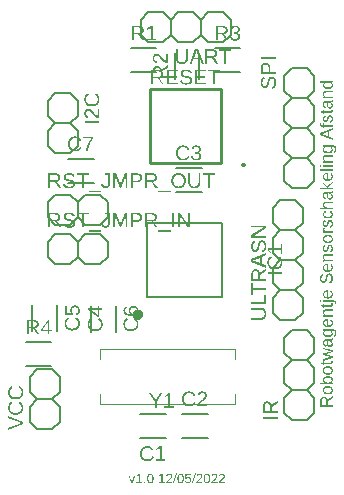
<source format=gbr>
G04 EAGLE Gerber X2 export*
%TF.Part,Single*%
%TF.FileFunction,Legend,Top,1*%
%TF.FilePolarity,Positive*%
%TF.GenerationSoftware,Autodesk,EAGLE,9.7.0*%
%TF.CreationDate,2022-05-12T22:10:33Z*%
G75*
%MOMM*%
%FSLAX46Y46*%
%LPD*%
%INSilkscreen Top*%
%AMOC8*
5,1,8,0,0,1.08239X$1,22.5*%
G01*
G04 Define Apertures*
%ADD10C,0.127000*%
%ADD11C,0.152400*%
%ADD12C,0.200000*%
%ADD13C,0.400000*%
%ADD14C,0.254000*%
%ADD15C,0.100000*%
G36*
X27432000Y7630034D02*
X27001750Y7630034D01*
X27001750Y7952906D01*
X27432000Y8222091D01*
X27432000Y8383894D01*
X27175616Y8214941D01*
X26985569Y8089703D01*
X26979513Y8118509D01*
X26971641Y8145716D01*
X26961953Y8171325D01*
X26950450Y8195338D01*
X26942663Y8208444D01*
X26937131Y8217753D01*
X26921997Y8238569D01*
X26905047Y8257788D01*
X26886281Y8275413D01*
X26866031Y8291184D01*
X26844634Y8304853D01*
X26822088Y8316419D01*
X26798391Y8325884D01*
X26773547Y8333244D01*
X26747550Y8338500D01*
X26720409Y8341656D01*
X26692116Y8342706D01*
X26658141Y8341219D01*
X26626084Y8336753D01*
X26595947Y8329313D01*
X26567728Y8318897D01*
X26541428Y8305503D01*
X26517050Y8289131D01*
X26494588Y8269788D01*
X26474047Y8247463D01*
X26455688Y8222406D01*
X26439778Y8194853D01*
X26426316Y8164809D01*
X26415300Y8132269D01*
X26406734Y8097238D01*
X26400616Y8059713D01*
X26396944Y8019691D01*
X26395719Y7977178D01*
X26395719Y7489559D01*
X27432000Y7489559D01*
X27432000Y7630034D01*
G37*
%LPC*%
G36*
X26508247Y7630034D02*
X26508247Y7963203D01*
X26508988Y7991225D01*
X26511213Y8017559D01*
X26514919Y8042203D01*
X26520106Y8065159D01*
X26526778Y8086425D01*
X26534931Y8106000D01*
X26544566Y8123888D01*
X26555684Y8140084D01*
X26568216Y8154478D01*
X26582094Y8166953D01*
X26597313Y8177506D01*
X26613878Y8186144D01*
X26631788Y8192859D01*
X26651044Y8197659D01*
X26671644Y8200538D01*
X26693588Y8201497D01*
X26716288Y8200547D01*
X26737691Y8197703D01*
X26757797Y8192963D01*
X26776603Y8186328D01*
X26794109Y8177794D01*
X26810319Y8167366D01*
X26825231Y8155041D01*
X26838841Y8140819D01*
X26850994Y8124863D01*
X26861528Y8107334D01*
X26870438Y8088228D01*
X26877731Y8067547D01*
X26883400Y8045294D01*
X26887453Y8021466D01*
X26889881Y7996063D01*
X26890694Y7969088D01*
X26890694Y7630034D01*
X26508247Y7630034D01*
G37*
%LPD*%
G36*
X27085881Y13374075D02*
X27132709Y13377297D01*
X27176069Y13382669D01*
X27215956Y13390191D01*
X27252375Y13399863D01*
X27285322Y13411681D01*
X27314797Y13425650D01*
X27340803Y13441766D01*
X27363556Y13460169D01*
X27383275Y13481000D01*
X27399963Y13504253D01*
X27413616Y13529931D01*
X27424234Y13558034D01*
X27431819Y13588563D01*
X27436366Y13621516D01*
X27437881Y13656891D01*
X27437278Y13678428D01*
X27435469Y13699275D01*
X27428231Y13738897D01*
X27416166Y13775763D01*
X27399272Y13809872D01*
X27398522Y13810944D01*
X27377600Y13840853D01*
X27351191Y13868341D01*
X27320050Y13892334D01*
X27284172Y13912838D01*
X27284172Y13914306D01*
X27412144Y13914306D01*
X27440194Y13913534D01*
X27466441Y13911216D01*
X27490875Y13907353D01*
X27513497Y13901944D01*
X27534313Y13894988D01*
X27553316Y13886488D01*
X27570513Y13876441D01*
X27585897Y13864847D01*
X27599472Y13851709D01*
X27611234Y13837025D01*
X27621191Y13820797D01*
X27629334Y13803022D01*
X27635669Y13783700D01*
X27640194Y13762834D01*
X27642759Y13741666D01*
X27642909Y13740422D01*
X27643816Y13716466D01*
X27641953Y13681463D01*
X27636369Y13649997D01*
X27627059Y13622072D01*
X27614028Y13597688D01*
X27597550Y13577069D01*
X27577897Y13560453D01*
X27555075Y13547834D01*
X27529081Y13539216D01*
X27548203Y13406097D01*
X27571066Y13412472D01*
X27592584Y13420575D01*
X27612759Y13430400D01*
X27631588Y13441950D01*
X27649072Y13455222D01*
X27665213Y13470219D01*
X27680009Y13486941D01*
X27693459Y13505384D01*
X27705441Y13525519D01*
X27715822Y13547306D01*
X27724606Y13570750D01*
X27731797Y13595847D01*
X27737388Y13622600D01*
X27741381Y13651009D01*
X27743775Y13681072D01*
X27744575Y13712788D01*
X27743266Y13753131D01*
X27739334Y13790875D01*
X27732784Y13826013D01*
X27723613Y13858550D01*
X27711822Y13888484D01*
X27697413Y13915813D01*
X27680381Y13940541D01*
X27660731Y13962666D01*
X27638459Y13982188D01*
X27613569Y13999106D01*
X27586056Y14013422D01*
X27555925Y14025134D01*
X27523175Y14034244D01*
X27487803Y14040753D01*
X27449809Y14044656D01*
X27409203Y14045956D01*
X26800966Y14045956D01*
X26697263Y14047059D01*
X26636219Y14050372D01*
X26636219Y13924603D01*
X26653688Y13921663D01*
X26695794Y13918722D01*
X26772281Y13915778D01*
X26772281Y13914306D01*
X26738656Y13895622D01*
X26709122Y13873397D01*
X26683681Y13847631D01*
X26662328Y13818328D01*
X26645434Y13785853D01*
X26633369Y13750572D01*
X26626128Y13712491D01*
X26624319Y13692397D01*
X26623716Y13671600D01*
X26625284Y13635109D01*
X26629991Y13601019D01*
X26637834Y13569331D01*
X26648816Y13540044D01*
X26662931Y13513159D01*
X26680188Y13488675D01*
X26700578Y13466594D01*
X26724109Y13446916D01*
X26750934Y13429591D01*
X26781222Y13414575D01*
X26814969Y13401872D01*
X26852172Y13391478D01*
X26892838Y13383394D01*
X26936959Y13377619D01*
X26984541Y13374153D01*
X27035581Y13373000D01*
X27085881Y13374075D01*
G37*
%LPC*%
G36*
X26994350Y13510522D02*
X26957438Y13512694D01*
X26923375Y13516313D01*
X26892163Y13521381D01*
X26863803Y13527897D01*
X26838291Y13535859D01*
X26815628Y13545272D01*
X26795816Y13556131D01*
X26778578Y13568578D01*
X26763641Y13582747D01*
X26751000Y13598641D01*
X26740656Y13616256D01*
X26732613Y13635597D01*
X26726866Y13656663D01*
X26723419Y13679450D01*
X26722269Y13703963D01*
X26724591Y13733681D01*
X26731556Y13761788D01*
X26743163Y13788288D01*
X26759409Y13813181D01*
X26780050Y13835909D01*
X26804825Y13855928D01*
X26833741Y13873238D01*
X26866791Y13887831D01*
X26903588Y13899416D01*
X26943738Y13907688D01*
X26987247Y13912653D01*
X27034109Y13914306D01*
X27079916Y13912653D01*
X27122459Y13907688D01*
X27161738Y13899416D01*
X27197753Y13887831D01*
X27230138Y13873213D01*
X27258522Y13855838D01*
X27268084Y13847941D01*
X27282906Y13835703D01*
X27303294Y13812813D01*
X27319381Y13787669D01*
X27330875Y13760778D01*
X27337769Y13732141D01*
X27340069Y13701756D01*
X27338953Y13676428D01*
X27335609Y13653031D01*
X27330034Y13631566D01*
X27322231Y13612028D01*
X27312200Y13594422D01*
X27299938Y13578747D01*
X27285447Y13565003D01*
X27268725Y13553191D01*
X27249456Y13543019D01*
X27227309Y13534206D01*
X27202294Y13526747D01*
X27174403Y13520647D01*
X27143638Y13515900D01*
X27110003Y13512509D01*
X27073494Y13510475D01*
X27034109Y13509797D01*
X26994350Y13510522D01*
G37*
%LPD*%
G36*
X27085881Y28945950D02*
X27132709Y28949172D01*
X27176069Y28954544D01*
X27215956Y28962066D01*
X27252375Y28971738D01*
X27285322Y28983556D01*
X27314797Y28997525D01*
X27340803Y29013641D01*
X27363556Y29032044D01*
X27383275Y29052875D01*
X27399963Y29076128D01*
X27413616Y29101806D01*
X27424234Y29129909D01*
X27431819Y29160438D01*
X27436366Y29193391D01*
X27437881Y29228766D01*
X27437278Y29250303D01*
X27435469Y29271150D01*
X27428231Y29310772D01*
X27416166Y29347638D01*
X27399272Y29381747D01*
X27398522Y29382819D01*
X27377600Y29412728D01*
X27351191Y29440216D01*
X27320050Y29464209D01*
X27284172Y29484713D01*
X27284172Y29486181D01*
X27412144Y29486181D01*
X27440194Y29485409D01*
X27466441Y29483091D01*
X27490875Y29479228D01*
X27513497Y29473819D01*
X27534313Y29466863D01*
X27553316Y29458363D01*
X27570513Y29448316D01*
X27585897Y29436722D01*
X27599472Y29423584D01*
X27611234Y29408900D01*
X27621191Y29392672D01*
X27629334Y29374897D01*
X27635669Y29355575D01*
X27640194Y29334709D01*
X27642759Y29313541D01*
X27642909Y29312297D01*
X27643816Y29288341D01*
X27641953Y29253338D01*
X27636369Y29221872D01*
X27627059Y29193947D01*
X27614028Y29169563D01*
X27597550Y29148944D01*
X27577897Y29132328D01*
X27555075Y29119709D01*
X27529081Y29111091D01*
X27548203Y28977972D01*
X27571066Y28984347D01*
X27592584Y28992450D01*
X27612759Y29002275D01*
X27631588Y29013825D01*
X27649072Y29027097D01*
X27665213Y29042094D01*
X27680009Y29058816D01*
X27693459Y29077259D01*
X27705441Y29097394D01*
X27715822Y29119181D01*
X27724606Y29142625D01*
X27731797Y29167722D01*
X27737388Y29194475D01*
X27741381Y29222884D01*
X27743775Y29252947D01*
X27744575Y29284663D01*
X27743266Y29325006D01*
X27739334Y29362750D01*
X27732784Y29397888D01*
X27723613Y29430425D01*
X27711822Y29460359D01*
X27697413Y29487688D01*
X27680381Y29512416D01*
X27660731Y29534541D01*
X27638459Y29554063D01*
X27613569Y29570981D01*
X27586056Y29585297D01*
X27555925Y29597009D01*
X27523175Y29606119D01*
X27487803Y29612628D01*
X27449809Y29616531D01*
X27409203Y29617831D01*
X26800966Y29617831D01*
X26697263Y29618934D01*
X26636219Y29622247D01*
X26636219Y29496478D01*
X26653688Y29493538D01*
X26695794Y29490597D01*
X26772281Y29487653D01*
X26772281Y29486181D01*
X26738656Y29467497D01*
X26709122Y29445272D01*
X26683681Y29419506D01*
X26662328Y29390203D01*
X26645434Y29357728D01*
X26633369Y29322447D01*
X26626128Y29284366D01*
X26624319Y29264272D01*
X26623716Y29243475D01*
X26625284Y29206984D01*
X26629991Y29172894D01*
X26637834Y29141206D01*
X26648816Y29111919D01*
X26662931Y29085034D01*
X26680188Y29060550D01*
X26700578Y29038469D01*
X26724109Y29018791D01*
X26750934Y29001466D01*
X26781222Y28986450D01*
X26814969Y28973747D01*
X26852172Y28963353D01*
X26892838Y28955269D01*
X26936959Y28949494D01*
X26984541Y28946028D01*
X27035581Y28944875D01*
X27085881Y28945950D01*
G37*
%LPC*%
G36*
X26994350Y29082397D02*
X26957438Y29084569D01*
X26923375Y29088188D01*
X26892163Y29093256D01*
X26863803Y29099772D01*
X26838291Y29107734D01*
X26815628Y29117147D01*
X26795816Y29128006D01*
X26778578Y29140453D01*
X26763641Y29154622D01*
X26751000Y29170516D01*
X26740656Y29188131D01*
X26732613Y29207472D01*
X26726866Y29228538D01*
X26723419Y29251325D01*
X26722269Y29275838D01*
X26724591Y29305556D01*
X26731556Y29333663D01*
X26743163Y29360163D01*
X26759409Y29385056D01*
X26780050Y29407784D01*
X26804825Y29427803D01*
X26833741Y29445113D01*
X26866791Y29459706D01*
X26903588Y29471291D01*
X26943738Y29479563D01*
X26987247Y29484528D01*
X27034109Y29486181D01*
X27079916Y29484528D01*
X27122459Y29479563D01*
X27161738Y29471291D01*
X27197753Y29459706D01*
X27230138Y29445088D01*
X27258522Y29427713D01*
X27268084Y29419816D01*
X27282906Y29407578D01*
X27303294Y29384688D01*
X27319381Y29359544D01*
X27330875Y29332653D01*
X27337769Y29304016D01*
X27340069Y29273631D01*
X27338953Y29248303D01*
X27335609Y29224906D01*
X27330034Y29203441D01*
X27322231Y29183903D01*
X27312200Y29166297D01*
X27299938Y29150622D01*
X27285447Y29136878D01*
X27268725Y29125066D01*
X27249456Y29114894D01*
X27227309Y29106081D01*
X27202294Y29098622D01*
X27174403Y29092522D01*
X27143638Y29087775D01*
X27110003Y29084384D01*
X27073494Y29082350D01*
X27034109Y29081672D01*
X26994350Y29082397D01*
G37*
%LPD*%
G36*
X27432000Y9516053D02*
X27377944Y9520466D01*
X27308441Y9523409D01*
X27308441Y9524878D01*
X27342344Y9545034D01*
X27371234Y9567997D01*
X27395113Y9593759D01*
X27413981Y9622328D01*
X27428300Y9654206D01*
X27438525Y9689900D01*
X27444663Y9729409D01*
X27446709Y9772734D01*
X27445081Y9808181D01*
X27440203Y9841341D01*
X27432072Y9872213D01*
X27420694Y9900797D01*
X27406059Y9927097D01*
X27388172Y9951109D01*
X27367031Y9972834D01*
X27342641Y9992272D01*
X27314997Y10009425D01*
X27284103Y10024288D01*
X27249953Y10036866D01*
X27212553Y10047156D01*
X27171903Y10055163D01*
X27127997Y10060878D01*
X27080841Y10064309D01*
X27030434Y10065453D01*
X26980581Y10064344D01*
X26933994Y10061016D01*
X26890669Y10055472D01*
X26850609Y10047709D01*
X26813813Y10037728D01*
X26780281Y10025531D01*
X26750009Y10011113D01*
X26723006Y9994478D01*
X26699216Y9975488D01*
X26678600Y9954006D01*
X26661156Y9930028D01*
X26646884Y9903556D01*
X26635781Y9874591D01*
X26627853Y9843131D01*
X26623097Y9809181D01*
X26621509Y9772734D01*
X26623578Y9729684D01*
X26629784Y9690269D01*
X26640125Y9654484D01*
X26654606Y9622328D01*
X26673866Y9593484D01*
X26698550Y9567628D01*
X26728659Y9544759D01*
X26764191Y9524878D01*
X26764191Y9521938D01*
X26703700Y9524144D01*
X26651663Y9524878D01*
X26340559Y9524878D01*
X26340559Y9392494D01*
X27267991Y9392494D01*
X27371141Y9391391D01*
X27432000Y9388081D01*
X27432000Y9516053D01*
G37*
%LPC*%
G36*
X27002784Y9525678D02*
X26965434Y9528075D01*
X26930891Y9532066D01*
X26899150Y9537659D01*
X26870216Y9544847D01*
X26844081Y9553631D01*
X26820753Y9564016D01*
X26800231Y9575994D01*
X26782303Y9589722D01*
X26766766Y9605344D01*
X26753619Y9622863D01*
X26742863Y9642278D01*
X26734497Y9663591D01*
X26728522Y9686797D01*
X26724934Y9711903D01*
X26723741Y9738903D01*
X26724866Y9762863D01*
X26728244Y9785100D01*
X26733875Y9805613D01*
X26741759Y9824400D01*
X26751894Y9841466D01*
X26764284Y9856806D01*
X26778925Y9870425D01*
X26795816Y9882319D01*
X26815319Y9892663D01*
X26837784Y9901625D01*
X26863216Y9909209D01*
X26891613Y9915416D01*
X26922972Y9920241D01*
X26957300Y9923691D01*
X26994591Y9925759D01*
X27034847Y9926447D01*
X27074959Y9925753D01*
X27112184Y9923666D01*
X27146528Y9920191D01*
X27177988Y9915325D01*
X27206563Y9909066D01*
X27232250Y9901419D01*
X27255056Y9892381D01*
X27274978Y9881950D01*
X27292303Y9869959D01*
X27307316Y9856234D01*
X27320019Y9840772D01*
X27330416Y9823572D01*
X27338500Y9804641D01*
X27344272Y9783972D01*
X27347738Y9761569D01*
X27348894Y9737431D01*
X27347728Y9710275D01*
X27344228Y9685075D01*
X27338394Y9661825D01*
X27330231Y9640531D01*
X27319731Y9621191D01*
X27306903Y9603803D01*
X27291738Y9588372D01*
X27274244Y9574891D01*
X27254300Y9563169D01*
X27231791Y9553009D01*
X27206722Y9544416D01*
X27179091Y9537381D01*
X27148897Y9531913D01*
X27116138Y9528006D01*
X27080819Y9525659D01*
X27042938Y9524878D01*
X27002784Y9525678D01*
G37*
%LPD*%
G36*
X27087638Y34386609D02*
X27134228Y34389934D01*
X27177550Y34395481D01*
X27217613Y34403244D01*
X27254406Y34413222D01*
X27287941Y34425422D01*
X27318209Y34439838D01*
X27345216Y34456472D01*
X27369003Y34475463D01*
X27389619Y34496947D01*
X27407066Y34520925D01*
X27421338Y34547394D01*
X27432434Y34576359D01*
X27440366Y34607819D01*
X27445122Y34641772D01*
X27446709Y34678219D01*
X27444641Y34721266D01*
X27438434Y34760681D01*
X27428094Y34796469D01*
X27413616Y34828622D01*
X27394353Y34857466D01*
X27369669Y34883322D01*
X27339563Y34906191D01*
X27304028Y34926072D01*
X27304028Y34929016D01*
X27377575Y34931588D01*
X27432000Y34936369D01*
X27432000Y35062872D01*
X27371141Y35059559D01*
X27267991Y35058456D01*
X26340559Y35058456D01*
X26340559Y34926072D01*
X26670788Y34926072D01*
X26759778Y34927544D01*
X26759778Y34926072D01*
X26726178Y34906216D01*
X26697447Y34883416D01*
X26673591Y34857672D01*
X26654606Y34828991D01*
X26640125Y34796950D01*
X26629784Y34761144D01*
X26623578Y34721566D01*
X26621509Y34678219D01*
X26623134Y34642772D01*
X26628013Y34609613D01*
X26636144Y34578741D01*
X26647528Y34550153D01*
X26662163Y34523853D01*
X26680050Y34499844D01*
X26701188Y34478116D01*
X26725578Y34458678D01*
X26753222Y34441528D01*
X26784119Y34426663D01*
X26818266Y34414084D01*
X26855666Y34403794D01*
X26896319Y34395791D01*
X26940222Y34390072D01*
X26987378Y34386644D01*
X27037788Y34385500D01*
X27087638Y34386609D01*
G37*
%LPC*%
G36*
X26993263Y34525200D02*
X26956034Y34527284D01*
X26921691Y34530763D01*
X26890234Y34535628D01*
X26861659Y34541884D01*
X26835969Y34549531D01*
X26813163Y34558572D01*
X26793244Y34569000D01*
X26775919Y34580991D01*
X26760906Y34594719D01*
X26748200Y34610181D01*
X26737806Y34627378D01*
X26729722Y34646309D01*
X26723947Y34666978D01*
X26720481Y34689381D01*
X26719328Y34713522D01*
X26720478Y34740344D01*
X26723925Y34765278D01*
X26729669Y34788331D01*
X26737716Y34809500D01*
X26748056Y34828784D01*
X26760697Y34846181D01*
X26775638Y34861697D01*
X26792875Y34875325D01*
X26812584Y34887219D01*
X26834934Y34897528D01*
X26859928Y34906250D01*
X26887569Y34913384D01*
X26917847Y34918934D01*
X26950772Y34922900D01*
X26986338Y34925278D01*
X27024550Y34926072D01*
X27064206Y34925278D01*
X27101175Y34922900D01*
X27135456Y34918934D01*
X27167047Y34913384D01*
X27195950Y34906250D01*
X27222163Y34897528D01*
X27245684Y34887219D01*
X27266519Y34875325D01*
X27268719Y34873681D01*
X27284791Y34861672D01*
X27300628Y34846091D01*
X27314028Y34828575D01*
X27324991Y34809131D01*
X27333516Y34787756D01*
X27339606Y34764453D01*
X27343263Y34739216D01*
X27344481Y34712050D01*
X27343353Y34688091D01*
X27339975Y34665853D01*
X27334344Y34645341D01*
X27326463Y34626550D01*
X27316325Y34609484D01*
X27303938Y34594144D01*
X27289297Y34580525D01*
X27272403Y34568631D01*
X27252903Y34558291D01*
X27230434Y34549325D01*
X27205003Y34541741D01*
X27176609Y34535534D01*
X27145247Y34530709D01*
X27110922Y34527263D01*
X27073631Y34525194D01*
X27033375Y34524503D01*
X26993263Y34525200D01*
G37*
%LPD*%
G36*
X27082094Y8518141D02*
X27127859Y8522313D01*
X27170672Y8529263D01*
X27210531Y8538997D01*
X27247438Y8551513D01*
X27281391Y8566806D01*
X27312391Y8584884D01*
X27340434Y8605741D01*
X27365344Y8629322D01*
X27386931Y8655569D01*
X27405197Y8684484D01*
X27420141Y8716063D01*
X27431766Y8750309D01*
X27440066Y8787219D01*
X27445047Y8826797D01*
X27446709Y8869041D01*
X27445109Y8911503D01*
X27440319Y8951369D01*
X27432331Y8988638D01*
X27421153Y9023306D01*
X27406778Y9055381D01*
X27389206Y9084856D01*
X27368441Y9111734D01*
X27344481Y9136019D01*
X27317256Y9157566D01*
X27286700Y9176241D01*
X27252809Y9192041D01*
X27215588Y9204969D01*
X27175034Y9215025D01*
X27131147Y9222206D01*
X27083928Y9226516D01*
X27033375Y9227953D01*
X26982334Y9226606D01*
X26934753Y9222575D01*
X26890631Y9215850D01*
X26849966Y9206441D01*
X26812763Y9194338D01*
X26779016Y9179550D01*
X26748728Y9162069D01*
X26721903Y9141903D01*
X26698372Y9118884D01*
X26677981Y9092856D01*
X26660725Y9063816D01*
X26646606Y9031766D01*
X26635628Y8996703D01*
X26627784Y8958631D01*
X26623078Y8917547D01*
X26621509Y8873453D01*
X26623119Y8830259D01*
X26627944Y8789850D01*
X26635991Y8752231D01*
X26647250Y8717397D01*
X26661731Y8685347D01*
X26679428Y8656088D01*
X26700344Y8629613D01*
X26724475Y8605925D01*
X26751825Y8585025D01*
X26782394Y8566909D01*
X26816181Y8551584D01*
X26853184Y8539044D01*
X26893406Y8529291D01*
X26936844Y8522322D01*
X26983500Y8518144D01*
X27033375Y8516750D01*
X27082094Y8518141D01*
G37*
%LPC*%
G36*
X26994263Y8656563D02*
X26957828Y8658994D01*
X26924072Y8663044D01*
X26892991Y8668716D01*
X26864591Y8676009D01*
X26838866Y8684919D01*
X26815819Y8695453D01*
X26795450Y8707603D01*
X26777609Y8721572D01*
X26762147Y8737553D01*
X26749063Y8755544D01*
X26738359Y8775544D01*
X26730031Y8797556D01*
X26724084Y8821581D01*
X26720516Y8847616D01*
X26719328Y8875659D01*
X26720494Y8903488D01*
X26723994Y8929234D01*
X26729825Y8952903D01*
X26737991Y8974491D01*
X26748488Y8993997D01*
X26761319Y9011425D01*
X26776481Y9026772D01*
X26793978Y9040038D01*
X26814050Y9051503D01*
X26836934Y9061438D01*
X26862634Y9069844D01*
X26891153Y9076722D01*
X26922484Y9082069D01*
X26956631Y9085891D01*
X26993597Y9088184D01*
X27033375Y9088947D01*
X27072666Y9088150D01*
X27109266Y9085753D01*
X27143178Y9081759D01*
X27174403Y9076169D01*
X27202938Y9068981D01*
X27228781Y9060194D01*
X27251938Y9049813D01*
X27272403Y9037831D01*
X27290331Y9023991D01*
X27305869Y9008022D01*
X27319016Y8989928D01*
X27329772Y8969709D01*
X27338138Y8947363D01*
X27344113Y8922891D01*
X27347697Y8896294D01*
X27348894Y8867569D01*
X27347656Y8841088D01*
X27343953Y8816431D01*
X27337775Y8793603D01*
X27329128Y8772603D01*
X27318009Y8753428D01*
X27304419Y8736081D01*
X27288359Y8720563D01*
X27269828Y8706869D01*
X27248841Y8694888D01*
X27225403Y8684506D01*
X27199519Y8675722D01*
X27171184Y8668531D01*
X27140403Y8662941D01*
X27107175Y8658947D01*
X27071500Y8656553D01*
X27033375Y8655753D01*
X26994263Y8656563D01*
G37*
%LPD*%
G36*
X27082094Y10193141D02*
X27127859Y10197313D01*
X27170672Y10204263D01*
X27210531Y10213997D01*
X27247438Y10226513D01*
X27281391Y10241806D01*
X27312391Y10259884D01*
X27340434Y10280741D01*
X27365344Y10304322D01*
X27386931Y10330569D01*
X27405197Y10359484D01*
X27420141Y10391063D01*
X27431766Y10425309D01*
X27440066Y10462219D01*
X27445047Y10501797D01*
X27446709Y10544041D01*
X27445109Y10586503D01*
X27440319Y10626369D01*
X27432331Y10663638D01*
X27421153Y10698306D01*
X27406778Y10730381D01*
X27389206Y10759856D01*
X27368441Y10786734D01*
X27344481Y10811019D01*
X27317256Y10832566D01*
X27286700Y10851241D01*
X27252809Y10867041D01*
X27215588Y10879969D01*
X27175034Y10890025D01*
X27131147Y10897206D01*
X27083928Y10901516D01*
X27033375Y10902953D01*
X26982334Y10901606D01*
X26934753Y10897575D01*
X26890631Y10890850D01*
X26849966Y10881441D01*
X26812763Y10869338D01*
X26779016Y10854550D01*
X26748728Y10837069D01*
X26721903Y10816903D01*
X26698372Y10793884D01*
X26677981Y10767856D01*
X26660725Y10738816D01*
X26646606Y10706766D01*
X26635628Y10671703D01*
X26627784Y10633631D01*
X26623078Y10592547D01*
X26621509Y10548453D01*
X26623119Y10505259D01*
X26627944Y10464850D01*
X26635991Y10427231D01*
X26647250Y10392397D01*
X26661731Y10360347D01*
X26679428Y10331088D01*
X26700344Y10304613D01*
X26724475Y10280925D01*
X26751825Y10260025D01*
X26782394Y10241909D01*
X26816181Y10226584D01*
X26853184Y10214044D01*
X26893406Y10204291D01*
X26936844Y10197322D01*
X26983500Y10193144D01*
X27033375Y10191750D01*
X27082094Y10193141D01*
G37*
%LPC*%
G36*
X26994263Y10331563D02*
X26957828Y10333994D01*
X26924072Y10338044D01*
X26892991Y10343716D01*
X26864591Y10351009D01*
X26838866Y10359919D01*
X26815819Y10370453D01*
X26795450Y10382603D01*
X26777609Y10396572D01*
X26762147Y10412553D01*
X26749063Y10430544D01*
X26738359Y10450544D01*
X26730031Y10472556D01*
X26724084Y10496581D01*
X26720516Y10522616D01*
X26719328Y10550659D01*
X26720494Y10578488D01*
X26723994Y10604234D01*
X26729825Y10627903D01*
X26737991Y10649491D01*
X26748488Y10668997D01*
X26761319Y10686425D01*
X26776481Y10701772D01*
X26793978Y10715038D01*
X26814050Y10726503D01*
X26836934Y10736438D01*
X26862634Y10744844D01*
X26891153Y10751722D01*
X26922484Y10757069D01*
X26956631Y10760891D01*
X26993597Y10763184D01*
X27033375Y10763947D01*
X27072666Y10763150D01*
X27109266Y10760753D01*
X27143178Y10756759D01*
X27174403Y10751169D01*
X27202938Y10743981D01*
X27228781Y10735194D01*
X27251938Y10724813D01*
X27272403Y10712831D01*
X27290331Y10698991D01*
X27305869Y10683022D01*
X27319016Y10664928D01*
X27329772Y10644709D01*
X27338138Y10622363D01*
X27344113Y10597891D01*
X27347697Y10571294D01*
X27348894Y10542569D01*
X27347656Y10516088D01*
X27343953Y10491431D01*
X27337775Y10468603D01*
X27329128Y10447603D01*
X27318009Y10428428D01*
X27304419Y10411081D01*
X27288359Y10395563D01*
X27269828Y10381869D01*
X27248841Y10369888D01*
X27225403Y10359506D01*
X27199519Y10350722D01*
X27171184Y10343531D01*
X27140403Y10337941D01*
X27107175Y10333947D01*
X27071500Y10331553D01*
X27033375Y10330753D01*
X26994263Y10331563D01*
G37*
%LPD*%
G36*
X27082094Y21327516D02*
X27127859Y21331688D01*
X27170672Y21338638D01*
X27210531Y21348372D01*
X27247438Y21360888D01*
X27281391Y21376181D01*
X27312391Y21394259D01*
X27340434Y21415116D01*
X27365344Y21438697D01*
X27386931Y21464944D01*
X27405197Y21493859D01*
X27420141Y21525438D01*
X27431766Y21559684D01*
X27440066Y21596594D01*
X27445047Y21636172D01*
X27446709Y21678416D01*
X27445109Y21720878D01*
X27440319Y21760744D01*
X27432331Y21798013D01*
X27421153Y21832681D01*
X27406778Y21864756D01*
X27389206Y21894231D01*
X27368441Y21921109D01*
X27344481Y21945394D01*
X27317256Y21966941D01*
X27286700Y21985616D01*
X27252809Y22001416D01*
X27215588Y22014344D01*
X27175034Y22024400D01*
X27131147Y22031581D01*
X27083928Y22035891D01*
X27033375Y22037328D01*
X26982334Y22035981D01*
X26934753Y22031950D01*
X26890631Y22025225D01*
X26849966Y22015816D01*
X26812763Y22003713D01*
X26779016Y21988925D01*
X26748728Y21971444D01*
X26721903Y21951278D01*
X26698372Y21928259D01*
X26677981Y21902231D01*
X26660725Y21873191D01*
X26646606Y21841141D01*
X26635628Y21806078D01*
X26627784Y21768006D01*
X26623078Y21726922D01*
X26621509Y21682828D01*
X26623119Y21639634D01*
X26627944Y21599225D01*
X26635991Y21561606D01*
X26647250Y21526772D01*
X26661731Y21494722D01*
X26679428Y21465463D01*
X26700344Y21438988D01*
X26724475Y21415300D01*
X26751825Y21394400D01*
X26782394Y21376284D01*
X26816181Y21360959D01*
X26853184Y21348419D01*
X26893406Y21338666D01*
X26936844Y21331697D01*
X26983500Y21327519D01*
X27033375Y21326125D01*
X27082094Y21327516D01*
G37*
%LPC*%
G36*
X26994263Y21465938D02*
X26957828Y21468369D01*
X26924072Y21472419D01*
X26892991Y21478091D01*
X26864591Y21485384D01*
X26838866Y21494294D01*
X26815819Y21504828D01*
X26795450Y21516978D01*
X26777609Y21530947D01*
X26762147Y21546928D01*
X26749063Y21564919D01*
X26738359Y21584919D01*
X26730031Y21606931D01*
X26724084Y21630956D01*
X26720516Y21656991D01*
X26719328Y21685034D01*
X26720494Y21712863D01*
X26723994Y21738609D01*
X26729825Y21762278D01*
X26737991Y21783866D01*
X26748488Y21803372D01*
X26761319Y21820800D01*
X26776481Y21836147D01*
X26793978Y21849413D01*
X26814050Y21860878D01*
X26836934Y21870813D01*
X26862634Y21879219D01*
X26891153Y21886097D01*
X26922484Y21891444D01*
X26956631Y21895266D01*
X26993597Y21897559D01*
X27033375Y21898322D01*
X27072666Y21897525D01*
X27109266Y21895128D01*
X27143178Y21891134D01*
X27174403Y21885544D01*
X27202938Y21878356D01*
X27228781Y21869569D01*
X27251938Y21859188D01*
X27272403Y21847206D01*
X27290331Y21833366D01*
X27305869Y21817397D01*
X27319016Y21799303D01*
X27329772Y21779084D01*
X27338138Y21756738D01*
X27344113Y21732266D01*
X27347697Y21705669D01*
X27348894Y21676944D01*
X27347656Y21650463D01*
X27343953Y21625806D01*
X27337775Y21602978D01*
X27329128Y21581978D01*
X27318009Y21562803D01*
X27304419Y21545456D01*
X27288359Y21529938D01*
X27269828Y21516244D01*
X27248841Y21504263D01*
X27225403Y21493881D01*
X27199519Y21485097D01*
X27171184Y21477906D01*
X27140403Y21472316D01*
X27107175Y21468322D01*
X27071500Y21465928D01*
X27033375Y21465128D01*
X26994263Y21465938D01*
G37*
%LPD*%
G36*
X27432000Y30202066D02*
X27128988Y30321209D01*
X27128988Y30793384D01*
X27432000Y30911797D01*
X27432000Y31055213D01*
X26395719Y30638934D01*
X26395719Y30479338D01*
X27432000Y30056441D01*
X27432000Y30202066D01*
G37*
%LPC*%
G36*
X26678875Y30496253D02*
X26591906Y30527878D01*
X26522222Y30550678D01*
X26501628Y30557297D01*
X26562672Y30577156D01*
X26623347Y30597750D01*
X26677406Y30618344D01*
X27019400Y30751463D01*
X27019400Y30363869D01*
X26678875Y30496253D01*
G37*
%LPD*%
G36*
X27236734Y12537178D02*
X27262106Y12540003D01*
X27286009Y12544716D01*
X27308441Y12551313D01*
X27329403Y12559794D01*
X27348894Y12570159D01*
X27366913Y12582409D01*
X27383459Y12596544D01*
X27398284Y12612550D01*
X27411131Y12630422D01*
X27422003Y12650153D01*
X27430897Y12671747D01*
X27437813Y12695200D01*
X27442756Y12720516D01*
X27445719Y12747694D01*
X27446709Y12776734D01*
X27444341Y12823094D01*
X27437238Y12865819D01*
X27425406Y12904913D01*
X27408834Y12940378D01*
X27398531Y12956944D01*
X27386563Y12972991D01*
X27357628Y13003538D01*
X27322025Y13032013D01*
X27279759Y13058422D01*
X27279759Y13062834D01*
X27318209Y13066856D01*
X27351191Y13074509D01*
X27378703Y13085794D01*
X27400744Y13100709D01*
X27409794Y13109703D01*
X27417638Y13119947D01*
X27424272Y13131447D01*
X27429703Y13144197D01*
X27433922Y13158197D01*
X27436941Y13173453D01*
X27438750Y13189963D01*
X27439353Y13207722D01*
X27438619Y13233694D01*
X27436413Y13259391D01*
X27432734Y13284809D01*
X27427588Y13309953D01*
X27345216Y13309953D01*
X27349078Y13286969D01*
X27350363Y13266559D01*
X27348503Y13246609D01*
X27342919Y13230153D01*
X27333609Y13217191D01*
X27320578Y13207722D01*
X27303869Y13200966D01*
X27283528Y13196138D01*
X27259556Y13193244D01*
X27231953Y13192278D01*
X26889222Y13192278D01*
X26857638Y13191094D01*
X26827972Y13187544D01*
X26800225Y13181625D01*
X26774397Y13173338D01*
X26750488Y13162684D01*
X26728497Y13149666D01*
X26708428Y13134278D01*
X26690275Y13116522D01*
X26674159Y13096425D01*
X26660191Y13074003D01*
X26648372Y13049263D01*
X26638700Y13022200D01*
X26631181Y12992816D01*
X26625806Y12961109D01*
X26622584Y12927081D01*
X26621509Y12890734D01*
X26622350Y12856044D01*
X26624866Y12823322D01*
X26629059Y12792566D01*
X26634931Y12763772D01*
X26642481Y12736944D01*
X26651709Y12712081D01*
X26662616Y12689184D01*
X26675200Y12668253D01*
X26689459Y12649284D01*
X26705400Y12632284D01*
X26723016Y12617247D01*
X26742313Y12604175D01*
X26763284Y12593069D01*
X26785934Y12583925D01*
X26810263Y12576750D01*
X26836269Y12571538D01*
X26848772Y12709806D01*
X26817928Y12715875D01*
X26791588Y12725988D01*
X26769753Y12740144D01*
X26752425Y12758347D01*
X26739231Y12781606D01*
X26729809Y12810934D01*
X26724153Y12846328D01*
X26722269Y12887791D01*
X26722925Y12909119D01*
X26724891Y12928978D01*
X26728166Y12947366D01*
X26732750Y12964281D01*
X26738644Y12979725D01*
X26745850Y12993700D01*
X26754366Y13006203D01*
X26764191Y13017234D01*
X26775534Y13026888D01*
X26788600Y13035253D01*
X26803391Y13042331D01*
X26819903Y13048125D01*
X26838141Y13052628D01*
X26858103Y13055847D01*
X26879788Y13057778D01*
X26903197Y13058422D01*
X26946588Y13058422D01*
X26949531Y12879700D01*
X26951600Y12836025D01*
X26955600Y12795466D01*
X26961528Y12758019D01*
X26969388Y12723688D01*
X26979178Y12692472D01*
X26990900Y12664369D01*
X27004553Y12639378D01*
X27020138Y12617503D01*
X27037581Y12598456D01*
X27056819Y12581950D01*
X27077847Y12567981D01*
X27100672Y12556553D01*
X27125288Y12547663D01*
X27151694Y12541313D01*
X27179894Y12537503D01*
X27209888Y12536234D01*
X27236734Y12537178D01*
G37*
%LPC*%
G36*
X27183734Y12673906D02*
X27158222Y12678731D01*
X27135559Y12686778D01*
X27115747Y12698038D01*
X27098556Y12712313D01*
X27083756Y12729388D01*
X27071344Y12749269D01*
X27061322Y12771953D01*
X27053509Y12798869D01*
X27047716Y12831434D01*
X27043947Y12869656D01*
X27042200Y12913531D01*
X27039259Y13058422D01*
X27104716Y13058422D01*
X27135031Y13056375D01*
X27164931Y13050238D01*
X27194422Y13040013D01*
X27223494Y13025694D01*
X27250822Y13007834D01*
X27275069Y12986988D01*
X27296238Y12963153D01*
X27314325Y12936331D01*
X27328806Y12907006D01*
X27339147Y12875656D01*
X27345353Y12842284D01*
X27347422Y12806888D01*
X27345216Y12776391D01*
X27338597Y12749613D01*
X27327566Y12726563D01*
X27312119Y12707231D01*
X27292628Y12691947D01*
X27269463Y12681031D01*
X27242616Y12674481D01*
X27212094Y12672297D01*
X27183734Y12673906D01*
G37*
%LPD*%
G36*
X27236734Y25012178D02*
X27262106Y25015003D01*
X27286009Y25019716D01*
X27308441Y25026313D01*
X27329403Y25034794D01*
X27348894Y25045159D01*
X27366913Y25057409D01*
X27383459Y25071544D01*
X27398284Y25087550D01*
X27411131Y25105422D01*
X27422003Y25125153D01*
X27430897Y25146747D01*
X27437813Y25170200D01*
X27442756Y25195516D01*
X27445719Y25222694D01*
X27446709Y25251734D01*
X27444341Y25298094D01*
X27437238Y25340819D01*
X27425406Y25379913D01*
X27408834Y25415378D01*
X27398531Y25431944D01*
X27386563Y25447991D01*
X27357628Y25478538D01*
X27322025Y25507013D01*
X27279759Y25533422D01*
X27279759Y25537834D01*
X27318209Y25541856D01*
X27351191Y25549509D01*
X27378703Y25560794D01*
X27400744Y25575709D01*
X27409794Y25584703D01*
X27417638Y25594947D01*
X27424272Y25606447D01*
X27429703Y25619197D01*
X27433922Y25633197D01*
X27436941Y25648453D01*
X27438750Y25664963D01*
X27439353Y25682722D01*
X27438619Y25708694D01*
X27436413Y25734391D01*
X27432734Y25759809D01*
X27427588Y25784953D01*
X27345216Y25784953D01*
X27349078Y25761969D01*
X27350363Y25741559D01*
X27348503Y25721609D01*
X27342919Y25705153D01*
X27333609Y25692191D01*
X27320578Y25682722D01*
X27303869Y25675966D01*
X27283528Y25671138D01*
X27259556Y25668244D01*
X27231953Y25667278D01*
X26889222Y25667278D01*
X26857638Y25666094D01*
X26827972Y25662544D01*
X26800225Y25656625D01*
X26774397Y25648338D01*
X26750488Y25637684D01*
X26728497Y25624666D01*
X26708428Y25609278D01*
X26690275Y25591522D01*
X26674159Y25571425D01*
X26660191Y25549003D01*
X26648372Y25524263D01*
X26638700Y25497200D01*
X26631181Y25467816D01*
X26625806Y25436109D01*
X26622584Y25402081D01*
X26621509Y25365734D01*
X26622350Y25331044D01*
X26624866Y25298322D01*
X26629059Y25267566D01*
X26634931Y25238772D01*
X26642481Y25211944D01*
X26651709Y25187081D01*
X26662616Y25164184D01*
X26675200Y25143253D01*
X26689459Y25124284D01*
X26705400Y25107284D01*
X26723016Y25092247D01*
X26742313Y25079175D01*
X26763284Y25068069D01*
X26785934Y25058925D01*
X26810263Y25051750D01*
X26836269Y25046538D01*
X26848772Y25184806D01*
X26817928Y25190875D01*
X26791588Y25200988D01*
X26769753Y25215144D01*
X26752425Y25233347D01*
X26739231Y25256606D01*
X26729809Y25285934D01*
X26724153Y25321328D01*
X26722269Y25362791D01*
X26722925Y25384119D01*
X26724891Y25403978D01*
X26728166Y25422366D01*
X26732750Y25439281D01*
X26738644Y25454725D01*
X26745850Y25468700D01*
X26754366Y25481203D01*
X26764191Y25492234D01*
X26775534Y25501888D01*
X26788600Y25510253D01*
X26803391Y25517331D01*
X26819903Y25523125D01*
X26838141Y25527628D01*
X26858103Y25530847D01*
X26879788Y25532778D01*
X26903197Y25533422D01*
X26946588Y25533422D01*
X26949531Y25354700D01*
X26951600Y25311025D01*
X26955600Y25270466D01*
X26961528Y25233019D01*
X26969388Y25198688D01*
X26979178Y25167472D01*
X26990900Y25139369D01*
X27004553Y25114378D01*
X27020138Y25092503D01*
X27037581Y25073456D01*
X27056819Y25056950D01*
X27077847Y25042981D01*
X27100672Y25031553D01*
X27125288Y25022663D01*
X27151694Y25016313D01*
X27179894Y25012503D01*
X27209888Y25011234D01*
X27236734Y25012178D01*
G37*
%LPC*%
G36*
X27183734Y25148906D02*
X27158222Y25153731D01*
X27135559Y25161778D01*
X27115747Y25173038D01*
X27098556Y25187313D01*
X27083756Y25204388D01*
X27071344Y25224269D01*
X27061322Y25246953D01*
X27053509Y25273869D01*
X27047716Y25306434D01*
X27043947Y25344656D01*
X27042200Y25388531D01*
X27039259Y25533422D01*
X27104716Y25533422D01*
X27135031Y25531375D01*
X27164931Y25525238D01*
X27194422Y25515013D01*
X27223494Y25500694D01*
X27250822Y25482834D01*
X27275069Y25461988D01*
X27296238Y25438153D01*
X27314325Y25411331D01*
X27328806Y25382006D01*
X27339147Y25350656D01*
X27345353Y25317284D01*
X27347422Y25281888D01*
X27345216Y25251391D01*
X27338597Y25224613D01*
X27327566Y25201563D01*
X27312119Y25182231D01*
X27292628Y25166947D01*
X27269463Y25156031D01*
X27242616Y25149481D01*
X27212094Y25147297D01*
X27183734Y25148906D01*
G37*
%LPD*%
G36*
X27236734Y32712178D02*
X27262106Y32715003D01*
X27286009Y32719716D01*
X27308441Y32726313D01*
X27329403Y32734794D01*
X27348894Y32745159D01*
X27366913Y32757409D01*
X27383459Y32771544D01*
X27398284Y32787550D01*
X27411131Y32805422D01*
X27422003Y32825153D01*
X27430897Y32846747D01*
X27437813Y32870200D01*
X27442756Y32895516D01*
X27445719Y32922694D01*
X27446709Y32951734D01*
X27444341Y32998094D01*
X27437238Y33040819D01*
X27425406Y33079913D01*
X27408834Y33115378D01*
X27398531Y33131944D01*
X27386563Y33147991D01*
X27357628Y33178538D01*
X27322025Y33207013D01*
X27279759Y33233422D01*
X27279759Y33237834D01*
X27318209Y33241856D01*
X27351191Y33249509D01*
X27378703Y33260794D01*
X27400744Y33275709D01*
X27409794Y33284703D01*
X27417638Y33294947D01*
X27424272Y33306447D01*
X27429703Y33319197D01*
X27433922Y33333197D01*
X27436941Y33348453D01*
X27438750Y33364963D01*
X27439353Y33382722D01*
X27438619Y33408694D01*
X27436413Y33434391D01*
X27432734Y33459809D01*
X27427588Y33484953D01*
X27345216Y33484953D01*
X27349078Y33461969D01*
X27350363Y33441559D01*
X27348503Y33421609D01*
X27342919Y33405153D01*
X27333609Y33392191D01*
X27320578Y33382722D01*
X27303869Y33375966D01*
X27283528Y33371138D01*
X27259556Y33368244D01*
X27231953Y33367278D01*
X26889222Y33367278D01*
X26857638Y33366094D01*
X26827972Y33362544D01*
X26800225Y33356625D01*
X26774397Y33348338D01*
X26750488Y33337684D01*
X26728497Y33324666D01*
X26708428Y33309278D01*
X26690275Y33291522D01*
X26674159Y33271425D01*
X26660191Y33249003D01*
X26648372Y33224263D01*
X26638700Y33197200D01*
X26631181Y33167816D01*
X26625806Y33136109D01*
X26622584Y33102081D01*
X26621509Y33065734D01*
X26622350Y33031044D01*
X26624866Y32998322D01*
X26629059Y32967566D01*
X26634931Y32938772D01*
X26642481Y32911944D01*
X26651709Y32887081D01*
X26662616Y32864184D01*
X26675200Y32843253D01*
X26689459Y32824284D01*
X26705400Y32807284D01*
X26723016Y32792247D01*
X26742313Y32779175D01*
X26763284Y32768069D01*
X26785934Y32758925D01*
X26810263Y32751750D01*
X26836269Y32746538D01*
X26848772Y32884806D01*
X26817928Y32890875D01*
X26791588Y32900988D01*
X26769753Y32915144D01*
X26752425Y32933347D01*
X26739231Y32956606D01*
X26729809Y32985934D01*
X26724153Y33021328D01*
X26722269Y33062791D01*
X26722925Y33084119D01*
X26724891Y33103978D01*
X26728166Y33122366D01*
X26732750Y33139281D01*
X26738644Y33154725D01*
X26745850Y33168700D01*
X26754366Y33181203D01*
X26764191Y33192234D01*
X26775534Y33201888D01*
X26788600Y33210253D01*
X26803391Y33217331D01*
X26819903Y33223125D01*
X26838141Y33227628D01*
X26858103Y33230847D01*
X26879788Y33232778D01*
X26903197Y33233422D01*
X26946588Y33233422D01*
X26949531Y33054700D01*
X26951600Y33011025D01*
X26955600Y32970466D01*
X26961528Y32933019D01*
X26969388Y32898688D01*
X26979178Y32867472D01*
X26990900Y32839369D01*
X27004553Y32814378D01*
X27020138Y32792503D01*
X27037581Y32773456D01*
X27056819Y32756950D01*
X27077847Y32742981D01*
X27100672Y32731553D01*
X27125288Y32722663D01*
X27151694Y32716313D01*
X27179894Y32712503D01*
X27209888Y32711234D01*
X27236734Y32712178D01*
G37*
%LPC*%
G36*
X27183734Y32848906D02*
X27158222Y32853731D01*
X27135559Y32861778D01*
X27115747Y32873038D01*
X27098556Y32887313D01*
X27083756Y32904388D01*
X27071344Y32924269D01*
X27061322Y32946953D01*
X27053509Y32973869D01*
X27047716Y33006434D01*
X27043947Y33044656D01*
X27042200Y33088531D01*
X27039259Y33233422D01*
X27104716Y33233422D01*
X27135031Y33231375D01*
X27164931Y33225238D01*
X27194422Y33215013D01*
X27223494Y33200694D01*
X27250822Y33182834D01*
X27275069Y33161988D01*
X27296238Y33138153D01*
X27314325Y33111331D01*
X27328806Y33082006D01*
X27339147Y33050656D01*
X27345353Y33017284D01*
X27347422Y32981888D01*
X27345216Y32951391D01*
X27338597Y32924613D01*
X27327566Y32901563D01*
X27312119Y32882231D01*
X27292628Y32866947D01*
X27269463Y32856031D01*
X27242616Y32849481D01*
X27212094Y32847297D01*
X27183734Y32848906D01*
G37*
%LPD*%
G36*
X27079216Y14212678D02*
X27126275Y14217003D01*
X27170138Y14224216D01*
X27210809Y14234309D01*
X27248281Y14247291D01*
X27282563Y14263153D01*
X27313647Y14281903D01*
X27341538Y14303538D01*
X27366188Y14327928D01*
X27387550Y14354950D01*
X27405628Y14384606D01*
X27420419Y14416891D01*
X27431922Y14451809D01*
X27440134Y14489359D01*
X27445066Y14529541D01*
X27446709Y14572353D01*
X27445972Y14603269D01*
X27443766Y14632766D01*
X27440088Y14660841D01*
X27434941Y14687500D01*
X27428325Y14712738D01*
X27420234Y14736559D01*
X27410672Y14758959D01*
X27399641Y14779941D01*
X27387138Y14799500D01*
X27373163Y14817644D01*
X27357719Y14834369D01*
X27340803Y14849672D01*
X27322416Y14863556D01*
X27302559Y14876022D01*
X27281228Y14887069D01*
X27258431Y14896697D01*
X27225334Y14780491D01*
X27250663Y14769206D01*
X27273691Y14753738D01*
X27294422Y14734088D01*
X27312856Y14710253D01*
X27327978Y14682191D01*
X27338781Y14649853D01*
X27345263Y14613241D01*
X27347422Y14572353D01*
X27346263Y14545956D01*
X27342778Y14521191D01*
X27336975Y14498059D01*
X27328850Y14476556D01*
X27318406Y14456688D01*
X27305638Y14438450D01*
X27290550Y14421844D01*
X27273141Y14406872D01*
X27253591Y14393597D01*
X27232091Y14382094D01*
X27208634Y14372359D01*
X27183228Y14364397D01*
X27155866Y14358203D01*
X27126550Y14353778D01*
X27095281Y14351125D01*
X27062059Y14350241D01*
X27062059Y14918025D01*
X27044406Y14918025D01*
X26993197Y14916653D01*
X26945291Y14912544D01*
X26900688Y14905691D01*
X26859391Y14896100D01*
X26821394Y14883766D01*
X26786703Y14868691D01*
X26755316Y14850875D01*
X26727234Y14830319D01*
X26702456Y14807022D01*
X26680978Y14780984D01*
X26662809Y14752206D01*
X26647941Y14720688D01*
X26636378Y14686428D01*
X26628119Y14649428D01*
X26623163Y14609688D01*
X26621509Y14567203D01*
X26623153Y14525597D01*
X26628084Y14486463D01*
X26636300Y14449797D01*
X26647803Y14415603D01*
X26662594Y14383881D01*
X26680669Y14354628D01*
X26702031Y14327847D01*
X26726681Y14303538D01*
X26754413Y14281903D01*
X26785016Y14263153D01*
X26818491Y14247291D01*
X26854838Y14234309D01*
X26894059Y14224216D01*
X26936153Y14217003D01*
X26981122Y14212678D01*
X27028963Y14211234D01*
X27079216Y14212678D01*
G37*
%LPC*%
G36*
X26933184Y14353625D02*
X26907309Y14357156D01*
X26882941Y14362313D01*
X26860078Y14369084D01*
X26838722Y14377481D01*
X26818869Y14387497D01*
X26800522Y14399131D01*
X26783681Y14412388D01*
X26768600Y14427078D01*
X26755528Y14443025D01*
X26744466Y14460222D01*
X26735416Y14478672D01*
X26728378Y14498375D01*
X26723350Y14519328D01*
X26720334Y14541538D01*
X26719328Y14564997D01*
X26720231Y14589097D01*
X26722938Y14611747D01*
X26727447Y14632947D01*
X26733763Y14652703D01*
X26741881Y14671009D01*
X26751803Y14687869D01*
X26763531Y14703278D01*
X26777063Y14717241D01*
X26792559Y14729825D01*
X26810181Y14741097D01*
X26829931Y14751059D01*
X26851806Y14759716D01*
X26875806Y14767056D01*
X26901931Y14773091D01*
X26930184Y14777813D01*
X26960563Y14781228D01*
X26960563Y14351709D01*
X26933184Y14353625D01*
G37*
%LPD*%
G36*
X27079216Y16640803D02*
X27126275Y16645128D01*
X27170138Y16652341D01*
X27210809Y16662434D01*
X27248281Y16675416D01*
X27282563Y16691278D01*
X27313647Y16710028D01*
X27341538Y16731663D01*
X27366188Y16756053D01*
X27387550Y16783075D01*
X27405628Y16812731D01*
X27420419Y16845016D01*
X27431922Y16879934D01*
X27440134Y16917484D01*
X27445066Y16957666D01*
X27446709Y17000478D01*
X27445972Y17031394D01*
X27443766Y17060891D01*
X27440088Y17088966D01*
X27434941Y17115625D01*
X27428325Y17140863D01*
X27420234Y17164684D01*
X27410672Y17187084D01*
X27399641Y17208066D01*
X27387138Y17227625D01*
X27373163Y17245769D01*
X27357719Y17262494D01*
X27340803Y17277797D01*
X27322416Y17291681D01*
X27302559Y17304147D01*
X27281228Y17315194D01*
X27258431Y17324822D01*
X27225334Y17208616D01*
X27250663Y17197331D01*
X27273691Y17181863D01*
X27294422Y17162213D01*
X27312856Y17138378D01*
X27327978Y17110316D01*
X27338781Y17077978D01*
X27345263Y17041366D01*
X27347422Y17000478D01*
X27346263Y16974081D01*
X27342778Y16949316D01*
X27336975Y16926184D01*
X27328850Y16904681D01*
X27318406Y16884813D01*
X27305638Y16866575D01*
X27290550Y16849969D01*
X27273141Y16834997D01*
X27253591Y16821722D01*
X27232091Y16810219D01*
X27208634Y16800484D01*
X27183228Y16792522D01*
X27155866Y16786328D01*
X27126550Y16781903D01*
X27095281Y16779250D01*
X27062059Y16778366D01*
X27062059Y17346150D01*
X27044406Y17346150D01*
X26993197Y17344778D01*
X26945291Y17340669D01*
X26900688Y17333816D01*
X26859391Y17324225D01*
X26821394Y17311891D01*
X26786703Y17296816D01*
X26755316Y17279000D01*
X26727234Y17258444D01*
X26702456Y17235147D01*
X26680978Y17209109D01*
X26662809Y17180331D01*
X26647941Y17148813D01*
X26636378Y17114553D01*
X26628119Y17077553D01*
X26623163Y17037813D01*
X26621509Y16995328D01*
X26623153Y16953722D01*
X26628084Y16914588D01*
X26636300Y16877922D01*
X26647803Y16843728D01*
X26662594Y16812006D01*
X26680669Y16782753D01*
X26702031Y16755972D01*
X26726681Y16731663D01*
X26754413Y16710028D01*
X26785016Y16691278D01*
X26818491Y16675416D01*
X26854838Y16662434D01*
X26894059Y16652341D01*
X26936153Y16645128D01*
X26981122Y16640803D01*
X27028963Y16639359D01*
X27079216Y16640803D01*
G37*
%LPC*%
G36*
X26933184Y16781750D02*
X26907309Y16785281D01*
X26882941Y16790438D01*
X26860078Y16797209D01*
X26838722Y16805606D01*
X26818869Y16815622D01*
X26800522Y16827256D01*
X26783681Y16840513D01*
X26768600Y16855203D01*
X26755528Y16871150D01*
X26744466Y16888347D01*
X26735416Y16906797D01*
X26728378Y16926500D01*
X26723350Y16947453D01*
X26720334Y16969663D01*
X26719328Y16993122D01*
X26720231Y17017222D01*
X26722938Y17039872D01*
X26727447Y17061072D01*
X26733763Y17080828D01*
X26741881Y17099134D01*
X26751803Y17115994D01*
X26763531Y17131403D01*
X26777063Y17145366D01*
X26792559Y17157950D01*
X26810181Y17169222D01*
X26829931Y17179184D01*
X26851806Y17187841D01*
X26875806Y17195181D01*
X26901931Y17201216D01*
X26930184Y17205938D01*
X26960563Y17209353D01*
X26960563Y16779834D01*
X26933184Y16781750D01*
G37*
%LPD*%
G36*
X27079216Y18900178D02*
X27126275Y18904503D01*
X27170138Y18911716D01*
X27210809Y18921809D01*
X27248281Y18934791D01*
X27282563Y18950653D01*
X27313647Y18969403D01*
X27341538Y18991038D01*
X27366188Y19015428D01*
X27387550Y19042450D01*
X27405628Y19072106D01*
X27420419Y19104391D01*
X27431922Y19139309D01*
X27440134Y19176859D01*
X27445066Y19217041D01*
X27446709Y19259853D01*
X27445972Y19290769D01*
X27443766Y19320266D01*
X27440088Y19348341D01*
X27434941Y19375000D01*
X27428325Y19400238D01*
X27420234Y19424059D01*
X27410672Y19446459D01*
X27399641Y19467441D01*
X27387138Y19487000D01*
X27373163Y19505144D01*
X27357719Y19521869D01*
X27340803Y19537172D01*
X27322416Y19551056D01*
X27302559Y19563522D01*
X27281228Y19574569D01*
X27258431Y19584197D01*
X27225334Y19467991D01*
X27250663Y19456706D01*
X27273691Y19441238D01*
X27294422Y19421588D01*
X27312856Y19397753D01*
X27327978Y19369691D01*
X27338781Y19337353D01*
X27345263Y19300741D01*
X27347422Y19259853D01*
X27346263Y19233456D01*
X27342778Y19208691D01*
X27336975Y19185559D01*
X27328850Y19164056D01*
X27318406Y19144188D01*
X27305638Y19125950D01*
X27290550Y19109344D01*
X27273141Y19094372D01*
X27253591Y19081097D01*
X27232091Y19069594D01*
X27208634Y19059859D01*
X27183228Y19051897D01*
X27155866Y19045703D01*
X27126550Y19041278D01*
X27095281Y19038625D01*
X27062059Y19037741D01*
X27062059Y19605525D01*
X27044406Y19605525D01*
X26993197Y19604153D01*
X26945291Y19600044D01*
X26900688Y19593191D01*
X26859391Y19583600D01*
X26821394Y19571266D01*
X26786703Y19556191D01*
X26755316Y19538375D01*
X26727234Y19517819D01*
X26702456Y19494522D01*
X26680978Y19468484D01*
X26662809Y19439706D01*
X26647941Y19408188D01*
X26636378Y19373928D01*
X26628119Y19336928D01*
X26623163Y19297188D01*
X26621509Y19254703D01*
X26623153Y19213097D01*
X26628084Y19173963D01*
X26636300Y19137297D01*
X26647803Y19103103D01*
X26662594Y19071381D01*
X26680669Y19042128D01*
X26702031Y19015347D01*
X26726681Y18991038D01*
X26754413Y18969403D01*
X26785016Y18950653D01*
X26818491Y18934791D01*
X26854838Y18921809D01*
X26894059Y18911716D01*
X26936153Y18904503D01*
X26981122Y18900178D01*
X27028963Y18898734D01*
X27079216Y18900178D01*
G37*
%LPC*%
G36*
X26933184Y19041125D02*
X26907309Y19044656D01*
X26882941Y19049813D01*
X26860078Y19056584D01*
X26838722Y19064981D01*
X26818869Y19074997D01*
X26800522Y19086631D01*
X26783681Y19099888D01*
X26768600Y19114578D01*
X26755528Y19130525D01*
X26744466Y19147722D01*
X26735416Y19166172D01*
X26728378Y19185875D01*
X26723350Y19206828D01*
X26720334Y19229038D01*
X26719328Y19252497D01*
X26720231Y19276597D01*
X26722938Y19299247D01*
X26727447Y19320447D01*
X26733763Y19340203D01*
X26741881Y19358509D01*
X26751803Y19375369D01*
X26763531Y19390778D01*
X26777063Y19404741D01*
X26792559Y19417325D01*
X26810181Y19428597D01*
X26829931Y19438559D01*
X26851806Y19447216D01*
X26875806Y19454556D01*
X26901931Y19460591D01*
X26930184Y19465313D01*
X26960563Y19468728D01*
X26960563Y19039209D01*
X26933184Y19041125D01*
G37*
%LPD*%
G36*
X27079216Y26603303D02*
X27126275Y26607628D01*
X27170138Y26614841D01*
X27210809Y26624934D01*
X27248281Y26637916D01*
X27282563Y26653778D01*
X27313647Y26672528D01*
X27341538Y26694163D01*
X27366188Y26718553D01*
X27387550Y26745575D01*
X27405628Y26775231D01*
X27420419Y26807516D01*
X27431922Y26842434D01*
X27440134Y26879984D01*
X27445066Y26920166D01*
X27446709Y26962978D01*
X27445972Y26993894D01*
X27443766Y27023391D01*
X27440088Y27051466D01*
X27434941Y27078125D01*
X27428325Y27103363D01*
X27420234Y27127184D01*
X27410672Y27149584D01*
X27399641Y27170566D01*
X27387138Y27190125D01*
X27373163Y27208269D01*
X27357719Y27224994D01*
X27340803Y27240297D01*
X27322416Y27254181D01*
X27302559Y27266647D01*
X27281228Y27277694D01*
X27258431Y27287322D01*
X27225334Y27171116D01*
X27250663Y27159831D01*
X27273691Y27144363D01*
X27294422Y27124713D01*
X27312856Y27100878D01*
X27327978Y27072816D01*
X27338781Y27040478D01*
X27345263Y27003866D01*
X27347422Y26962978D01*
X27346263Y26936581D01*
X27342778Y26911816D01*
X27336975Y26888684D01*
X27328850Y26867181D01*
X27318406Y26847313D01*
X27305638Y26829075D01*
X27290550Y26812469D01*
X27273141Y26797497D01*
X27253591Y26784222D01*
X27232091Y26772719D01*
X27208634Y26762984D01*
X27183228Y26755022D01*
X27155866Y26748828D01*
X27126550Y26744403D01*
X27095281Y26741750D01*
X27062059Y26740866D01*
X27062059Y27308650D01*
X27044406Y27308650D01*
X26993197Y27307278D01*
X26945291Y27303169D01*
X26900688Y27296316D01*
X26859391Y27286725D01*
X26821394Y27274391D01*
X26786703Y27259316D01*
X26755316Y27241500D01*
X26727234Y27220944D01*
X26702456Y27197647D01*
X26680978Y27171609D01*
X26662809Y27142831D01*
X26647941Y27111313D01*
X26636378Y27077053D01*
X26628119Y27040053D01*
X26623163Y27000313D01*
X26621509Y26957828D01*
X26623153Y26916222D01*
X26628084Y26877088D01*
X26636300Y26840422D01*
X26647803Y26806228D01*
X26662594Y26774506D01*
X26680669Y26745253D01*
X26702031Y26718472D01*
X26726681Y26694163D01*
X26754413Y26672528D01*
X26785016Y26653778D01*
X26818491Y26637916D01*
X26854838Y26624934D01*
X26894059Y26614841D01*
X26936153Y26607628D01*
X26981122Y26603303D01*
X27028963Y26601859D01*
X27079216Y26603303D01*
G37*
%LPC*%
G36*
X26933184Y26744250D02*
X26907309Y26747781D01*
X26882941Y26752938D01*
X26860078Y26759709D01*
X26838722Y26768106D01*
X26818869Y26778122D01*
X26800522Y26789756D01*
X26783681Y26803013D01*
X26768600Y26817703D01*
X26755528Y26833650D01*
X26744466Y26850847D01*
X26735416Y26869297D01*
X26728378Y26889000D01*
X26723350Y26909953D01*
X26720334Y26932163D01*
X26719328Y26955622D01*
X26720231Y26979722D01*
X26722938Y27002372D01*
X26727447Y27023572D01*
X26733763Y27043328D01*
X26741881Y27061634D01*
X26751803Y27078494D01*
X26763531Y27093903D01*
X26777063Y27107866D01*
X26792559Y27120450D01*
X26810181Y27131722D01*
X26829931Y27141684D01*
X26851806Y27150341D01*
X26875806Y27157681D01*
X26901931Y27163716D01*
X26930184Y27168438D01*
X26960563Y27171853D01*
X26960563Y26742334D01*
X26933184Y26744250D01*
G37*
%LPD*%
G36*
X27215297Y17908806D02*
X27245122Y17920075D01*
X27272891Y17933834D01*
X27298606Y17950081D01*
X27322259Y17968816D01*
X27343859Y17990038D01*
X27363400Y18013747D01*
X27380888Y18039947D01*
X27396313Y18068631D01*
X27409684Y18099806D01*
X27420997Y18133469D01*
X27430256Y18169619D01*
X27437450Y18208256D01*
X27442594Y18249384D01*
X27445678Y18292997D01*
X27446709Y18339100D01*
X27445478Y18388600D01*
X27441791Y18435241D01*
X27435641Y18479019D01*
X27427038Y18519934D01*
X27415972Y18557991D01*
X27402444Y18593184D01*
X27386459Y18625516D01*
X27368016Y18654988D01*
X27347331Y18681275D01*
X27324622Y18704056D01*
X27299891Y18723334D01*
X27273141Y18739106D01*
X27244363Y18751372D01*
X27213566Y18760134D01*
X27180747Y18765394D01*
X27145903Y18767147D01*
X27118506Y18766156D01*
X27092947Y18763194D01*
X27069228Y18758250D01*
X27047350Y18751334D01*
X27027078Y18742669D01*
X27008184Y18732488D01*
X26990672Y18720788D01*
X26974538Y18707572D01*
X26959691Y18692978D01*
X26946038Y18677144D01*
X26933581Y18660066D01*
X26922319Y18641747D01*
X26902369Y18602491D01*
X26885178Y18560478D01*
X26870469Y18516075D01*
X26857966Y18469647D01*
X26835531Y18374403D01*
X26820341Y18308991D01*
X26806391Y18255441D01*
X26793678Y18213747D01*
X26782209Y18183916D01*
X26770766Y18161416D01*
X26758125Y18141719D01*
X26744288Y18124825D01*
X26729256Y18110734D01*
X26712594Y18099634D01*
X26693863Y18091706D01*
X26673063Y18086947D01*
X26650194Y18085363D01*
X26630416Y18086384D01*
X26611903Y18089453D01*
X26594653Y18094566D01*
X26578669Y18101725D01*
X26563947Y18110931D01*
X26550491Y18122181D01*
X26538297Y18135478D01*
X26527369Y18150819D01*
X26517716Y18168103D01*
X26509350Y18187225D01*
X26502272Y18208188D01*
X26496478Y18230984D01*
X26491975Y18255625D01*
X26488756Y18282100D01*
X26486825Y18310416D01*
X26486181Y18340572D01*
X26486763Y18368116D01*
X26488503Y18394122D01*
X26491406Y18418588D01*
X26495469Y18441516D01*
X26500691Y18462900D01*
X26507075Y18482747D01*
X26514619Y18501053D01*
X26523325Y18517822D01*
X26533316Y18533172D01*
X26544722Y18547241D01*
X26557541Y18560019D01*
X26571772Y18571509D01*
X26587419Y18581716D01*
X26604478Y18590631D01*
X26622953Y18598263D01*
X26642838Y18604606D01*
X26618569Y18742875D01*
X26587213Y18732625D01*
X26558234Y18720628D01*
X26531638Y18706884D01*
X26507419Y18691391D01*
X26485578Y18674153D01*
X26466119Y18655169D01*
X26449034Y18634438D01*
X26434331Y18611963D01*
X26421663Y18587313D01*
X26410681Y18560066D01*
X26401391Y18530219D01*
X26393788Y18497778D01*
X26387875Y18462741D01*
X26383653Y18425106D01*
X26381119Y18384872D01*
X26380275Y18342041D01*
X26381400Y18295978D01*
X26384778Y18252659D01*
X26390409Y18212088D01*
X26398294Y18174263D01*
X26408428Y18139184D01*
X26420819Y18106850D01*
X26435456Y18077266D01*
X26452350Y18050428D01*
X26471325Y18026553D01*
X26492203Y18005863D01*
X26514994Y17988353D01*
X26539688Y17974028D01*
X26566291Y17962888D01*
X26594803Y17954931D01*
X26625222Y17950156D01*
X26657547Y17948563D01*
X26685772Y17949781D01*
X26712341Y17953438D01*
X26737256Y17959528D01*
X26760516Y17968053D01*
X26782234Y17978878D01*
X26802528Y17991866D01*
X26821397Y18007009D01*
X26838841Y18024319D01*
X26855184Y18044381D01*
X26870744Y18067803D01*
X26885522Y18094578D01*
X26899519Y18124709D01*
X26913125Y18160219D01*
X26926731Y18203128D01*
X26940338Y18253441D01*
X26953944Y18311153D01*
X26984097Y18439859D01*
X26999728Y18493919D01*
X27008781Y18517913D01*
X27018666Y18539884D01*
X27029650Y18559672D01*
X27042016Y18577119D01*
X27055759Y18592219D01*
X27070884Y18604975D01*
X27087891Y18615109D01*
X27107291Y18622350D01*
X27129078Y18626694D01*
X27153256Y18628141D01*
X27175191Y18626988D01*
X27195753Y18623522D01*
X27214950Y18617747D01*
X27232781Y18609663D01*
X27249241Y18599269D01*
X27264338Y18586566D01*
X27278063Y18571550D01*
X27290422Y18554225D01*
X27301369Y18534775D01*
X27310856Y18513384D01*
X27318881Y18490050D01*
X27325450Y18464775D01*
X27330559Y18437556D01*
X27334206Y18408397D01*
X27336397Y18377294D01*
X27337125Y18344250D01*
X27336441Y18312197D01*
X27334391Y18281872D01*
X27330972Y18253269D01*
X27326184Y18226388D01*
X27320031Y18201234D01*
X27312509Y18177803D01*
X27303622Y18156094D01*
X27293366Y18136109D01*
X27281650Y18117816D01*
X27268381Y18101175D01*
X27253563Y18086191D01*
X27237194Y18072859D01*
X27219272Y18061184D01*
X27199800Y18051163D01*
X27178775Y18042797D01*
X27156200Y18036084D01*
X27183413Y17900022D01*
X27215297Y17908806D01*
G37*
G36*
X27432000Y11605391D02*
X27432000Y11758369D01*
X27019309Y11863909D01*
X26840313Y11908406D01*
X26745069Y11929000D01*
X26869366Y11955475D01*
X27432000Y12094481D01*
X27432000Y12248194D01*
X26636219Y12476191D01*
X26636219Y12346747D01*
X27220184Y12195975D01*
X27322416Y12173175D01*
X27182675Y12139344D01*
X26636219Y12000341D01*
X26636219Y11858394D01*
X27267991Y11692175D01*
X27322416Y11679672D01*
X27176794Y11648047D01*
X26636219Y11513456D01*
X26636219Y11382541D01*
X27432000Y11605391D01*
G37*
G36*
X27432000Y24346572D02*
X26962769Y24346572D01*
X26936075Y24347450D01*
X26910781Y24350088D01*
X26886891Y24354484D01*
X26864400Y24360638D01*
X26843313Y24368550D01*
X26823628Y24378219D01*
X26805344Y24389647D01*
X26788463Y24402834D01*
X26773294Y24417481D01*
X26760147Y24433288D01*
X26749022Y24450256D01*
X26739922Y24468384D01*
X26732841Y24487672D01*
X26727784Y24508122D01*
X26724753Y24529731D01*
X26723741Y24552503D01*
X26724934Y24582059D01*
X26728522Y24608216D01*
X26734497Y24630969D01*
X26742863Y24650322D01*
X26753781Y24666731D01*
X26767409Y24680659D01*
X26783750Y24692106D01*
X26802803Y24701069D01*
X26825903Y24707825D01*
X26854378Y24712653D01*
X26888234Y24715550D01*
X26927466Y24716516D01*
X27432000Y24716516D01*
X27432000Y24849634D01*
X26901725Y24849634D01*
X26865209Y24848675D01*
X26831419Y24845797D01*
X26800350Y24841000D01*
X26772006Y24834281D01*
X26746384Y24825647D01*
X26723488Y24815091D01*
X26703313Y24802616D01*
X26685863Y24788222D01*
X26670781Y24771806D01*
X26657709Y24753266D01*
X26646647Y24732597D01*
X26637597Y24709803D01*
X26630559Y24684884D01*
X26625531Y24657838D01*
X26622516Y24628666D01*
X26621509Y24597369D01*
X26623784Y24553400D01*
X26630613Y24513431D01*
X26641988Y24477463D01*
X26657916Y24445491D01*
X26678716Y24416603D01*
X26704709Y24389872D01*
X26735900Y24365303D01*
X26772281Y24342894D01*
X26772281Y24340688D01*
X26717122Y24343997D01*
X26670050Y24345928D01*
X26624450Y24346572D01*
X26340559Y24346572D01*
X26340559Y24214184D01*
X27432000Y24214184D01*
X27432000Y24346572D01*
G37*
G36*
X27432000Y26018628D02*
X27148844Y26018628D01*
X27068678Y26115713D01*
X27432000Y26384894D01*
X27432000Y26540081D01*
X26978216Y26200291D01*
X26636219Y26523163D01*
X26636219Y26367978D01*
X27022344Y26018628D01*
X26340559Y26018628D01*
X26340559Y25886244D01*
X27432000Y25886244D01*
X27432000Y26018628D01*
G37*
G36*
X26658422Y15086703D02*
X26694138Y15088081D01*
X26806113Y15089184D01*
X27432000Y15089184D01*
X27432000Y15221572D01*
X26970859Y15221572D01*
X26942600Y15222434D01*
X26915928Y15225019D01*
X26890844Y15229328D01*
X26867341Y15235363D01*
X26845428Y15243119D01*
X26825097Y15252600D01*
X26806356Y15263803D01*
X26789197Y15276731D01*
X26773856Y15291153D01*
X26760559Y15306841D01*
X26749309Y15323791D01*
X26740106Y15342006D01*
X26732947Y15361484D01*
X26727831Y15382225D01*
X26724763Y15404231D01*
X26723741Y15427503D01*
X26724934Y15458256D01*
X26728522Y15485053D01*
X26734497Y15507900D01*
X26742863Y15526794D01*
X26753941Y15542559D01*
X26768053Y15556028D01*
X26785200Y15567197D01*
X26805378Y15576069D01*
X26829281Y15582825D01*
X26857597Y15587653D01*
X26890325Y15590550D01*
X26927466Y15591516D01*
X27432000Y15591516D01*
X27432000Y15724634D01*
X26901725Y15724634D01*
X26865544Y15723688D01*
X26832016Y15720844D01*
X26801144Y15716103D01*
X26772925Y15709466D01*
X26747363Y15700934D01*
X26724453Y15690503D01*
X26704200Y15678178D01*
X26686600Y15663959D01*
X26671344Y15647691D01*
X26658122Y15629231D01*
X26646934Y15608575D01*
X26637781Y15585722D01*
X26630663Y15560675D01*
X26625578Y15533434D01*
X26622528Y15504000D01*
X26621509Y15472369D01*
X26623647Y15429688D01*
X26630059Y15390638D01*
X26640747Y15355219D01*
X26655709Y15323434D01*
X26675819Y15294359D01*
X26701953Y15267078D01*
X26734106Y15241591D01*
X26772281Y15217894D01*
X26772281Y15215688D01*
X26693219Y15213113D01*
X26656078Y15211275D01*
X26636219Y15209803D01*
X26636219Y15084772D01*
X26658422Y15086703D01*
G37*
G36*
X26658422Y19774203D02*
X26694138Y19775581D01*
X26806113Y19776684D01*
X27432000Y19776684D01*
X27432000Y19909072D01*
X26970859Y19909072D01*
X26942600Y19909934D01*
X26915928Y19912519D01*
X26890844Y19916828D01*
X26867341Y19922863D01*
X26845428Y19930619D01*
X26825097Y19940100D01*
X26806356Y19951303D01*
X26789197Y19964231D01*
X26773856Y19978653D01*
X26760559Y19994341D01*
X26749309Y20011291D01*
X26740106Y20029506D01*
X26732947Y20048984D01*
X26727831Y20069725D01*
X26724763Y20091731D01*
X26723741Y20115003D01*
X26724934Y20145756D01*
X26728522Y20172553D01*
X26734497Y20195400D01*
X26742863Y20214294D01*
X26753941Y20230059D01*
X26768053Y20243528D01*
X26785200Y20254697D01*
X26805378Y20263569D01*
X26829281Y20270325D01*
X26857597Y20275153D01*
X26890325Y20278050D01*
X26927466Y20279016D01*
X27432000Y20279016D01*
X27432000Y20412134D01*
X26901725Y20412134D01*
X26865544Y20411188D01*
X26832016Y20408344D01*
X26801144Y20403603D01*
X26772925Y20396966D01*
X26747363Y20388434D01*
X26724453Y20378003D01*
X26704200Y20365678D01*
X26686600Y20351459D01*
X26671344Y20335191D01*
X26658122Y20316731D01*
X26646934Y20296075D01*
X26637781Y20273222D01*
X26630663Y20248175D01*
X26625578Y20220934D01*
X26622528Y20191500D01*
X26621509Y20159869D01*
X26623647Y20117188D01*
X26630059Y20078138D01*
X26640747Y20042719D01*
X26655709Y20010934D01*
X26675819Y19981859D01*
X26701953Y19954578D01*
X26734106Y19929091D01*
X26772281Y19905394D01*
X26772281Y19903188D01*
X26693219Y19900613D01*
X26656078Y19898775D01*
X26636219Y19897303D01*
X26636219Y19772272D01*
X26658422Y19774203D01*
G37*
G36*
X26658422Y28146078D02*
X26694138Y28147456D01*
X26806113Y28148559D01*
X27432000Y28148559D01*
X27432000Y28280947D01*
X26970859Y28280947D01*
X26942600Y28281809D01*
X26915928Y28284394D01*
X26890844Y28288703D01*
X26867341Y28294738D01*
X26845428Y28302494D01*
X26825097Y28311975D01*
X26806356Y28323178D01*
X26789197Y28336106D01*
X26773856Y28350528D01*
X26760559Y28366216D01*
X26749309Y28383166D01*
X26740106Y28401381D01*
X26732947Y28420859D01*
X26727831Y28441600D01*
X26724763Y28463606D01*
X26723741Y28486878D01*
X26724934Y28517631D01*
X26728522Y28544428D01*
X26734497Y28567275D01*
X26742863Y28586169D01*
X26753941Y28601934D01*
X26768053Y28615403D01*
X26785200Y28626572D01*
X26805378Y28635444D01*
X26829281Y28642200D01*
X26857597Y28647028D01*
X26890325Y28649925D01*
X26927466Y28650891D01*
X27432000Y28650891D01*
X27432000Y28784009D01*
X26901725Y28784009D01*
X26865544Y28783063D01*
X26832016Y28780219D01*
X26801144Y28775478D01*
X26772925Y28768841D01*
X26747363Y28760309D01*
X26724453Y28749878D01*
X26704200Y28737553D01*
X26686600Y28723334D01*
X26671344Y28707066D01*
X26658122Y28688606D01*
X26646934Y28667950D01*
X26637781Y28645097D01*
X26630663Y28620050D01*
X26625578Y28592809D01*
X26622528Y28563375D01*
X26621509Y28531744D01*
X26623647Y28489063D01*
X26630059Y28450013D01*
X26640747Y28414594D01*
X26655709Y28382809D01*
X26675819Y28353734D01*
X26701953Y28326453D01*
X26734106Y28300966D01*
X26772281Y28277269D01*
X26772281Y28275063D01*
X26693219Y28272488D01*
X26656078Y28270650D01*
X26636219Y28269178D01*
X26636219Y28144147D01*
X26658422Y28146078D01*
G37*
G36*
X26658422Y33586703D02*
X26694138Y33588081D01*
X26806113Y33589184D01*
X27432000Y33589184D01*
X27432000Y33721572D01*
X26970859Y33721572D01*
X26942600Y33722434D01*
X26915928Y33725019D01*
X26890844Y33729328D01*
X26867341Y33735363D01*
X26845428Y33743119D01*
X26825097Y33752600D01*
X26806356Y33763803D01*
X26789197Y33776731D01*
X26773856Y33791153D01*
X26760559Y33806841D01*
X26749309Y33823791D01*
X26740106Y33842006D01*
X26732947Y33861484D01*
X26727831Y33882225D01*
X26724763Y33904231D01*
X26723741Y33927503D01*
X26724934Y33958256D01*
X26728522Y33985053D01*
X26734497Y34007900D01*
X26742863Y34026794D01*
X26753941Y34042559D01*
X26768053Y34056028D01*
X26785200Y34067197D01*
X26805378Y34076069D01*
X26829281Y34082825D01*
X26857597Y34087653D01*
X26890325Y34090550D01*
X26927466Y34091516D01*
X27432000Y34091516D01*
X27432000Y34224634D01*
X26901725Y34224634D01*
X26865544Y34223688D01*
X26832016Y34220844D01*
X26801144Y34216103D01*
X26772925Y34209466D01*
X26747363Y34200934D01*
X26724453Y34190503D01*
X26704200Y34178178D01*
X26686600Y34163959D01*
X26671344Y34147691D01*
X26658122Y34129231D01*
X26646934Y34108575D01*
X26637781Y34085722D01*
X26630663Y34060675D01*
X26625578Y34033434D01*
X26622528Y34004000D01*
X26621509Y33972369D01*
X26623647Y33929688D01*
X26630059Y33890638D01*
X26640747Y33855219D01*
X26655709Y33823434D01*
X26675819Y33794359D01*
X26701953Y33767078D01*
X26734106Y33741591D01*
X26772281Y33717894D01*
X26772281Y33715688D01*
X26693219Y33713113D01*
X26656078Y33711275D01*
X26636219Y33709803D01*
X26636219Y33584772D01*
X26658422Y33586703D01*
G37*
G36*
X27270259Y20558619D02*
X27293619Y20567322D01*
X27315263Y20577784D01*
X27335194Y20590006D01*
X27353416Y20603988D01*
X27369922Y20619725D01*
X27384719Y20637222D01*
X27397803Y20656475D01*
X27409266Y20677672D01*
X27419200Y20700994D01*
X27427606Y20726444D01*
X27434481Y20754019D01*
X27439831Y20783719D01*
X27443650Y20815544D01*
X27445944Y20849497D01*
X27446709Y20885575D01*
X27445753Y20922756D01*
X27442894Y20957813D01*
X27438125Y20990744D01*
X27431450Y21021547D01*
X27422866Y21050225D01*
X27412375Y21076775D01*
X27399975Y21101200D01*
X27385666Y21123500D01*
X27369600Y21143409D01*
X27351928Y21160666D01*
X27332644Y21175266D01*
X27311753Y21187213D01*
X27289250Y21196503D01*
X27265141Y21203141D01*
X27239422Y21207122D01*
X27212094Y21208447D01*
X27189916Y21207528D01*
X27168978Y21204772D01*
X27149281Y21200175D01*
X27130825Y21193738D01*
X27113519Y21185625D01*
X27097269Y21175997D01*
X27082078Y21164850D01*
X27067941Y21152184D01*
X27054634Y21137544D01*
X27041925Y21120469D01*
X27029813Y21100953D01*
X27018297Y21079006D01*
X27006828Y21052159D01*
X26994853Y21017959D01*
X26982375Y20976406D01*
X26969388Y20927497D01*
X26945119Y20835563D01*
X26935191Y20803938D01*
X26926731Y20781875D01*
X26918594Y20765647D01*
X26909631Y20751534D01*
X26899841Y20739538D01*
X26889222Y20729656D01*
X26877453Y20721931D01*
X26864216Y20716416D01*
X26849506Y20713106D01*
X26833325Y20712003D01*
X26819972Y20712669D01*
X26807494Y20714669D01*
X26795884Y20718003D01*
X26785153Y20722669D01*
X26766306Y20736000D01*
X26750953Y20754663D01*
X26739047Y20778931D01*
X26730544Y20809088D01*
X26725441Y20845125D01*
X26723741Y20887047D01*
X26725509Y20925453D01*
X26730819Y20959766D01*
X26739669Y20989991D01*
X26752056Y21016122D01*
X26767753Y21037888D01*
X26786531Y21055009D01*
X26808388Y21067491D01*
X26833325Y21075328D01*
X26818616Y21194475D01*
X26793931Y21188434D01*
X26770994Y21180616D01*
X26749803Y21171013D01*
X26730359Y21159631D01*
X26712663Y21146469D01*
X26696713Y21131522D01*
X26682509Y21114797D01*
X26670050Y21096288D01*
X26659191Y21076047D01*
X26649778Y21054113D01*
X26641816Y21030494D01*
X26635300Y21005181D01*
X26630231Y20978181D01*
X26626613Y20949494D01*
X26624441Y20919116D01*
X26623716Y20887047D01*
X26624606Y20851013D01*
X26627278Y20817200D01*
X26631731Y20785603D01*
X26637966Y20756225D01*
X26645981Y20729063D01*
X26655778Y20704122D01*
X26667356Y20681397D01*
X26680716Y20660888D01*
X26695775Y20642703D01*
X26712456Y20626941D01*
X26730756Y20613606D01*
X26750678Y20602694D01*
X26772219Y20594206D01*
X26795381Y20588147D01*
X26820163Y20584509D01*
X26846566Y20583297D01*
X26874834Y20584997D01*
X26900806Y20590100D01*
X26924478Y20598603D01*
X26945853Y20610509D01*
X26965322Y20625425D01*
X26983272Y20642963D01*
X26999703Y20663119D01*
X27014619Y20685894D01*
X27028847Y20714094D01*
X27043213Y20750525D01*
X27057716Y20795181D01*
X27072356Y20848066D01*
X27097363Y20942944D01*
X27107566Y20976497D01*
X27119056Y21005091D01*
X27131838Y21028716D01*
X27145903Y21047378D01*
X27161716Y21061538D01*
X27179734Y21071650D01*
X27199959Y21077719D01*
X27222391Y21079741D01*
X27237353Y21079009D01*
X27251350Y21076822D01*
X27264381Y21073172D01*
X27276450Y21068066D01*
X27287550Y21061497D01*
X27297684Y21053469D01*
X27306856Y21043984D01*
X27315063Y21033038D01*
X27322300Y21020519D01*
X27328575Y21006309D01*
X27338228Y20972822D01*
X27344022Y20932578D01*
X27345950Y20885575D01*
X27344091Y20841078D01*
X27338503Y20801731D01*
X27329197Y20767531D01*
X27316166Y20738481D01*
X27299134Y20714256D01*
X27277828Y20694538D01*
X27252247Y20679322D01*
X27222391Y20668609D01*
X27245191Y20551672D01*
X27270259Y20558619D01*
G37*
G36*
X27270259Y22652369D02*
X27293619Y22661072D01*
X27315263Y22671534D01*
X27335194Y22683756D01*
X27353416Y22697738D01*
X27369922Y22713475D01*
X27384719Y22730972D01*
X27397803Y22750225D01*
X27409266Y22771422D01*
X27419200Y22794744D01*
X27427606Y22820194D01*
X27434481Y22847769D01*
X27439831Y22877469D01*
X27443650Y22909294D01*
X27445944Y22943247D01*
X27446709Y22979325D01*
X27445753Y23016506D01*
X27442894Y23051563D01*
X27438125Y23084494D01*
X27431450Y23115297D01*
X27422866Y23143975D01*
X27412375Y23170525D01*
X27399975Y23194950D01*
X27385666Y23217250D01*
X27369600Y23237159D01*
X27351928Y23254416D01*
X27332644Y23269016D01*
X27311753Y23280963D01*
X27289250Y23290253D01*
X27265141Y23296891D01*
X27239422Y23300872D01*
X27212094Y23302197D01*
X27189916Y23301278D01*
X27168978Y23298522D01*
X27149281Y23293925D01*
X27130825Y23287488D01*
X27113519Y23279375D01*
X27097269Y23269747D01*
X27082078Y23258600D01*
X27067941Y23245934D01*
X27054634Y23231294D01*
X27041925Y23214219D01*
X27029813Y23194703D01*
X27018297Y23172756D01*
X27006828Y23145909D01*
X26994853Y23111709D01*
X26982375Y23070156D01*
X26969388Y23021247D01*
X26945119Y22929313D01*
X26935191Y22897688D01*
X26926731Y22875625D01*
X26918594Y22859397D01*
X26909631Y22845284D01*
X26899841Y22833288D01*
X26889222Y22823406D01*
X26877453Y22815681D01*
X26864216Y22810166D01*
X26849506Y22806856D01*
X26833325Y22805753D01*
X26819972Y22806419D01*
X26807494Y22808419D01*
X26795884Y22811753D01*
X26785153Y22816419D01*
X26766306Y22829750D01*
X26750953Y22848413D01*
X26739047Y22872681D01*
X26730544Y22902838D01*
X26725441Y22938875D01*
X26723741Y22980797D01*
X26725509Y23019203D01*
X26730819Y23053516D01*
X26739669Y23083741D01*
X26752056Y23109872D01*
X26767753Y23131638D01*
X26786531Y23148759D01*
X26808388Y23161241D01*
X26833325Y23169078D01*
X26818616Y23288225D01*
X26793931Y23282184D01*
X26770994Y23274366D01*
X26749803Y23264763D01*
X26730359Y23253381D01*
X26712663Y23240219D01*
X26696713Y23225272D01*
X26682509Y23208547D01*
X26670050Y23190038D01*
X26659191Y23169797D01*
X26649778Y23147863D01*
X26641816Y23124244D01*
X26635300Y23098931D01*
X26630231Y23071931D01*
X26626613Y23043244D01*
X26624441Y23012866D01*
X26623716Y22980797D01*
X26624606Y22944763D01*
X26627278Y22910950D01*
X26631731Y22879353D01*
X26637966Y22849975D01*
X26645981Y22822813D01*
X26655778Y22797872D01*
X26667356Y22775147D01*
X26680716Y22754638D01*
X26695775Y22736453D01*
X26712456Y22720691D01*
X26730756Y22707356D01*
X26750678Y22696444D01*
X26772219Y22687956D01*
X26795381Y22681897D01*
X26820163Y22678259D01*
X26846566Y22677047D01*
X26874834Y22678747D01*
X26900806Y22683850D01*
X26924478Y22692353D01*
X26945853Y22704259D01*
X26965322Y22719175D01*
X26983272Y22736713D01*
X26999703Y22756869D01*
X27014619Y22779644D01*
X27028847Y22807844D01*
X27043213Y22844275D01*
X27057716Y22888931D01*
X27072356Y22941816D01*
X27097363Y23036694D01*
X27107566Y23070247D01*
X27119056Y23098841D01*
X27131838Y23122466D01*
X27145903Y23141128D01*
X27161716Y23155288D01*
X27179734Y23165400D01*
X27199959Y23171469D01*
X27222391Y23173491D01*
X27237353Y23172759D01*
X27251350Y23170572D01*
X27264381Y23166922D01*
X27276450Y23161816D01*
X27287550Y23155247D01*
X27297684Y23147219D01*
X27306856Y23137734D01*
X27315063Y23126788D01*
X27322300Y23114269D01*
X27328575Y23100059D01*
X27338228Y23066572D01*
X27344022Y23026328D01*
X27345950Y22979325D01*
X27344091Y22934828D01*
X27338503Y22895481D01*
X27329197Y22861281D01*
X27316166Y22832231D01*
X27299134Y22808006D01*
X27277828Y22788288D01*
X27252247Y22773072D01*
X27222391Y22762359D01*
X27245191Y22645422D01*
X27270259Y22652369D01*
G37*
G36*
X27270259Y31524244D02*
X27293619Y31532947D01*
X27315263Y31543409D01*
X27335194Y31555631D01*
X27353416Y31569613D01*
X27369922Y31585350D01*
X27384719Y31602847D01*
X27397803Y31622100D01*
X27409266Y31643297D01*
X27419200Y31666619D01*
X27427606Y31692069D01*
X27434481Y31719644D01*
X27439831Y31749344D01*
X27443650Y31781169D01*
X27445944Y31815122D01*
X27446709Y31851200D01*
X27445753Y31888381D01*
X27442894Y31923438D01*
X27438125Y31956369D01*
X27431450Y31987172D01*
X27422866Y32015850D01*
X27412375Y32042400D01*
X27399975Y32066825D01*
X27385666Y32089125D01*
X27369600Y32109034D01*
X27351928Y32126291D01*
X27332644Y32140891D01*
X27311753Y32152838D01*
X27289250Y32162128D01*
X27265141Y32168766D01*
X27239422Y32172747D01*
X27212094Y32174072D01*
X27189916Y32173153D01*
X27168978Y32170397D01*
X27149281Y32165800D01*
X27130825Y32159363D01*
X27113519Y32151250D01*
X27097269Y32141622D01*
X27082078Y32130475D01*
X27067941Y32117809D01*
X27054634Y32103169D01*
X27041925Y32086094D01*
X27029813Y32066578D01*
X27018297Y32044631D01*
X27006828Y32017784D01*
X26994853Y31983584D01*
X26982375Y31942031D01*
X26969388Y31893122D01*
X26945119Y31801188D01*
X26935191Y31769563D01*
X26926731Y31747500D01*
X26918594Y31731272D01*
X26909631Y31717159D01*
X26899841Y31705163D01*
X26889222Y31695281D01*
X26877453Y31687556D01*
X26864216Y31682041D01*
X26849506Y31678731D01*
X26833325Y31677628D01*
X26819972Y31678294D01*
X26807494Y31680294D01*
X26795884Y31683628D01*
X26785153Y31688294D01*
X26766306Y31701625D01*
X26750953Y31720288D01*
X26739047Y31744556D01*
X26730544Y31774713D01*
X26725441Y31810750D01*
X26723741Y31852672D01*
X26725509Y31891078D01*
X26730819Y31925391D01*
X26739669Y31955616D01*
X26752056Y31981747D01*
X26767753Y32003513D01*
X26786531Y32020634D01*
X26808388Y32033116D01*
X26833325Y32040953D01*
X26818616Y32160100D01*
X26793931Y32154059D01*
X26770994Y32146241D01*
X26749803Y32136638D01*
X26730359Y32125256D01*
X26712663Y32112094D01*
X26696713Y32097147D01*
X26682509Y32080422D01*
X26670050Y32061913D01*
X26659191Y32041672D01*
X26649778Y32019738D01*
X26641816Y31996119D01*
X26635300Y31970806D01*
X26630231Y31943806D01*
X26626613Y31915119D01*
X26624441Y31884741D01*
X26623716Y31852672D01*
X26624606Y31816638D01*
X26627278Y31782825D01*
X26631731Y31751228D01*
X26637966Y31721850D01*
X26645981Y31694688D01*
X26655778Y31669747D01*
X26667356Y31647022D01*
X26680716Y31626513D01*
X26695775Y31608328D01*
X26712456Y31592566D01*
X26730756Y31579231D01*
X26750678Y31568319D01*
X26772219Y31559831D01*
X26795381Y31553772D01*
X26820163Y31550134D01*
X26846566Y31548922D01*
X26874834Y31550622D01*
X26900806Y31555725D01*
X26924478Y31564228D01*
X26945853Y31576134D01*
X26965322Y31591050D01*
X26983272Y31608588D01*
X26999703Y31628744D01*
X27014619Y31651519D01*
X27028847Y31679719D01*
X27043213Y31716150D01*
X27057716Y31760806D01*
X27072356Y31813691D01*
X27097363Y31908569D01*
X27107566Y31942122D01*
X27119056Y31970716D01*
X27131838Y31994341D01*
X27145903Y32013003D01*
X27161716Y32027163D01*
X27179734Y32037275D01*
X27199959Y32043344D01*
X27222391Y32045366D01*
X27237353Y32044634D01*
X27251350Y32042447D01*
X27264381Y32038797D01*
X27276450Y32033691D01*
X27287550Y32027122D01*
X27297684Y32019094D01*
X27306856Y32009609D01*
X27315063Y31998663D01*
X27322300Y31986144D01*
X27328575Y31971934D01*
X27338228Y31938447D01*
X27344022Y31898203D01*
X27345950Y31851200D01*
X27344091Y31806703D01*
X27338503Y31767356D01*
X27329197Y31733156D01*
X27316166Y31704106D01*
X27299134Y31679881D01*
X27277828Y31660163D01*
X27252247Y31644947D01*
X27222391Y31634234D01*
X27245191Y31517297D01*
X27270259Y31524244D01*
G37*
G36*
X27082428Y23421984D02*
X27128456Y23426103D01*
X27171466Y23432969D01*
X27211450Y23442581D01*
X27248416Y23454941D01*
X27282356Y23470047D01*
X27313275Y23487900D01*
X27341172Y23508500D01*
X27365906Y23531706D01*
X27387344Y23557384D01*
X27405484Y23585534D01*
X27420325Y23616153D01*
X27431869Y23649244D01*
X27440113Y23684806D01*
X27445059Y23722838D01*
X27446709Y23763341D01*
X27445641Y23794275D01*
X27442434Y23823834D01*
X27437091Y23852009D01*
X27429613Y23878809D01*
X27419994Y23904228D01*
X27408238Y23928272D01*
X27394344Y23950931D01*
X27378313Y23972216D01*
X27360488Y23991763D01*
X27341216Y24009219D01*
X27320497Y24024584D01*
X27298328Y24037856D01*
X27274713Y24049038D01*
X27249650Y24058128D01*
X27223138Y24065125D01*
X27195178Y24070034D01*
X27186353Y23936178D01*
X27223494Y23928384D01*
X27240134Y23922784D01*
X27255488Y23916044D01*
X27269553Y23908166D01*
X27282331Y23899150D01*
X27293825Y23888997D01*
X27304028Y23877706D01*
X27320763Y23852541D01*
X27332713Y23824478D01*
X27339884Y23793519D01*
X27342275Y23759663D01*
X27341078Y23735266D01*
X27337494Y23712456D01*
X27331519Y23691228D01*
X27323150Y23671591D01*
X27312394Y23653538D01*
X27299250Y23637069D01*
X27283713Y23622188D01*
X27265784Y23608891D01*
X27245375Y23597169D01*
X27222391Y23587009D01*
X27196834Y23578416D01*
X27168703Y23571381D01*
X27137997Y23565913D01*
X27104716Y23562003D01*
X27068863Y23559659D01*
X27030434Y23558878D01*
X26990556Y23559616D01*
X26953669Y23561822D01*
X26919766Y23565497D01*
X26888853Y23570647D01*
X26860928Y23577266D01*
X26835991Y23585356D01*
X26814044Y23594916D01*
X26795081Y23605950D01*
X26778706Y23618625D01*
X26764513Y23633116D01*
X26752503Y23649422D01*
X26742678Y23667544D01*
X26735038Y23687484D01*
X26729578Y23709238D01*
X26726303Y23732806D01*
X26725213Y23758191D01*
X26725822Y23776947D01*
X26727647Y23794597D01*
X26730694Y23811147D01*
X26734956Y23826591D01*
X26740438Y23840934D01*
X26747138Y23854172D01*
X26764191Y23877338D01*
X26785381Y23896322D01*
X26809975Y23911353D01*
X26837969Y23922431D01*
X26869366Y23929556D01*
X26859069Y24065619D01*
X26832050Y24059534D01*
X26806528Y24051578D01*
X26782497Y24041747D01*
X26759963Y24030041D01*
X26738922Y24016463D01*
X26719375Y24001013D01*
X26701319Y23983691D01*
X26684759Y23964494D01*
X26669938Y23943709D01*
X26657088Y23921628D01*
X26646216Y23898247D01*
X26637322Y23873569D01*
X26630403Y23847594D01*
X26625463Y23820316D01*
X26622497Y23791744D01*
X26621509Y23761869D01*
X26623159Y23721878D01*
X26628106Y23684278D01*
X26636350Y23649066D01*
X26647894Y23616247D01*
X26662738Y23585816D01*
X26680875Y23557775D01*
X26702313Y23532125D01*
X26727050Y23508866D01*
X26754922Y23488181D01*
X26785772Y23470253D01*
X26819600Y23455084D01*
X26856400Y23442675D01*
X26896181Y23433022D01*
X26938934Y23426125D01*
X26984666Y23421988D01*
X27033375Y23420609D01*
X27082428Y23421984D01*
G37*
G36*
X26732566Y31189744D02*
X27432000Y31189744D01*
X27432000Y31322128D01*
X26732566Y31322128D01*
X26732566Y31477316D01*
X26636219Y31477316D01*
X26636219Y31322128D01*
X26564878Y31322128D01*
X26533666Y31323553D01*
X26507694Y31327828D01*
X26486963Y31334953D01*
X26471472Y31344928D01*
X26460213Y31358075D01*
X26452166Y31374716D01*
X26447341Y31394850D01*
X26445731Y31418475D01*
X26447203Y31446056D01*
X26451616Y31477316D01*
X26350856Y31477316D01*
X26346994Y31457134D01*
X26344238Y31434841D01*
X26342028Y31383909D01*
X26342778Y31360063D01*
X26345019Y31337803D01*
X26348753Y31317131D01*
X26353981Y31298044D01*
X26360703Y31280541D01*
X26368922Y31264625D01*
X26378631Y31250294D01*
X26389834Y31237550D01*
X26402741Y31226347D01*
X26417553Y31216634D01*
X26434275Y31208419D01*
X26452903Y31201697D01*
X26473438Y31196466D01*
X26495881Y31192731D01*
X26520231Y31190491D01*
X26546491Y31189744D01*
X26636219Y31189744D01*
X26636219Y31077953D01*
X26732566Y31077953D01*
X26732566Y31189744D01*
G37*
G36*
X26732566Y11080731D02*
X27263578Y11080731D01*
X27285397Y11081353D01*
X27305809Y11083216D01*
X27324816Y11086319D01*
X27342413Y11090663D01*
X27358600Y11096247D01*
X27373381Y11103072D01*
X27386756Y11111141D01*
X27398722Y11120447D01*
X27409278Y11130997D01*
X27418431Y11142788D01*
X27426172Y11155819D01*
X27432503Y11170094D01*
X27437431Y11185606D01*
X27440950Y11202363D01*
X27443063Y11220356D01*
X27443766Y11239594D01*
X27442663Y11273609D01*
X27439353Y11307259D01*
X27433838Y11340538D01*
X27426119Y11373450D01*
X27328300Y11373450D01*
X27336022Y11329322D01*
X27338597Y11296963D01*
X27337150Y11275519D01*
X27332803Y11257522D01*
X27325566Y11242972D01*
X27315428Y11231872D01*
X27301706Y11223666D01*
X27283713Y11217806D01*
X27261441Y11214291D01*
X27234894Y11213119D01*
X26732566Y11213119D01*
X26732566Y11360213D01*
X26636219Y11360213D01*
X26636219Y11213119D01*
X26458234Y11213119D01*
X26458234Y11124859D01*
X26636219Y11085881D01*
X26636219Y10988797D01*
X26732566Y10988797D01*
X26732566Y11080731D01*
G37*
G36*
X26732566Y15936981D02*
X27263578Y15936981D01*
X27285397Y15937603D01*
X27305809Y15939466D01*
X27324816Y15942569D01*
X27342413Y15946913D01*
X27358600Y15952497D01*
X27373381Y15959322D01*
X27386756Y15967391D01*
X27398722Y15976697D01*
X27409278Y15987247D01*
X27418431Y15999038D01*
X27426172Y16012069D01*
X27432503Y16026344D01*
X27437431Y16041856D01*
X27440950Y16058613D01*
X27443063Y16076606D01*
X27443766Y16095844D01*
X27442663Y16129859D01*
X27439353Y16163509D01*
X27433838Y16196788D01*
X27426119Y16229700D01*
X27328300Y16229700D01*
X27336022Y16185572D01*
X27338597Y16153213D01*
X27337150Y16131769D01*
X27332803Y16113772D01*
X27325566Y16099222D01*
X27315428Y16088122D01*
X27301706Y16079916D01*
X27283713Y16074056D01*
X27261441Y16070541D01*
X27234894Y16069369D01*
X26732566Y16069369D01*
X26732566Y16216463D01*
X26636219Y16216463D01*
X26636219Y16069369D01*
X26458234Y16069369D01*
X26458234Y15981109D01*
X26636219Y15942131D01*
X26636219Y15845047D01*
X26732566Y15845047D01*
X26732566Y15936981D01*
G37*
G36*
X26732566Y32343231D02*
X27263578Y32343231D01*
X27285397Y32343853D01*
X27305809Y32345716D01*
X27324816Y32348819D01*
X27342413Y32353163D01*
X27358600Y32358747D01*
X27373381Y32365572D01*
X27386756Y32373641D01*
X27398722Y32382947D01*
X27409278Y32393497D01*
X27418431Y32405288D01*
X27426172Y32418319D01*
X27432503Y32432594D01*
X27437431Y32448106D01*
X27440950Y32464863D01*
X27443063Y32482856D01*
X27443766Y32502094D01*
X27442663Y32536109D01*
X27439353Y32569759D01*
X27433838Y32603038D01*
X27426119Y32635950D01*
X27328300Y32635950D01*
X27336022Y32591822D01*
X27338597Y32559463D01*
X27337150Y32538019D01*
X27332803Y32520022D01*
X27325566Y32505472D01*
X27315428Y32494372D01*
X27301706Y32486166D01*
X27283713Y32480306D01*
X27261441Y32476791D01*
X27234894Y32475619D01*
X26732566Y32475619D01*
X26732566Y32622713D01*
X26636219Y32622713D01*
X26636219Y32475619D01*
X26458234Y32475619D01*
X26458234Y32387359D01*
X26636219Y32348381D01*
X26636219Y32251297D01*
X26732566Y32251297D01*
X26732566Y32343231D01*
G37*
G36*
X27742919Y16245963D02*
X27744575Y16297631D01*
X27743781Y16319003D01*
X27741403Y16339000D01*
X27737438Y16357616D01*
X27731888Y16374853D01*
X27724750Y16390713D01*
X27716028Y16405194D01*
X27705722Y16418294D01*
X27693828Y16430016D01*
X27680175Y16440356D01*
X27664591Y16449322D01*
X27647078Y16456906D01*
X27627634Y16463113D01*
X27606259Y16467938D01*
X27582953Y16471384D01*
X27557719Y16473453D01*
X27530553Y16474144D01*
X26636219Y16474144D01*
X26636219Y16341759D01*
X27510694Y16341759D01*
X27545813Y16340472D01*
X27574681Y16336609D01*
X27597297Y16330175D01*
X27613659Y16321166D01*
X27625244Y16308984D01*
X27633519Y16293034D01*
X27638481Y16273313D01*
X27640138Y16249825D01*
X27635725Y16204225D01*
X27737956Y16204225D01*
X27742919Y16245963D01*
G37*
G36*
X27432000Y27609253D02*
X26340559Y27609253D01*
X26340559Y27476869D01*
X27432000Y27476869D01*
X27432000Y27609253D01*
G37*
G36*
X26733303Y22203706D02*
X26821559Y22204809D01*
X27432000Y22204809D01*
X27432000Y22337197D01*
X27017194Y22337197D01*
X26985056Y22337875D01*
X26954841Y22339909D01*
X26926541Y22343297D01*
X26900163Y22348044D01*
X26875703Y22354147D01*
X26853159Y22361603D01*
X26832538Y22370419D01*
X26813838Y22380588D01*
X26797203Y22392047D01*
X26782784Y22404722D01*
X26770588Y22418616D01*
X26760606Y22433728D01*
X26752844Y22450056D01*
X26747300Y22467603D01*
X26743972Y22486372D01*
X26742863Y22506356D01*
X26744700Y22546072D01*
X26750219Y22576959D01*
X26628866Y22576959D01*
X26623347Y22549931D01*
X26621509Y22523272D01*
X26623853Y22487875D01*
X26630888Y22456709D01*
X26642609Y22429775D01*
X26659019Y22407066D01*
X26681819Y22387069D01*
X26712709Y22368269D01*
X26751688Y22350666D01*
X26798759Y22334253D01*
X26798759Y22331313D01*
X26636219Y22325428D01*
X26636219Y22200397D01*
X26733303Y22203706D01*
G37*
G36*
X27432000Y27942894D02*
X26636219Y27942894D01*
X26636219Y27810509D01*
X27432000Y27810509D01*
X27432000Y27942894D01*
G37*
G36*
X26467059Y16474144D02*
X26340559Y16474144D01*
X26340559Y16341759D01*
X26467059Y16341759D01*
X26467059Y16474144D01*
G37*
G36*
X26467059Y27942894D02*
X26340559Y27942894D01*
X26340559Y27810509D01*
X26467059Y27810509D01*
X26467059Y27942894D01*
G37*
G36*
X12041750Y1006428D02*
X12072659Y1011313D01*
X12101494Y1019447D01*
X12128256Y1030838D01*
X12152944Y1045484D01*
X12175559Y1063388D01*
X12196100Y1084547D01*
X12214566Y1108959D01*
X12230906Y1136459D01*
X12245069Y1166881D01*
X12257053Y1200228D01*
X12266856Y1236497D01*
X12274481Y1275688D01*
X12279928Y1317803D01*
X12283197Y1362838D01*
X12284284Y1410797D01*
X12283250Y1459516D01*
X12280138Y1505156D01*
X12274953Y1547716D01*
X12267697Y1587197D01*
X12258366Y1623597D01*
X12246959Y1656916D01*
X12233478Y1687156D01*
X12217925Y1714316D01*
X12200194Y1738334D01*
X12180178Y1759150D01*
X12157878Y1776763D01*
X12133297Y1791175D01*
X12106431Y1802384D01*
X12077278Y1810391D01*
X12045844Y1815194D01*
X12012128Y1816794D01*
X11977491Y1815213D01*
X11945259Y1810459D01*
X11915434Y1802541D01*
X11888019Y1791456D01*
X11863006Y1777200D01*
X11840400Y1759781D01*
X11820200Y1739191D01*
X11802409Y1715434D01*
X11786856Y1688503D01*
X11773375Y1658384D01*
X11761969Y1625084D01*
X11752638Y1588597D01*
X11745381Y1548925D01*
X11740197Y1506066D01*
X11737084Y1460025D01*
X11736047Y1410797D01*
X11737116Y1362584D01*
X11740319Y1317347D01*
X11745656Y1275084D01*
X11753128Y1235797D01*
X11762734Y1199484D01*
X11774478Y1166147D01*
X11788356Y1135784D01*
X11804369Y1108397D01*
X11822506Y1084116D01*
X11842763Y1063072D01*
X11865138Y1045266D01*
X11889628Y1030697D01*
X11916238Y1019366D01*
X11944963Y1011278D01*
X11975806Y1006422D01*
X12008766Y1004803D01*
X12041750Y1006428D01*
G37*
%LPC*%
G36*
X11988244Y1088334D02*
X11968116Y1091984D01*
X11949500Y1098066D01*
X11932397Y1106578D01*
X11916809Y1117525D01*
X11902734Y1130903D01*
X11890175Y1146716D01*
X11879128Y1164956D01*
X11869481Y1185825D01*
X11861119Y1209513D01*
X11854047Y1236016D01*
X11848256Y1265338D01*
X11843756Y1297475D01*
X11840541Y1332431D01*
X11838609Y1370206D01*
X11837969Y1410797D01*
X11838603Y1452534D01*
X11840506Y1491225D01*
X11843678Y1526875D01*
X11848119Y1559475D01*
X11853828Y1589034D01*
X11860806Y1615547D01*
X11869053Y1639013D01*
X11878569Y1659434D01*
X11889534Y1677153D01*
X11902141Y1692509D01*
X11916381Y1705503D01*
X11932256Y1716134D01*
X11949772Y1724403D01*
X11968919Y1730309D01*
X11989706Y1733853D01*
X12012128Y1735034D01*
X12034006Y1733838D01*
X12054284Y1730241D01*
X12072963Y1724247D01*
X12090038Y1715856D01*
X12105513Y1705066D01*
X12119384Y1691881D01*
X12131656Y1676297D01*
X12142325Y1658316D01*
X12151578Y1637666D01*
X12159600Y1614075D01*
X12166384Y1587547D01*
X12171938Y1558075D01*
X12176253Y1525666D01*
X12179338Y1490316D01*
X12181191Y1452025D01*
X12181806Y1410797D01*
X12181159Y1370966D01*
X12179216Y1333797D01*
X12175978Y1299288D01*
X12171447Y1267438D01*
X12165619Y1238247D01*
X12158497Y1211719D01*
X12150078Y1187847D01*
X12140366Y1166638D01*
X12129263Y1148000D01*
X12116672Y1131847D01*
X12102594Y1118181D01*
X12087028Y1106997D01*
X12069972Y1098300D01*
X12051431Y1092088D01*
X12031403Y1088359D01*
X12009888Y1087119D01*
X11988244Y1088334D01*
G37*
%LPD*%
G36*
X14591750Y1006428D02*
X14622659Y1011313D01*
X14651494Y1019447D01*
X14678256Y1030838D01*
X14702944Y1045484D01*
X14725559Y1063388D01*
X14746100Y1084547D01*
X14764566Y1108959D01*
X14780906Y1136459D01*
X14795069Y1166881D01*
X14807053Y1200228D01*
X14816856Y1236497D01*
X14824481Y1275688D01*
X14829928Y1317803D01*
X14833197Y1362838D01*
X14834284Y1410797D01*
X14833250Y1459516D01*
X14830138Y1505156D01*
X14824953Y1547716D01*
X14817697Y1587197D01*
X14808366Y1623597D01*
X14796959Y1656916D01*
X14783478Y1687156D01*
X14767925Y1714316D01*
X14750194Y1738334D01*
X14730178Y1759150D01*
X14707878Y1776763D01*
X14683297Y1791175D01*
X14656431Y1802384D01*
X14627278Y1810391D01*
X14595844Y1815194D01*
X14562128Y1816794D01*
X14527491Y1815213D01*
X14495259Y1810459D01*
X14465434Y1802541D01*
X14438019Y1791456D01*
X14413006Y1777200D01*
X14390400Y1759781D01*
X14370200Y1739191D01*
X14352409Y1715434D01*
X14336856Y1688503D01*
X14323375Y1658384D01*
X14311969Y1625084D01*
X14302638Y1588597D01*
X14295381Y1548925D01*
X14290197Y1506066D01*
X14287084Y1460025D01*
X14286047Y1410797D01*
X14287116Y1362584D01*
X14290319Y1317347D01*
X14295656Y1275084D01*
X14303128Y1235797D01*
X14312734Y1199484D01*
X14324478Y1166147D01*
X14338356Y1135784D01*
X14354369Y1108397D01*
X14372506Y1084116D01*
X14392763Y1063072D01*
X14415138Y1045266D01*
X14439628Y1030697D01*
X14466238Y1019366D01*
X14494963Y1011278D01*
X14525806Y1006422D01*
X14558766Y1004803D01*
X14591750Y1006428D01*
G37*
%LPC*%
G36*
X14538244Y1088334D02*
X14518116Y1091984D01*
X14499500Y1098066D01*
X14482397Y1106578D01*
X14466809Y1117525D01*
X14452734Y1130903D01*
X14440175Y1146716D01*
X14429128Y1164956D01*
X14419481Y1185825D01*
X14411119Y1209513D01*
X14404047Y1236016D01*
X14398256Y1265338D01*
X14393756Y1297475D01*
X14390541Y1332431D01*
X14388609Y1370206D01*
X14387969Y1410797D01*
X14388603Y1452534D01*
X14390506Y1491225D01*
X14393678Y1526875D01*
X14398119Y1559475D01*
X14403828Y1589034D01*
X14410806Y1615547D01*
X14419053Y1639013D01*
X14428569Y1659434D01*
X14439534Y1677153D01*
X14452141Y1692509D01*
X14466381Y1705503D01*
X14482256Y1716134D01*
X14499772Y1724403D01*
X14518919Y1730309D01*
X14539706Y1733853D01*
X14562128Y1735034D01*
X14584006Y1733838D01*
X14604284Y1730241D01*
X14622963Y1724247D01*
X14640038Y1715856D01*
X14655513Y1705066D01*
X14669384Y1691881D01*
X14681656Y1676297D01*
X14692325Y1658316D01*
X14701578Y1637666D01*
X14709600Y1614075D01*
X14716384Y1587547D01*
X14721938Y1558075D01*
X14726253Y1525666D01*
X14729338Y1490316D01*
X14731191Y1452025D01*
X14731806Y1410797D01*
X14731159Y1370966D01*
X14729216Y1333797D01*
X14725978Y1299288D01*
X14721447Y1267438D01*
X14715619Y1238247D01*
X14708497Y1211719D01*
X14700078Y1187847D01*
X14690366Y1166638D01*
X14679263Y1148000D01*
X14666672Y1131847D01*
X14652594Y1118181D01*
X14637028Y1106997D01*
X14619972Y1098300D01*
X14601431Y1092088D01*
X14581403Y1088359D01*
X14559888Y1087119D01*
X14538244Y1088334D01*
G37*
%LPD*%
G36*
X16823000Y1006428D02*
X16853909Y1011313D01*
X16882744Y1019447D01*
X16909506Y1030838D01*
X16934194Y1045484D01*
X16956809Y1063388D01*
X16977350Y1084547D01*
X16995816Y1108959D01*
X17012156Y1136459D01*
X17026319Y1166881D01*
X17038303Y1200228D01*
X17048106Y1236497D01*
X17055731Y1275688D01*
X17061178Y1317803D01*
X17064447Y1362838D01*
X17065534Y1410797D01*
X17064500Y1459516D01*
X17061388Y1505156D01*
X17056203Y1547716D01*
X17048947Y1587197D01*
X17039616Y1623597D01*
X17028209Y1656916D01*
X17014728Y1687156D01*
X16999175Y1714316D01*
X16981444Y1738334D01*
X16961428Y1759150D01*
X16939128Y1776763D01*
X16914547Y1791175D01*
X16887681Y1802384D01*
X16858528Y1810391D01*
X16827094Y1815194D01*
X16793378Y1816794D01*
X16758741Y1815213D01*
X16726509Y1810459D01*
X16696684Y1802541D01*
X16669269Y1791456D01*
X16644256Y1777200D01*
X16621650Y1759781D01*
X16601450Y1739191D01*
X16583659Y1715434D01*
X16568106Y1688503D01*
X16554625Y1658384D01*
X16543219Y1625084D01*
X16533888Y1588597D01*
X16526631Y1548925D01*
X16521447Y1506066D01*
X16518334Y1460025D01*
X16517297Y1410797D01*
X16518366Y1362584D01*
X16521569Y1317347D01*
X16526906Y1275084D01*
X16534378Y1235797D01*
X16543984Y1199484D01*
X16555728Y1166147D01*
X16569606Y1135784D01*
X16585619Y1108397D01*
X16603756Y1084116D01*
X16624013Y1063072D01*
X16646388Y1045266D01*
X16670878Y1030697D01*
X16697488Y1019366D01*
X16726213Y1011278D01*
X16757056Y1006422D01*
X16790016Y1004803D01*
X16823000Y1006428D01*
G37*
%LPC*%
G36*
X16769494Y1088334D02*
X16749366Y1091984D01*
X16730750Y1098066D01*
X16713647Y1106578D01*
X16698059Y1117525D01*
X16683984Y1130903D01*
X16671425Y1146716D01*
X16660378Y1164956D01*
X16650731Y1185825D01*
X16642369Y1209513D01*
X16635297Y1236016D01*
X16629506Y1265338D01*
X16625006Y1297475D01*
X16621791Y1332431D01*
X16619859Y1370206D01*
X16619219Y1410797D01*
X16619853Y1452534D01*
X16621756Y1491225D01*
X16624928Y1526875D01*
X16629369Y1559475D01*
X16635078Y1589034D01*
X16642056Y1615547D01*
X16650303Y1639013D01*
X16659819Y1659434D01*
X16670784Y1677153D01*
X16683391Y1692509D01*
X16697631Y1705503D01*
X16713506Y1716134D01*
X16731022Y1724403D01*
X16750169Y1730309D01*
X16770956Y1733853D01*
X16793378Y1735034D01*
X16815256Y1733838D01*
X16835534Y1730241D01*
X16854213Y1724247D01*
X16871288Y1715856D01*
X16886763Y1705066D01*
X16900634Y1691881D01*
X16912906Y1676297D01*
X16923575Y1658316D01*
X16932828Y1637666D01*
X16940850Y1614075D01*
X16947634Y1587547D01*
X16953188Y1558075D01*
X16957503Y1525666D01*
X16960588Y1490316D01*
X16962441Y1452025D01*
X16963056Y1410797D01*
X16962409Y1370966D01*
X16960466Y1333797D01*
X16957228Y1299288D01*
X16952697Y1267438D01*
X16946869Y1238247D01*
X16939747Y1211719D01*
X16931328Y1187847D01*
X16921616Y1166638D01*
X16910513Y1148000D01*
X16897922Y1131847D01*
X16883844Y1118181D01*
X16868278Y1106997D01*
X16851222Y1098300D01*
X16832681Y1092088D01*
X16812653Y1088359D01*
X16791138Y1087119D01*
X16769494Y1088334D01*
G37*
%LPD*%
G36*
X15220431Y1005922D02*
X15250641Y1009281D01*
X15279056Y1014881D01*
X15305678Y1022719D01*
X15330503Y1032797D01*
X15353538Y1045119D01*
X15374778Y1059678D01*
X15394225Y1076478D01*
X15411616Y1095228D01*
X15426688Y1115644D01*
X15439441Y1137719D01*
X15449875Y1161456D01*
X15457991Y1186859D01*
X15463788Y1213922D01*
X15467266Y1242650D01*
X15468425Y1273038D01*
X15467344Y1299831D01*
X15464103Y1325328D01*
X15458700Y1349528D01*
X15451138Y1372438D01*
X15441409Y1394050D01*
X15429525Y1414366D01*
X15415475Y1433391D01*
X15399266Y1451116D01*
X15381238Y1467128D01*
X15361728Y1481006D01*
X15340741Y1492750D01*
X15318275Y1502356D01*
X15294331Y1509828D01*
X15268909Y1515166D01*
X15242006Y1518369D01*
X15213628Y1519438D01*
X15189766Y1518650D01*
X15166903Y1516288D01*
X15145038Y1512350D01*
X15124169Y1506838D01*
X15104297Y1499750D01*
X15085422Y1491088D01*
X15067547Y1480850D01*
X15050669Y1469038D01*
X15065788Y1719356D01*
X15422506Y1719356D01*
X15422506Y1805034D01*
X14973947Y1805034D01*
X14947628Y1380556D01*
X15046188Y1380556D01*
X15063828Y1394838D01*
X15081469Y1406878D01*
X15099106Y1416678D01*
X15116747Y1424238D01*
X15134738Y1429872D01*
X15153428Y1433897D01*
X15172816Y1436313D01*
X15192906Y1437116D01*
X15212003Y1436400D01*
X15230094Y1434247D01*
X15247178Y1430659D01*
X15263256Y1425638D01*
X15278328Y1419178D01*
X15292394Y1411288D01*
X15305453Y1401959D01*
X15317506Y1391197D01*
X15328334Y1379272D01*
X15337719Y1366453D01*
X15345659Y1352741D01*
X15352156Y1338138D01*
X15357209Y1322641D01*
X15360819Y1306253D01*
X15362984Y1288972D01*
X15363706Y1270797D01*
X15362988Y1249950D01*
X15360838Y1230250D01*
X15357250Y1211697D01*
X15352225Y1194288D01*
X15345769Y1178025D01*
X15337875Y1162909D01*
X15328550Y1148941D01*
X15317788Y1136119D01*
X15305756Y1124634D01*
X15292622Y1114681D01*
X15278384Y1106259D01*
X15263047Y1099369D01*
X15246606Y1094009D01*
X15229063Y1090181D01*
X15210416Y1087884D01*
X15190666Y1087119D01*
X15159194Y1088947D01*
X15130853Y1094434D01*
X15105644Y1103578D01*
X15083569Y1116378D01*
X15064625Y1132838D01*
X15048813Y1152953D01*
X15036134Y1176725D01*
X15026588Y1204156D01*
X14924669Y1192397D01*
X14929928Y1170250D01*
X14936744Y1149453D01*
X14945116Y1130003D01*
X14955047Y1111897D01*
X14966538Y1095141D01*
X14979584Y1079734D01*
X14994188Y1065672D01*
X15010347Y1052959D01*
X15027953Y1041672D01*
X15046888Y1031888D01*
X15067153Y1023609D01*
X15088747Y1016838D01*
X15111672Y1011575D01*
X15135928Y1007813D01*
X15161513Y1005553D01*
X15188428Y1004803D01*
X15220431Y1005922D01*
G37*
G36*
X13865156Y1101678D02*
X13453556Y1101678D01*
X13463288Y1121472D01*
X13475678Y1141647D01*
X13490728Y1162209D01*
X13508438Y1183156D01*
X13553097Y1228028D01*
X13610916Y1278078D01*
X13709056Y1360816D01*
X13743950Y1392841D01*
X13769397Y1418638D01*
X13788838Y1441316D01*
X13805725Y1463997D01*
X13820059Y1486675D01*
X13831838Y1509356D01*
X13841025Y1532072D01*
X13847588Y1554856D01*
X13851525Y1577713D01*
X13852838Y1600634D01*
X13851834Y1625797D01*
X13848828Y1649478D01*
X13843819Y1671681D01*
X13836806Y1692406D01*
X13827791Y1711650D01*
X13816769Y1729419D01*
X13803744Y1745706D01*
X13788716Y1760516D01*
X13771825Y1773706D01*
X13753209Y1785138D01*
X13732869Y1794809D01*
X13710806Y1802725D01*
X13687019Y1808881D01*
X13661509Y1813278D01*
X13634275Y1815916D01*
X13605316Y1816794D01*
X13578775Y1815919D01*
X13553466Y1813294D01*
X13529391Y1808919D01*
X13506547Y1802794D01*
X13484941Y1794919D01*
X13464566Y1785294D01*
X13445425Y1773919D01*
X13427519Y1760794D01*
X13411134Y1746191D01*
X13396559Y1730381D01*
X13383800Y1713363D01*
X13372847Y1695134D01*
X13363709Y1675703D01*
X13356381Y1655059D01*
X13350863Y1633213D01*
X13347159Y1610156D01*
X13450197Y1600634D01*
X13455991Y1630509D01*
X13466088Y1656847D01*
X13480491Y1679647D01*
X13499197Y1698916D01*
X13521475Y1714228D01*
X13546588Y1725166D01*
X13574534Y1731728D01*
X13605316Y1733916D01*
X13637341Y1731675D01*
X13665656Y1724956D01*
X13690263Y1713756D01*
X13711156Y1698075D01*
X13727816Y1678334D01*
X13739716Y1654956D01*
X13746856Y1627934D01*
X13749238Y1597275D01*
X13747853Y1573825D01*
X13743706Y1551638D01*
X13736794Y1530706D01*
X13727116Y1511038D01*
X13715200Y1492206D01*
X13701566Y1473797D01*
X13669156Y1438238D01*
X13631147Y1403516D01*
X13588797Y1368797D01*
X13544069Y1332606D01*
X13498919Y1293478D01*
X13454606Y1250497D01*
X13412397Y1202756D01*
X13392606Y1176734D01*
X13374388Y1148788D01*
X13357747Y1118916D01*
X13342678Y1087119D01*
X13342678Y1016000D01*
X13865156Y1016000D01*
X13865156Y1101678D01*
G37*
G36*
X16415156Y1101678D02*
X16003556Y1101678D01*
X16013288Y1121472D01*
X16025678Y1141647D01*
X16040728Y1162209D01*
X16058438Y1183156D01*
X16103097Y1228028D01*
X16160916Y1278078D01*
X16259056Y1360816D01*
X16293950Y1392841D01*
X16319397Y1418638D01*
X16338838Y1441316D01*
X16355725Y1463997D01*
X16370059Y1486675D01*
X16381838Y1509356D01*
X16391025Y1532072D01*
X16397588Y1554856D01*
X16401525Y1577713D01*
X16402838Y1600634D01*
X16401834Y1625797D01*
X16398828Y1649478D01*
X16393819Y1671681D01*
X16386806Y1692406D01*
X16377791Y1711650D01*
X16366769Y1729419D01*
X16353744Y1745706D01*
X16338716Y1760516D01*
X16321825Y1773706D01*
X16303209Y1785138D01*
X16282869Y1794809D01*
X16260806Y1802725D01*
X16237019Y1808881D01*
X16211509Y1813278D01*
X16184275Y1815916D01*
X16155316Y1816794D01*
X16128775Y1815919D01*
X16103466Y1813294D01*
X16079391Y1808919D01*
X16056547Y1802794D01*
X16034941Y1794919D01*
X16014566Y1785294D01*
X15995425Y1773919D01*
X15977519Y1760794D01*
X15961134Y1746191D01*
X15946559Y1730381D01*
X15933800Y1713363D01*
X15922847Y1695134D01*
X15913709Y1675703D01*
X15906381Y1655059D01*
X15900863Y1633213D01*
X15897159Y1610156D01*
X16000197Y1600634D01*
X16005991Y1630509D01*
X16016088Y1656847D01*
X16030491Y1679647D01*
X16049197Y1698916D01*
X16071475Y1714228D01*
X16096588Y1725166D01*
X16124534Y1731728D01*
X16155316Y1733916D01*
X16187341Y1731675D01*
X16215656Y1724956D01*
X16240263Y1713756D01*
X16261156Y1698075D01*
X16277816Y1678334D01*
X16289716Y1654956D01*
X16296856Y1627934D01*
X16299238Y1597275D01*
X16297853Y1573825D01*
X16293706Y1551638D01*
X16286794Y1530706D01*
X16277116Y1511038D01*
X16265200Y1492206D01*
X16251566Y1473797D01*
X16219156Y1438238D01*
X16181147Y1403516D01*
X16138797Y1368797D01*
X16094069Y1332606D01*
X16048919Y1293478D01*
X16004606Y1250497D01*
X15962397Y1202756D01*
X15942606Y1176734D01*
X15924388Y1148788D01*
X15907747Y1118916D01*
X15892678Y1087119D01*
X15892678Y1016000D01*
X16415156Y1016000D01*
X16415156Y1101678D01*
G37*
G36*
X17690156Y1101678D02*
X17278556Y1101678D01*
X17288288Y1121472D01*
X17300678Y1141647D01*
X17315728Y1162209D01*
X17333438Y1183156D01*
X17378097Y1228028D01*
X17435916Y1278078D01*
X17534056Y1360816D01*
X17568950Y1392841D01*
X17594397Y1418638D01*
X17613838Y1441316D01*
X17630725Y1463997D01*
X17645059Y1486675D01*
X17656838Y1509356D01*
X17666025Y1532072D01*
X17672588Y1554856D01*
X17676525Y1577713D01*
X17677838Y1600634D01*
X17676834Y1625797D01*
X17673828Y1649478D01*
X17668819Y1671681D01*
X17661806Y1692406D01*
X17652791Y1711650D01*
X17641769Y1729419D01*
X17628744Y1745706D01*
X17613716Y1760516D01*
X17596825Y1773706D01*
X17578209Y1785138D01*
X17557869Y1794809D01*
X17535806Y1802725D01*
X17512019Y1808881D01*
X17486509Y1813278D01*
X17459275Y1815916D01*
X17430316Y1816794D01*
X17403775Y1815919D01*
X17378466Y1813294D01*
X17354391Y1808919D01*
X17331547Y1802794D01*
X17309941Y1794919D01*
X17289566Y1785294D01*
X17270425Y1773919D01*
X17252519Y1760794D01*
X17236134Y1746191D01*
X17221559Y1730381D01*
X17208800Y1713363D01*
X17197847Y1695134D01*
X17188709Y1675703D01*
X17181381Y1655059D01*
X17175863Y1633213D01*
X17172159Y1610156D01*
X17275197Y1600634D01*
X17280991Y1630509D01*
X17291088Y1656847D01*
X17305491Y1679647D01*
X17324197Y1698916D01*
X17346475Y1714228D01*
X17371588Y1725166D01*
X17399534Y1731728D01*
X17430316Y1733916D01*
X17462341Y1731675D01*
X17490656Y1724956D01*
X17515263Y1713756D01*
X17536156Y1698075D01*
X17552816Y1678334D01*
X17564716Y1654956D01*
X17571856Y1627934D01*
X17574238Y1597275D01*
X17572853Y1573825D01*
X17568706Y1551638D01*
X17561794Y1530706D01*
X17552116Y1511038D01*
X17540200Y1492206D01*
X17526566Y1473797D01*
X17494156Y1438238D01*
X17456147Y1403516D01*
X17413797Y1368797D01*
X17369069Y1332606D01*
X17323919Y1293478D01*
X17279606Y1250497D01*
X17237397Y1202756D01*
X17217606Y1176734D01*
X17199388Y1148788D01*
X17182747Y1118916D01*
X17167678Y1087119D01*
X17167678Y1016000D01*
X17690156Y1016000D01*
X17690156Y1101678D01*
G37*
G36*
X18327656Y1101678D02*
X17916056Y1101678D01*
X17925788Y1121472D01*
X17938178Y1141647D01*
X17953228Y1162209D01*
X17970938Y1183156D01*
X18015597Y1228028D01*
X18073416Y1278078D01*
X18171556Y1360816D01*
X18206450Y1392841D01*
X18231897Y1418638D01*
X18251338Y1441316D01*
X18268225Y1463997D01*
X18282559Y1486675D01*
X18294338Y1509356D01*
X18303525Y1532072D01*
X18310088Y1554856D01*
X18314025Y1577713D01*
X18315338Y1600634D01*
X18314334Y1625797D01*
X18311328Y1649478D01*
X18306319Y1671681D01*
X18299306Y1692406D01*
X18290291Y1711650D01*
X18279269Y1729419D01*
X18266244Y1745706D01*
X18251216Y1760516D01*
X18234325Y1773706D01*
X18215709Y1785138D01*
X18195369Y1794809D01*
X18173306Y1802725D01*
X18149519Y1808881D01*
X18124009Y1813278D01*
X18096775Y1815916D01*
X18067816Y1816794D01*
X18041275Y1815919D01*
X18015966Y1813294D01*
X17991891Y1808919D01*
X17969047Y1802794D01*
X17947441Y1794919D01*
X17927066Y1785294D01*
X17907925Y1773919D01*
X17890019Y1760794D01*
X17873634Y1746191D01*
X17859059Y1730381D01*
X17846300Y1713363D01*
X17835347Y1695134D01*
X17826209Y1675703D01*
X17818881Y1655059D01*
X17813363Y1633213D01*
X17809659Y1610156D01*
X17912697Y1600634D01*
X17918491Y1630509D01*
X17928588Y1656847D01*
X17942991Y1679647D01*
X17961697Y1698916D01*
X17983975Y1714228D01*
X18009088Y1725166D01*
X18037034Y1731728D01*
X18067816Y1733916D01*
X18099841Y1731675D01*
X18128156Y1724956D01*
X18152763Y1713756D01*
X18173656Y1698075D01*
X18190316Y1678334D01*
X18202216Y1654956D01*
X18209356Y1627934D01*
X18211738Y1597275D01*
X18210353Y1573825D01*
X18206206Y1551638D01*
X18199294Y1530706D01*
X18189616Y1511038D01*
X18177700Y1492206D01*
X18164066Y1473797D01*
X18131656Y1438238D01*
X18093647Y1403516D01*
X18051297Y1368797D01*
X18006569Y1332606D01*
X17961419Y1293478D01*
X17917106Y1250497D01*
X17874897Y1202756D01*
X17855106Y1176734D01*
X17836888Y1148788D01*
X17820247Y1118916D01*
X17805178Y1087119D01*
X17805178Y1016000D01*
X18327656Y1016000D01*
X18327656Y1101678D01*
G37*
G36*
X11316834Y1101678D02*
X11124756Y1101678D01*
X11124756Y1805034D01*
X11031797Y1805034D01*
X10845319Y1676797D01*
X10845319Y1581597D01*
X11023397Y1708716D01*
X11023397Y1101678D01*
X10822359Y1101678D01*
X10822359Y1016000D01*
X11316834Y1016000D01*
X11316834Y1101678D01*
G37*
G36*
X13229334Y1101678D02*
X13037256Y1101678D01*
X13037256Y1805034D01*
X12944297Y1805034D01*
X12757819Y1676797D01*
X12757819Y1581597D01*
X12935897Y1708716D01*
X12935897Y1101678D01*
X12734859Y1101678D01*
X12734859Y1016000D01*
X13229334Y1016000D01*
X13229334Y1101678D01*
G37*
G36*
X10729516Y1621916D02*
X10622556Y1621916D01*
X10484797Y1226556D01*
X10462956Y1160478D01*
X10443356Y1094959D01*
X10404719Y1227678D01*
X10271438Y1621916D01*
X10163919Y1621916D01*
X10383997Y1016000D01*
X10503278Y1016000D01*
X10729516Y1621916D01*
G37*
G36*
X14241138Y1847034D02*
X14152656Y1847034D01*
X13922500Y1004803D01*
X14013219Y1004803D01*
X14241138Y1847034D01*
G37*
G36*
X15834888Y1847034D02*
X15746406Y1847034D01*
X15516250Y1004803D01*
X15606969Y1004803D01*
X15834888Y1847034D01*
G37*
G36*
X11586419Y1138638D02*
X11477219Y1138638D01*
X11477219Y1016000D01*
X11586419Y1016000D01*
X11586419Y1138638D01*
G37*
G36*
X11782778Y2874084D02*
X11826250Y2877984D01*
X11868338Y2884484D01*
X11909044Y2893584D01*
X11948369Y2905284D01*
X11986313Y2919584D01*
X12022872Y2936488D01*
X12058050Y2955988D01*
X12091572Y2977978D01*
X12123163Y3002353D01*
X12152825Y3029106D01*
X12180559Y3058244D01*
X12206363Y3089759D01*
X12230238Y3123659D01*
X12252181Y3159938D01*
X12272197Y3198600D01*
X12135563Y3266916D01*
X12118747Y3235841D01*
X12100925Y3206769D01*
X12082097Y3179703D01*
X12062266Y3154644D01*
X12041425Y3131588D01*
X12019581Y3110534D01*
X11996728Y3091488D01*
X11972872Y3074447D01*
X11948009Y3059409D01*
X11922141Y3046378D01*
X11895266Y3035353D01*
X11867388Y3026328D01*
X11838500Y3019313D01*
X11808609Y3014300D01*
X11777709Y3011294D01*
X11745806Y3010291D01*
X11696534Y3012447D01*
X11649875Y3018913D01*
X11605828Y3029691D01*
X11564397Y3044778D01*
X11525578Y3064175D01*
X11489372Y3087884D01*
X11455784Y3115906D01*
X11424806Y3148238D01*
X11396991Y3184113D01*
X11372884Y3222769D01*
X11352488Y3264200D01*
X11335797Y3308409D01*
X11322819Y3355397D01*
X11313547Y3405163D01*
X11307981Y3457709D01*
X11306128Y3513031D01*
X11307906Y3568875D01*
X11313244Y3621666D01*
X11322141Y3671403D01*
X11334594Y3718091D01*
X11350606Y3761725D01*
X11370175Y3802309D01*
X11393303Y3839841D01*
X11419991Y3874322D01*
X11449878Y3905216D01*
X11482613Y3931991D01*
X11518194Y3954647D01*
X11556622Y3973184D01*
X11597897Y3987600D01*
X11642019Y3997900D01*
X11688988Y4004078D01*
X11738800Y4006138D01*
X11770872Y4005247D01*
X11801834Y4002578D01*
X11831688Y3998131D01*
X11860434Y3991903D01*
X11888072Y3983900D01*
X11914600Y3974113D01*
X11940022Y3962550D01*
X11964331Y3949206D01*
X11987275Y3934181D01*
X12008591Y3917566D01*
X12028278Y3899366D01*
X12046334Y3879575D01*
X12062763Y3858200D01*
X12077566Y3835238D01*
X12090738Y3810684D01*
X12102281Y3784547D01*
X12260809Y3837097D01*
X12244169Y3873816D01*
X12225338Y3908206D01*
X12204316Y3940269D01*
X12181106Y3970009D01*
X12155706Y3997419D01*
X12128119Y4022503D01*
X12098338Y4045263D01*
X12066369Y4065694D01*
X12032294Y4083759D01*
X11996191Y4099416D01*
X11958066Y4112663D01*
X11917913Y4123503D01*
X11875734Y4131931D01*
X11831531Y4137953D01*
X11785303Y4141566D01*
X11737050Y4142772D01*
X11702275Y4142116D01*
X11668459Y4140156D01*
X11635600Y4136891D01*
X11603700Y4132316D01*
X11572756Y4126434D01*
X11542772Y4119247D01*
X11513747Y4110750D01*
X11485678Y4100947D01*
X11458569Y4089841D01*
X11432416Y4077422D01*
X11407222Y4063700D01*
X11382984Y4048672D01*
X11337384Y4014691D01*
X11295619Y3975481D01*
X11258256Y3931663D01*
X11225878Y3883847D01*
X11198481Y3832034D01*
X11186650Y3804628D01*
X11176063Y3776225D01*
X11166725Y3746822D01*
X11158628Y3716422D01*
X11151778Y3685019D01*
X11146175Y3652619D01*
X11141816Y3619222D01*
X11138703Y3584825D01*
X11136834Y3549428D01*
X11136213Y3513031D01*
X11137328Y3464591D01*
X11140675Y3417809D01*
X11146250Y3372681D01*
X11154059Y3329213D01*
X11164097Y3287397D01*
X11176366Y3247238D01*
X11190866Y3208734D01*
X11207594Y3171884D01*
X11226453Y3136906D01*
X11247338Y3104006D01*
X11270247Y3073188D01*
X11295181Y3044450D01*
X11322141Y3017791D01*
X11351125Y2993213D01*
X11382134Y2970713D01*
X11415172Y2950294D01*
X11450006Y2932128D01*
X11486419Y2916381D01*
X11524400Y2903059D01*
X11563956Y2892159D01*
X11605088Y2883684D01*
X11647794Y2877628D01*
X11692072Y2873997D01*
X11737925Y2872784D01*
X11782778Y2874084D01*
G37*
G36*
X13252013Y3024303D02*
X12951594Y3024303D01*
X12951594Y4124378D01*
X12806200Y4124378D01*
X12514541Y3923806D01*
X12514541Y3774913D01*
X12793063Y3973731D01*
X12793063Y3024303D01*
X12478631Y3024303D01*
X12478631Y2890300D01*
X13252013Y2890300D01*
X13252013Y3024303D01*
G37*
G36*
X15338778Y7507484D02*
X15382250Y7511384D01*
X15424338Y7517884D01*
X15465044Y7526984D01*
X15504369Y7538684D01*
X15542313Y7552984D01*
X15578872Y7569888D01*
X15614050Y7589388D01*
X15647572Y7611378D01*
X15679163Y7635753D01*
X15708825Y7662506D01*
X15736559Y7691644D01*
X15762363Y7723159D01*
X15786238Y7757059D01*
X15808181Y7793338D01*
X15828197Y7832000D01*
X15691563Y7900316D01*
X15674747Y7869241D01*
X15656925Y7840169D01*
X15638097Y7813103D01*
X15618266Y7788044D01*
X15597425Y7764988D01*
X15575581Y7743934D01*
X15552728Y7724888D01*
X15528872Y7707847D01*
X15504009Y7692809D01*
X15478141Y7679778D01*
X15451266Y7668753D01*
X15423388Y7659728D01*
X15394500Y7652713D01*
X15364609Y7647700D01*
X15333709Y7644694D01*
X15301806Y7643691D01*
X15252534Y7645847D01*
X15205875Y7652313D01*
X15161828Y7663091D01*
X15120397Y7678178D01*
X15081578Y7697575D01*
X15045372Y7721284D01*
X15011784Y7749306D01*
X14980806Y7781638D01*
X14952991Y7817513D01*
X14928884Y7856169D01*
X14908488Y7897600D01*
X14891797Y7941809D01*
X14878819Y7988797D01*
X14869547Y8038563D01*
X14863981Y8091109D01*
X14862128Y8146431D01*
X14863906Y8202275D01*
X14869244Y8255066D01*
X14878141Y8304803D01*
X14890594Y8351491D01*
X14906606Y8395125D01*
X14926175Y8435709D01*
X14949303Y8473241D01*
X14975991Y8507722D01*
X15005878Y8538616D01*
X15038613Y8565391D01*
X15074194Y8588047D01*
X15112622Y8606584D01*
X15153897Y8621000D01*
X15198019Y8631300D01*
X15244988Y8637478D01*
X15294800Y8639538D01*
X15326872Y8638647D01*
X15357834Y8635978D01*
X15387688Y8631531D01*
X15416434Y8625303D01*
X15444072Y8617300D01*
X15470600Y8607513D01*
X15496022Y8595950D01*
X15520331Y8582606D01*
X15543275Y8567581D01*
X15564591Y8550966D01*
X15584278Y8532766D01*
X15602334Y8512975D01*
X15618763Y8491600D01*
X15633566Y8468638D01*
X15646738Y8444084D01*
X15658281Y8417947D01*
X15816809Y8470497D01*
X15800169Y8507216D01*
X15781338Y8541606D01*
X15760316Y8573669D01*
X15737106Y8603409D01*
X15711706Y8630819D01*
X15684119Y8655903D01*
X15654338Y8678663D01*
X15622369Y8699094D01*
X15588294Y8717159D01*
X15552191Y8732816D01*
X15514066Y8746063D01*
X15473913Y8756903D01*
X15431734Y8765331D01*
X15387531Y8771353D01*
X15341303Y8774966D01*
X15293050Y8776172D01*
X15258275Y8775516D01*
X15224459Y8773556D01*
X15191600Y8770291D01*
X15159700Y8765716D01*
X15128756Y8759834D01*
X15098772Y8752647D01*
X15069747Y8744150D01*
X15041678Y8734347D01*
X15014569Y8723241D01*
X14988416Y8710822D01*
X14963222Y8697100D01*
X14938984Y8682072D01*
X14893384Y8648091D01*
X14851619Y8608881D01*
X14814256Y8565063D01*
X14781878Y8517247D01*
X14754481Y8465434D01*
X14742650Y8438028D01*
X14732063Y8409625D01*
X14722725Y8380222D01*
X14714628Y8349822D01*
X14707778Y8318419D01*
X14702175Y8286019D01*
X14697816Y8252622D01*
X14694703Y8218225D01*
X14692834Y8182828D01*
X14692213Y8146431D01*
X14693328Y8097991D01*
X14696675Y8051209D01*
X14702250Y8006081D01*
X14710059Y7962613D01*
X14720097Y7920797D01*
X14732366Y7880638D01*
X14746866Y7842134D01*
X14763594Y7805284D01*
X14782453Y7770306D01*
X14803338Y7737406D01*
X14826247Y7706588D01*
X14851181Y7677850D01*
X14878141Y7651191D01*
X14907125Y7626613D01*
X14938134Y7604113D01*
X14971172Y7583694D01*
X15006006Y7565528D01*
X15042419Y7549781D01*
X15080400Y7536459D01*
X15119956Y7525559D01*
X15161088Y7517084D01*
X15203794Y7511028D01*
X15248072Y7507397D01*
X15293925Y7506184D01*
X15338778Y7507484D01*
G37*
G36*
X16805384Y7657703D02*
X16161631Y7657703D01*
X16176850Y7688659D01*
X16196228Y7720219D01*
X16219766Y7752378D01*
X16247466Y7785141D01*
X16279816Y7819219D01*
X16317313Y7855319D01*
X16359956Y7893447D01*
X16407747Y7933597D01*
X16491881Y8003175D01*
X16561241Y8063006D01*
X16615816Y8113094D01*
X16655613Y8153438D01*
X16686022Y8188909D01*
X16712434Y8224381D01*
X16734850Y8259853D01*
X16753272Y8295325D01*
X16767641Y8330853D01*
X16777903Y8366491D01*
X16784063Y8402234D01*
X16786116Y8438091D01*
X16784547Y8477444D01*
X16779847Y8514481D01*
X16772013Y8549206D01*
X16761044Y8581622D01*
X16746941Y8611722D01*
X16729703Y8639509D01*
X16709334Y8664984D01*
X16685828Y8688147D01*
X16659409Y8708778D01*
X16630294Y8726656D01*
X16598484Y8741788D01*
X16563975Y8754166D01*
X16526772Y8763791D01*
X16486875Y8770669D01*
X16444278Y8774794D01*
X16398988Y8776172D01*
X16357472Y8774803D01*
X16317888Y8770697D01*
X16280234Y8763853D01*
X16244509Y8754275D01*
X16210713Y8741956D01*
X16178847Y8726903D01*
X16148909Y8709113D01*
X16120903Y8688584D01*
X16095278Y8665744D01*
X16072484Y8641016D01*
X16052525Y8614397D01*
X16035397Y8585891D01*
X16021103Y8555497D01*
X16009644Y8523213D01*
X16001013Y8489041D01*
X15995219Y8452981D01*
X16156375Y8438091D01*
X16160063Y8462144D01*
X16165434Y8484813D01*
X16172491Y8506100D01*
X16181228Y8526003D01*
X16191650Y8544528D01*
X16203753Y8561669D01*
X16217541Y8577428D01*
X16233013Y8591803D01*
X16249881Y8604634D01*
X16267856Y8615753D01*
X16286941Y8625159D01*
X16307131Y8632859D01*
X16328434Y8638847D01*
X16350844Y8643122D01*
X16374359Y8645688D01*
X16398988Y8646544D01*
X16424756Y8645669D01*
X16449075Y8643041D01*
X16471944Y8638663D01*
X16493359Y8632531D01*
X16513328Y8624647D01*
X16531844Y8615013D01*
X16548909Y8603628D01*
X16564525Y8590491D01*
X16578481Y8575763D01*
X16590581Y8559616D01*
X16600816Y8542044D01*
X16609194Y8523047D01*
X16615706Y8502631D01*
X16620359Y8480788D01*
X16623150Y8457525D01*
X16624081Y8432834D01*
X16621919Y8396159D01*
X16615431Y8361453D01*
X16604622Y8328719D01*
X16589484Y8297953D01*
X16570847Y8268503D01*
X16549525Y8239709D01*
X16525522Y8211572D01*
X16498834Y8184094D01*
X16439388Y8129791D01*
X16373150Y8075488D01*
X16303191Y8018884D01*
X16232575Y7957684D01*
X16197513Y7925003D01*
X16163272Y7890463D01*
X16129853Y7854059D01*
X16097256Y7815797D01*
X16066300Y7775097D01*
X16037806Y7731384D01*
X16011778Y7684666D01*
X15988213Y7634931D01*
X15988213Y7523700D01*
X16805384Y7523700D01*
X16805384Y7657703D01*
G37*
G36*
X14830778Y28335484D02*
X14874250Y28339384D01*
X14916338Y28345884D01*
X14957044Y28354984D01*
X14996369Y28366684D01*
X15034313Y28380984D01*
X15070872Y28397888D01*
X15106050Y28417388D01*
X15139572Y28439378D01*
X15171163Y28463753D01*
X15200825Y28490506D01*
X15228559Y28519644D01*
X15254363Y28551159D01*
X15278238Y28585059D01*
X15300181Y28621338D01*
X15320197Y28660000D01*
X15183563Y28728316D01*
X15166747Y28697241D01*
X15148925Y28668169D01*
X15130097Y28641103D01*
X15110266Y28616044D01*
X15089425Y28592988D01*
X15067581Y28571934D01*
X15044728Y28552888D01*
X15020872Y28535847D01*
X14996009Y28520809D01*
X14970141Y28507778D01*
X14943266Y28496753D01*
X14915388Y28487728D01*
X14886500Y28480713D01*
X14856609Y28475700D01*
X14825709Y28472694D01*
X14793806Y28471691D01*
X14744534Y28473847D01*
X14697875Y28480313D01*
X14653828Y28491091D01*
X14612397Y28506178D01*
X14573578Y28525575D01*
X14537372Y28549284D01*
X14503784Y28577306D01*
X14472806Y28609638D01*
X14444991Y28645513D01*
X14420884Y28684169D01*
X14400488Y28725600D01*
X14383797Y28769809D01*
X14370819Y28816797D01*
X14361547Y28866563D01*
X14355981Y28919109D01*
X14354128Y28974431D01*
X14355906Y29030275D01*
X14361244Y29083066D01*
X14370141Y29132803D01*
X14382594Y29179491D01*
X14398606Y29223125D01*
X14418175Y29263709D01*
X14441303Y29301241D01*
X14467991Y29335722D01*
X14497878Y29366616D01*
X14530613Y29393391D01*
X14566194Y29416047D01*
X14604622Y29434584D01*
X14645897Y29449000D01*
X14690019Y29459300D01*
X14736988Y29465478D01*
X14786800Y29467538D01*
X14818872Y29466647D01*
X14849834Y29463978D01*
X14879688Y29459531D01*
X14908434Y29453303D01*
X14936072Y29445300D01*
X14962600Y29435513D01*
X14988022Y29423950D01*
X15012331Y29410606D01*
X15035275Y29395581D01*
X15056591Y29378966D01*
X15076278Y29360766D01*
X15094334Y29340975D01*
X15110763Y29319600D01*
X15125566Y29296638D01*
X15138738Y29272084D01*
X15150281Y29245947D01*
X15308809Y29298497D01*
X15292169Y29335216D01*
X15273338Y29369606D01*
X15252316Y29401669D01*
X15229106Y29431409D01*
X15203706Y29458819D01*
X15176119Y29483903D01*
X15146338Y29506663D01*
X15114369Y29527094D01*
X15080294Y29545159D01*
X15044191Y29560816D01*
X15006066Y29574063D01*
X14965913Y29584903D01*
X14923734Y29593331D01*
X14879531Y29599353D01*
X14833303Y29602966D01*
X14785050Y29604172D01*
X14750275Y29603516D01*
X14716459Y29601556D01*
X14683600Y29598291D01*
X14651700Y29593716D01*
X14620756Y29587834D01*
X14590772Y29580647D01*
X14561747Y29572150D01*
X14533678Y29562347D01*
X14506569Y29551241D01*
X14480416Y29538822D01*
X14455222Y29525100D01*
X14430984Y29510072D01*
X14385384Y29476091D01*
X14343619Y29436881D01*
X14306256Y29393063D01*
X14273878Y29345247D01*
X14246481Y29293434D01*
X14234650Y29266028D01*
X14224063Y29237625D01*
X14214725Y29208222D01*
X14206628Y29177822D01*
X14199778Y29146419D01*
X14194175Y29114019D01*
X14189816Y29080622D01*
X14186703Y29046225D01*
X14184834Y29010828D01*
X14184213Y28974431D01*
X14185328Y28925991D01*
X14188675Y28879209D01*
X14194250Y28834081D01*
X14202059Y28790613D01*
X14212097Y28748797D01*
X14224366Y28708638D01*
X14238866Y28670134D01*
X14255594Y28633284D01*
X14274453Y28598306D01*
X14295338Y28565406D01*
X14318247Y28534588D01*
X14343181Y28505850D01*
X14370141Y28479191D01*
X14399125Y28454613D01*
X14430134Y28432113D01*
X14463172Y28411694D01*
X14498006Y28393528D01*
X14534419Y28377781D01*
X14572400Y28364459D01*
X14611956Y28353559D01*
X14653088Y28345084D01*
X14695794Y28339028D01*
X14740072Y28335397D01*
X14785925Y28334184D01*
X14830778Y28335484D01*
G37*
G36*
X15939022Y28335650D02*
X15985031Y28340041D01*
X16028141Y28347363D01*
X16068347Y28357609D01*
X16105653Y28370791D01*
X16140059Y28386897D01*
X16171563Y28405934D01*
X16200163Y28427897D01*
X16225619Y28452531D01*
X16247678Y28479572D01*
X16266347Y28509025D01*
X16281619Y28540884D01*
X16293497Y28575150D01*
X16301981Y28611828D01*
X16307072Y28650913D01*
X16308769Y28692406D01*
X16307566Y28721338D01*
X16303953Y28749009D01*
X16297931Y28775422D01*
X16289500Y28800575D01*
X16278663Y28824469D01*
X16265416Y28847103D01*
X16249759Y28868481D01*
X16231694Y28888597D01*
X16211469Y28907100D01*
X16189325Y28923631D01*
X16165266Y28938194D01*
X16139291Y28950784D01*
X16111400Y28961403D01*
X16081594Y28970053D01*
X16049872Y28976731D01*
X16016234Y28981438D01*
X16016234Y28984941D01*
X16046828Y28992256D01*
X16075547Y29001063D01*
X16102391Y29011359D01*
X16127359Y29023150D01*
X16150453Y29036431D01*
X16171672Y29051206D01*
X16191016Y29067469D01*
X16208484Y29085228D01*
X16223984Y29104419D01*
X16237416Y29124997D01*
X16248781Y29146953D01*
X16258081Y29170294D01*
X16265313Y29195016D01*
X16270478Y29221122D01*
X16273578Y29248606D01*
X16274613Y29277478D01*
X16273003Y29314953D01*
X16268178Y29350309D01*
X16260141Y29383544D01*
X16248884Y29414656D01*
X16234413Y29443650D01*
X16216722Y29470522D01*
X16195819Y29495269D01*
X16171700Y29517900D01*
X16144678Y29538119D01*
X16115069Y29555644D01*
X16082875Y29570472D01*
X16048094Y29582603D01*
X16010725Y29592038D01*
X15970772Y29598778D01*
X15928231Y29602822D01*
X15883103Y29604172D01*
X15841591Y29602844D01*
X15802006Y29598859D01*
X15764350Y29592222D01*
X15728625Y29582931D01*
X15694831Y29570984D01*
X15662963Y29556381D01*
X15633028Y29539125D01*
X15605022Y29519213D01*
X15579394Y29496934D01*
X15556603Y29472572D01*
X15536644Y29446134D01*
X15519516Y29417613D01*
X15505222Y29387013D01*
X15493759Y29354334D01*
X15485131Y29319572D01*
X15479334Y29282731D01*
X15637866Y29270469D01*
X15641334Y29294091D01*
X15646488Y29316344D01*
X15653322Y29337225D01*
X15661841Y29356741D01*
X15672044Y29374888D01*
X15683931Y29391666D01*
X15697500Y29407075D01*
X15712750Y29421116D01*
X15729469Y29433638D01*
X15747428Y29444491D01*
X15766638Y29453675D01*
X15787088Y29461188D01*
X15808788Y29467031D01*
X15831731Y29471206D01*
X15855919Y29473709D01*
X15881353Y29474544D01*
X15909153Y29473647D01*
X15935191Y29470959D01*
X15959463Y29466475D01*
X15981966Y29460203D01*
X16002706Y29452134D01*
X16021681Y29442275D01*
X16038891Y29430622D01*
X16054334Y29417175D01*
X16067984Y29402184D01*
X16079816Y29385891D01*
X16089828Y29368300D01*
X16098019Y29349406D01*
X16104388Y29329213D01*
X16108938Y29307722D01*
X16111669Y29284928D01*
X16112578Y29260834D01*
X16111463Y29236550D01*
X16108116Y29213622D01*
X16102541Y29192047D01*
X16094734Y29171828D01*
X16084694Y29152963D01*
X16072425Y29135450D01*
X16057925Y29119297D01*
X16041197Y29104497D01*
X16022441Y29091256D01*
X16001866Y29079781D01*
X15979469Y29070069D01*
X15955253Y29062125D01*
X15929216Y29055947D01*
X15901359Y29051534D01*
X15871684Y29048884D01*
X15840188Y29048003D01*
X15754353Y29048003D01*
X15754353Y28911369D01*
X15843691Y28911369D01*
X15879184Y28910488D01*
X15912528Y28907838D01*
X15943722Y28903425D01*
X15972769Y28897247D01*
X15999669Y28889303D01*
X16024419Y28879594D01*
X16047019Y28868119D01*
X16067472Y28854878D01*
X16085638Y28840063D01*
X16101384Y28823866D01*
X16114706Y28806288D01*
X16125606Y28787328D01*
X16134084Y28766984D01*
X16140141Y28745259D01*
X16143775Y28722150D01*
X16144984Y28697663D01*
X16143925Y28669647D01*
X16140744Y28643413D01*
X16135441Y28618956D01*
X16128016Y28596281D01*
X16118469Y28575384D01*
X16106803Y28556266D01*
X16093016Y28538925D01*
X16077106Y28523366D01*
X16059338Y28509613D01*
X16039966Y28497694D01*
X16018991Y28487606D01*
X15996419Y28479353D01*
X15972244Y28472934D01*
X15946466Y28468350D01*
X15919091Y28465600D01*
X15890113Y28464684D01*
X15861247Y28465538D01*
X15833988Y28468106D01*
X15808338Y28472381D01*
X15784297Y28478369D01*
X15761863Y28486066D01*
X15741038Y28495475D01*
X15721822Y28506594D01*
X15704213Y28519425D01*
X15688209Y28533966D01*
X15673816Y28550216D01*
X15661031Y28568178D01*
X15649853Y28587850D01*
X15640284Y28609234D01*
X15632322Y28632328D01*
X15625969Y28657131D01*
X15621225Y28683647D01*
X15458316Y28668756D01*
X15464988Y28628641D01*
X15474491Y28591053D01*
X15486828Y28555997D01*
X15501997Y28523475D01*
X15520000Y28493484D01*
X15540838Y28466025D01*
X15564506Y28441097D01*
X15591006Y28418700D01*
X15620109Y28398891D01*
X15651578Y28381725D01*
X15685416Y28367197D01*
X15721619Y28355313D01*
X15760191Y28346069D01*
X15801131Y28339466D01*
X15844438Y28335506D01*
X15890113Y28334184D01*
X15939022Y28335650D01*
G37*
G36*
X7664953Y15691731D02*
X7944350Y15691731D01*
X7944350Y15840625D01*
X7664953Y15840625D01*
X7664953Y16014047D01*
X7540581Y16014047D01*
X7540581Y15840625D01*
X6710272Y15840625D01*
X6710272Y15675091D01*
X7542334Y15110163D01*
X7664953Y15110163D01*
X7664953Y15691731D01*
G37*
%LPC*%
G36*
X7523066Y15269569D02*
X7458253Y15316866D01*
X6992297Y15633050D01*
X6934491Y15667206D01*
X6888072Y15691731D01*
X7540581Y15691731D01*
X7540581Y15255556D01*
X7523066Y15269569D01*
G37*
%LPD*%
G36*
X7370059Y13864328D02*
X7416841Y13867675D01*
X7461969Y13873250D01*
X7505438Y13881059D01*
X7547253Y13891097D01*
X7587413Y13903366D01*
X7625916Y13917866D01*
X7662766Y13934594D01*
X7697744Y13953453D01*
X7730644Y13974338D01*
X7761463Y13997247D01*
X7790200Y14022181D01*
X7816859Y14049141D01*
X7841438Y14078125D01*
X7863938Y14109134D01*
X7884356Y14142172D01*
X7902522Y14177006D01*
X7918269Y14213419D01*
X7931591Y14251400D01*
X7942491Y14290956D01*
X7950966Y14332088D01*
X7957022Y14374794D01*
X7960653Y14419072D01*
X7961866Y14464925D01*
X7960566Y14509778D01*
X7956666Y14553250D01*
X7950166Y14595338D01*
X7941066Y14636044D01*
X7929366Y14675369D01*
X7915066Y14713313D01*
X7898163Y14749872D01*
X7878663Y14785050D01*
X7856672Y14818572D01*
X7832297Y14850163D01*
X7805544Y14879825D01*
X7776406Y14907559D01*
X7744891Y14933363D01*
X7710991Y14957238D01*
X7674713Y14979181D01*
X7636050Y14999197D01*
X7567734Y14862563D01*
X7598809Y14845747D01*
X7627881Y14827925D01*
X7654947Y14809097D01*
X7680006Y14789266D01*
X7703063Y14768425D01*
X7724116Y14746581D01*
X7743163Y14723728D01*
X7760203Y14699872D01*
X7775241Y14675009D01*
X7788272Y14649141D01*
X7799297Y14622266D01*
X7808322Y14594388D01*
X7815338Y14565500D01*
X7820350Y14535609D01*
X7823356Y14504709D01*
X7824359Y14472806D01*
X7822203Y14423534D01*
X7815738Y14376875D01*
X7804959Y14332828D01*
X7789872Y14291397D01*
X7770475Y14252578D01*
X7746766Y14216372D01*
X7718744Y14182784D01*
X7686413Y14151806D01*
X7650538Y14123991D01*
X7611881Y14099884D01*
X7570450Y14079488D01*
X7526241Y14062797D01*
X7479253Y14049819D01*
X7429488Y14040547D01*
X7376941Y14034981D01*
X7321619Y14033128D01*
X7265775Y14034906D01*
X7212984Y14040244D01*
X7163247Y14049141D01*
X7116559Y14061594D01*
X7072925Y14077606D01*
X7032341Y14097175D01*
X6994809Y14120303D01*
X6960328Y14146991D01*
X6929434Y14176878D01*
X6902659Y14209613D01*
X6880003Y14245194D01*
X6861466Y14283622D01*
X6847050Y14324897D01*
X6836750Y14369019D01*
X6830572Y14415988D01*
X6828513Y14465800D01*
X6829403Y14497872D01*
X6832072Y14528834D01*
X6836519Y14558688D01*
X6842747Y14587434D01*
X6850750Y14615072D01*
X6860538Y14641600D01*
X6872100Y14667022D01*
X6885444Y14691331D01*
X6900469Y14714275D01*
X6917084Y14735591D01*
X6935284Y14755278D01*
X6955075Y14773334D01*
X6976450Y14789763D01*
X6999413Y14804566D01*
X7023966Y14817738D01*
X7050103Y14829281D01*
X6997553Y14987809D01*
X6960834Y14971169D01*
X6926444Y14952338D01*
X6894381Y14931316D01*
X6864641Y14908106D01*
X6837231Y14882706D01*
X6812147Y14855119D01*
X6789388Y14825338D01*
X6768956Y14793369D01*
X6750891Y14759294D01*
X6735234Y14723191D01*
X6721988Y14685066D01*
X6711147Y14644913D01*
X6702719Y14602734D01*
X6696697Y14558531D01*
X6693084Y14512303D01*
X6691878Y14464050D01*
X6692534Y14429275D01*
X6694494Y14395459D01*
X6697759Y14362600D01*
X6702334Y14330700D01*
X6708216Y14299756D01*
X6715403Y14269772D01*
X6723900Y14240747D01*
X6733703Y14212678D01*
X6744809Y14185569D01*
X6757228Y14159416D01*
X6770950Y14134222D01*
X6785978Y14109984D01*
X6819959Y14064384D01*
X6859169Y14022619D01*
X6902988Y13985256D01*
X6950803Y13952878D01*
X7002616Y13925481D01*
X7030022Y13913650D01*
X7058425Y13903063D01*
X7087828Y13893725D01*
X7118228Y13885628D01*
X7149631Y13878778D01*
X7182031Y13873175D01*
X7215428Y13868816D01*
X7249825Y13865703D01*
X7285222Y13863834D01*
X7321619Y13863213D01*
X7370059Y13864328D01*
G37*
G36*
X5435159Y13931328D02*
X5481941Y13934675D01*
X5527069Y13940250D01*
X5570538Y13948059D01*
X5612353Y13958097D01*
X5652513Y13970366D01*
X5691016Y13984866D01*
X5727866Y14001594D01*
X5762844Y14020453D01*
X5795744Y14041338D01*
X5826563Y14064247D01*
X5855300Y14089181D01*
X5881959Y14116141D01*
X5906538Y14145125D01*
X5929038Y14176134D01*
X5949456Y14209172D01*
X5967622Y14244006D01*
X5983369Y14280419D01*
X5996691Y14318400D01*
X6007591Y14357956D01*
X6016066Y14399088D01*
X6022122Y14441794D01*
X6025753Y14486072D01*
X6026966Y14531925D01*
X6025666Y14576778D01*
X6021766Y14620250D01*
X6015266Y14662338D01*
X6006166Y14703044D01*
X5994466Y14742369D01*
X5980166Y14780313D01*
X5963263Y14816872D01*
X5943763Y14852050D01*
X5921772Y14885572D01*
X5897397Y14917163D01*
X5870644Y14946825D01*
X5841506Y14974559D01*
X5809991Y15000363D01*
X5776091Y15024238D01*
X5739813Y15046181D01*
X5701150Y15066197D01*
X5632834Y14929563D01*
X5663909Y14912747D01*
X5692981Y14894925D01*
X5720047Y14876097D01*
X5745106Y14856266D01*
X5768163Y14835425D01*
X5789216Y14813581D01*
X5808263Y14790728D01*
X5825303Y14766872D01*
X5840341Y14742009D01*
X5853372Y14716141D01*
X5864397Y14689266D01*
X5873422Y14661388D01*
X5880438Y14632500D01*
X5885450Y14602609D01*
X5888456Y14571709D01*
X5889459Y14539806D01*
X5887303Y14490534D01*
X5880838Y14443875D01*
X5870059Y14399828D01*
X5854972Y14358397D01*
X5835575Y14319578D01*
X5811866Y14283372D01*
X5783844Y14249784D01*
X5751513Y14218806D01*
X5715638Y14190991D01*
X5676981Y14166884D01*
X5635550Y14146488D01*
X5591341Y14129797D01*
X5544353Y14116819D01*
X5494588Y14107547D01*
X5442041Y14101981D01*
X5386719Y14100128D01*
X5330875Y14101906D01*
X5278084Y14107244D01*
X5228347Y14116141D01*
X5181659Y14128594D01*
X5138025Y14144606D01*
X5097441Y14164175D01*
X5059909Y14187303D01*
X5025428Y14213991D01*
X4994534Y14243878D01*
X4967759Y14276613D01*
X4945103Y14312194D01*
X4926566Y14350622D01*
X4912150Y14391897D01*
X4901850Y14436019D01*
X4895672Y14482988D01*
X4893613Y14532800D01*
X4894503Y14564872D01*
X4897172Y14595834D01*
X4901619Y14625688D01*
X4907847Y14654434D01*
X4915850Y14682072D01*
X4925638Y14708600D01*
X4937200Y14734022D01*
X4950544Y14758331D01*
X4965569Y14781275D01*
X4982184Y14802591D01*
X5000384Y14822278D01*
X5020175Y14840334D01*
X5041550Y14856763D01*
X5064513Y14871566D01*
X5089066Y14884738D01*
X5115203Y14896281D01*
X5062653Y15054809D01*
X5025934Y15038169D01*
X4991544Y15019338D01*
X4959481Y14998316D01*
X4929741Y14975106D01*
X4902331Y14949706D01*
X4877247Y14922119D01*
X4854488Y14892338D01*
X4834056Y14860369D01*
X4815991Y14826294D01*
X4800334Y14790191D01*
X4787088Y14752066D01*
X4776247Y14711913D01*
X4767819Y14669734D01*
X4761797Y14625531D01*
X4758184Y14579303D01*
X4756978Y14531050D01*
X4757634Y14496275D01*
X4759594Y14462459D01*
X4762859Y14429600D01*
X4767434Y14397700D01*
X4773316Y14366756D01*
X4780503Y14336772D01*
X4789000Y14307747D01*
X4798803Y14279678D01*
X4809909Y14252569D01*
X4822328Y14226416D01*
X4836050Y14201222D01*
X4851078Y14176984D01*
X4885059Y14131384D01*
X4924269Y14089619D01*
X4968088Y14052256D01*
X5015903Y14019878D01*
X5067716Y13992481D01*
X5095122Y13980650D01*
X5123525Y13970063D01*
X5152928Y13960725D01*
X5183328Y13952628D01*
X5214731Y13945778D01*
X5247131Y13940175D01*
X5280528Y13935816D01*
X5314925Y13932703D01*
X5350322Y13930834D01*
X5386719Y13930213D01*
X5435159Y13931328D01*
G37*
G36*
X5768194Y15216044D02*
X5800725Y15226703D01*
X5831147Y15239800D01*
X5859463Y15255334D01*
X5885669Y15273303D01*
X5909769Y15293706D01*
X5931759Y15316547D01*
X5951644Y15341825D01*
X5969300Y15369359D01*
X5984600Y15398975D01*
X5997547Y15430669D01*
X6008138Y15464444D01*
X6016372Y15500300D01*
X6022256Y15538234D01*
X6025788Y15578250D01*
X6026966Y15620347D01*
X6025213Y15670400D01*
X6019959Y15717647D01*
X6011200Y15762091D01*
X5998941Y15803728D01*
X5983175Y15842559D01*
X5963906Y15878588D01*
X5941134Y15911806D01*
X5914859Y15942222D01*
X5885531Y15969422D01*
X5853603Y15992994D01*
X5819075Y16012941D01*
X5781947Y16029259D01*
X5742219Y16041953D01*
X5699891Y16051019D01*
X5654963Y16056459D01*
X5607434Y16058272D01*
X5565531Y16056584D01*
X5525650Y16051513D01*
X5487797Y16043063D01*
X5451969Y16031231D01*
X5418169Y16016019D01*
X5386391Y15997428D01*
X5356638Y15975456D01*
X5328913Y15950106D01*
X5303869Y15921906D01*
X5282163Y15891397D01*
X5263797Y15858572D01*
X5248772Y15823434D01*
X5237084Y15785984D01*
X5228738Y15746222D01*
X5223728Y15704147D01*
X5222059Y15659759D01*
X5223291Y15622441D01*
X5226984Y15586681D01*
X5233144Y15552481D01*
X5241766Y15519841D01*
X5252850Y15488763D01*
X5266400Y15459244D01*
X5282409Y15431284D01*
X5300884Y15404884D01*
X4909378Y15428534D01*
X4909378Y15986453D01*
X4775372Y15986453D01*
X4775372Y15284894D01*
X5439269Y15243728D01*
X5439269Y15397878D01*
X5416938Y15425469D01*
X5398106Y15453056D01*
X5382778Y15480647D01*
X5370953Y15508238D01*
X5362141Y15536372D01*
X5355844Y15565606D01*
X5352069Y15595931D01*
X5350809Y15627353D01*
X5351931Y15657222D01*
X5355297Y15685516D01*
X5360909Y15712234D01*
X5368763Y15737381D01*
X5378863Y15760956D01*
X5391206Y15782953D01*
X5405797Y15803378D01*
X5422628Y15822231D01*
X5441281Y15839166D01*
X5461331Y15853844D01*
X5482775Y15866263D01*
X5505616Y15876425D01*
X5529853Y15884328D01*
X5555484Y15889972D01*
X5582513Y15893359D01*
X5610938Y15894488D01*
X5643544Y15893366D01*
X5674356Y15890000D01*
X5703375Y15884388D01*
X5730600Y15876534D01*
X5756034Y15866434D01*
X5779678Y15854091D01*
X5801525Y15839500D01*
X5821581Y15822669D01*
X5839544Y15803850D01*
X5855109Y15783309D01*
X5868281Y15761044D01*
X5879059Y15737053D01*
X5887441Y15711338D01*
X5893428Y15683900D01*
X5897022Y15654738D01*
X5898219Y15623850D01*
X5897503Y15598625D01*
X5895359Y15574625D01*
X5891781Y15551847D01*
X5886778Y15530297D01*
X5880341Y15509972D01*
X5872475Y15490869D01*
X5863181Y15472994D01*
X5852453Y15456344D01*
X5840300Y15440916D01*
X5826713Y15426713D01*
X5811697Y15413738D01*
X5795250Y15401984D01*
X5777375Y15391456D01*
X5758069Y15382153D01*
X5737331Y15374078D01*
X5715166Y15367225D01*
X5733556Y15207819D01*
X5768194Y15216044D01*
G37*
G36*
X10458984Y15181513D02*
X10526384Y15186684D01*
X10589378Y15195306D01*
X10647963Y15207378D01*
X10702144Y15222897D01*
X10751916Y15241863D01*
X10797281Y15264281D01*
X10838244Y15290144D01*
X10874578Y15319266D01*
X10906066Y15351456D01*
X10932713Y15386709D01*
X10954513Y15425028D01*
X10971469Y15466409D01*
X10983575Y15510859D01*
X10990844Y15558375D01*
X10992659Y15583281D01*
X10993266Y15608956D01*
X10991500Y15654338D01*
X10986203Y15697197D01*
X10977378Y15737544D01*
X10965022Y15775369D01*
X10949134Y15810675D01*
X10929716Y15843466D01*
X10906766Y15873738D01*
X10880284Y15901491D01*
X10850750Y15926331D01*
X10818644Y15947856D01*
X10783966Y15966072D01*
X10746716Y15980975D01*
X10706891Y15992566D01*
X10664494Y16000847D01*
X10619525Y16005813D01*
X10571981Y16007469D01*
X10528025Y16005903D01*
X10486369Y16001203D01*
X10447009Y15993366D01*
X10409950Y15982400D01*
X10375191Y15968297D01*
X10342728Y15951059D01*
X10312566Y15930688D01*
X10284703Y15907184D01*
X10259659Y15881013D01*
X10237953Y15852634D01*
X10219588Y15822056D01*
X10204563Y15789272D01*
X10192875Y15754288D01*
X10184525Y15717097D01*
X10179519Y15677703D01*
X10177847Y15636106D01*
X10178497Y15611281D01*
X10180447Y15587169D01*
X10183700Y15563769D01*
X10188250Y15541078D01*
X10201250Y15497831D01*
X10219450Y15457434D01*
X10242634Y15420647D01*
X10270578Y15388241D01*
X10303288Y15360213D01*
X10340756Y15336566D01*
X10282956Y15337722D01*
X10228675Y15341191D01*
X10177909Y15346972D01*
X10130663Y15355069D01*
X10086931Y15365475D01*
X10046716Y15378197D01*
X10010019Y15393228D01*
X9976841Y15410575D01*
X9947381Y15430028D01*
X9921853Y15451384D01*
X9900250Y15474644D01*
X9882575Y15499803D01*
X9868828Y15526866D01*
X9859009Y15555831D01*
X9853119Y15586697D01*
X9851153Y15619466D01*
X9853509Y15656938D01*
X9860569Y15690959D01*
X9872341Y15721531D01*
X9888816Y15748656D01*
X9910000Y15772331D01*
X9935894Y15792556D01*
X9966494Y15809334D01*
X10001800Y15822666D01*
X9974650Y15973313D01*
X9944209Y15963416D01*
X9915734Y15951906D01*
X9889222Y15938784D01*
X9864675Y15924044D01*
X9842091Y15907691D01*
X9821472Y15889722D01*
X9802816Y15870138D01*
X9786122Y15848941D01*
X9771394Y15826128D01*
X9758628Y15801700D01*
X9747828Y15775656D01*
X9738991Y15747997D01*
X9732116Y15718725D01*
X9727206Y15687838D01*
X9724263Y15655334D01*
X9723278Y15621219D01*
X9723950Y15595103D01*
X9725963Y15569747D01*
X9729316Y15545153D01*
X9734009Y15521316D01*
X9740044Y15498241D01*
X9747422Y15475922D01*
X9766197Y15433566D01*
X9790338Y15394250D01*
X9819844Y15357969D01*
X9854713Y15324728D01*
X9894947Y15294525D01*
X9940191Y15267631D01*
X9990088Y15244328D01*
X10044638Y15224606D01*
X10103838Y15208472D01*
X10167694Y15195922D01*
X10236203Y15186959D01*
X10309363Y15181581D01*
X10387178Y15179788D01*
X10458984Y15181513D01*
G37*
%LPC*%
G36*
X10513841Y15353391D02*
X10487872Y15356572D01*
X10463425Y15361875D01*
X10440494Y15369300D01*
X10419084Y15378847D01*
X10399194Y15390513D01*
X10380822Y15404300D01*
X10363969Y15420209D01*
X10348878Y15437844D01*
X10335803Y15456803D01*
X10324738Y15477091D01*
X10315684Y15498709D01*
X10308644Y15521650D01*
X10303616Y15545922D01*
X10300597Y15571519D01*
X10299591Y15598447D01*
X10300728Y15626978D01*
X10304134Y15653897D01*
X10309816Y15679203D01*
X10317766Y15702891D01*
X10327988Y15724966D01*
X10340484Y15745425D01*
X10355250Y15764269D01*
X10372288Y15781500D01*
X10391419Y15796894D01*
X10412469Y15810238D01*
X10435431Y15821528D01*
X10460313Y15830766D01*
X10487106Y15837950D01*
X10515819Y15843084D01*
X10546447Y15846163D01*
X10578991Y15847188D01*
X10611594Y15846175D01*
X10642406Y15843138D01*
X10671425Y15838075D01*
X10698653Y15830984D01*
X10724088Y15821872D01*
X10747728Y15810731D01*
X10769578Y15797566D01*
X10789631Y15782375D01*
X10807594Y15765406D01*
X10823163Y15746903D01*
X10836334Y15726869D01*
X10847109Y15705300D01*
X10855494Y15682200D01*
X10861481Y15657566D01*
X10865072Y15631400D01*
X10866269Y15603700D01*
X10864847Y15576734D01*
X10860578Y15551013D01*
X10853459Y15526538D01*
X10843497Y15503306D01*
X10830688Y15481322D01*
X10815031Y15460581D01*
X10796531Y15441088D01*
X10775181Y15422838D01*
X10751600Y15406313D01*
X10726406Y15391991D01*
X10699597Y15379872D01*
X10671172Y15369956D01*
X10641134Y15362247D01*
X10609481Y15356738D01*
X10576213Y15353431D01*
X10541328Y15352331D01*
X10513841Y15353391D01*
G37*
%LPD*%
G36*
X10401459Y13884028D02*
X10448241Y13887375D01*
X10493369Y13892950D01*
X10536838Y13900759D01*
X10578653Y13910797D01*
X10618813Y13923066D01*
X10657316Y13937566D01*
X10694166Y13954294D01*
X10729144Y13973153D01*
X10762044Y13994038D01*
X10792863Y14016947D01*
X10821600Y14041881D01*
X10848259Y14068841D01*
X10872838Y14097825D01*
X10895338Y14128834D01*
X10915756Y14161872D01*
X10933922Y14196706D01*
X10949669Y14233119D01*
X10962991Y14271100D01*
X10973891Y14310656D01*
X10982366Y14351788D01*
X10988422Y14394494D01*
X10992053Y14438772D01*
X10993266Y14484625D01*
X10991966Y14529478D01*
X10988066Y14572950D01*
X10981566Y14615038D01*
X10972466Y14655744D01*
X10960766Y14695069D01*
X10946466Y14733013D01*
X10929563Y14769572D01*
X10910063Y14804750D01*
X10888072Y14838272D01*
X10863697Y14869863D01*
X10836944Y14899525D01*
X10807806Y14927259D01*
X10776291Y14953063D01*
X10742391Y14976938D01*
X10706113Y14998881D01*
X10667450Y15018897D01*
X10599134Y14882263D01*
X10630209Y14865447D01*
X10659281Y14847625D01*
X10686347Y14828797D01*
X10711406Y14808966D01*
X10734463Y14788125D01*
X10755516Y14766281D01*
X10774563Y14743428D01*
X10791603Y14719572D01*
X10806641Y14694709D01*
X10819672Y14668841D01*
X10830697Y14641966D01*
X10839722Y14614088D01*
X10846738Y14585200D01*
X10851750Y14555309D01*
X10854756Y14524409D01*
X10855759Y14492506D01*
X10853603Y14443234D01*
X10847138Y14396575D01*
X10836359Y14352528D01*
X10821272Y14311097D01*
X10801875Y14272278D01*
X10778166Y14236072D01*
X10750144Y14202484D01*
X10717813Y14171506D01*
X10681938Y14143691D01*
X10643281Y14119584D01*
X10601850Y14099188D01*
X10557641Y14082497D01*
X10510653Y14069519D01*
X10460888Y14060247D01*
X10408341Y14054681D01*
X10353019Y14052828D01*
X10297175Y14054606D01*
X10244384Y14059944D01*
X10194647Y14068841D01*
X10147959Y14081294D01*
X10104325Y14097306D01*
X10063741Y14116875D01*
X10026209Y14140003D01*
X9991728Y14166691D01*
X9960834Y14196578D01*
X9934059Y14229313D01*
X9911403Y14264894D01*
X9892866Y14303322D01*
X9878450Y14344597D01*
X9868150Y14388719D01*
X9861972Y14435688D01*
X9859913Y14485500D01*
X9860803Y14517572D01*
X9863472Y14548534D01*
X9867919Y14578388D01*
X9874147Y14607134D01*
X9882150Y14634772D01*
X9891938Y14661300D01*
X9903500Y14686722D01*
X9916844Y14711031D01*
X9931869Y14733975D01*
X9948484Y14755291D01*
X9966684Y14774978D01*
X9986475Y14793034D01*
X10007850Y14809463D01*
X10030813Y14824266D01*
X10055366Y14837438D01*
X10081503Y14848981D01*
X10028953Y15007509D01*
X9992234Y14990869D01*
X9957844Y14972038D01*
X9925781Y14951016D01*
X9896041Y14927806D01*
X9868631Y14902406D01*
X9843547Y14874819D01*
X9820788Y14845038D01*
X9800356Y14813069D01*
X9782291Y14778994D01*
X9766634Y14742891D01*
X9753388Y14704766D01*
X9742547Y14664613D01*
X9734119Y14622434D01*
X9728097Y14578231D01*
X9724484Y14532003D01*
X9723278Y14483750D01*
X9723934Y14448975D01*
X9725894Y14415159D01*
X9729159Y14382300D01*
X9733734Y14350400D01*
X9739616Y14319456D01*
X9746803Y14289472D01*
X9755300Y14260447D01*
X9765103Y14232378D01*
X9776209Y14205269D01*
X9788628Y14179116D01*
X9802350Y14153922D01*
X9817378Y14129684D01*
X9851359Y14084084D01*
X9890569Y14042319D01*
X9934388Y14004956D01*
X9982203Y13972578D01*
X10034016Y13945181D01*
X10061422Y13933350D01*
X10089825Y13922763D01*
X10119228Y13913425D01*
X10149628Y13905328D01*
X10181031Y13898478D01*
X10213431Y13892875D01*
X10246828Y13888516D01*
X10281225Y13885403D01*
X10316622Y13883534D01*
X10353019Y13882913D01*
X10401459Y13884028D01*
G37*
G36*
X5686778Y29097484D02*
X5730250Y29101384D01*
X5772338Y29107884D01*
X5813044Y29116984D01*
X5852369Y29128684D01*
X5890313Y29142984D01*
X5926872Y29159888D01*
X5962050Y29179388D01*
X5995572Y29201378D01*
X6027163Y29225753D01*
X6056825Y29252506D01*
X6084559Y29281644D01*
X6110363Y29313159D01*
X6134238Y29347059D01*
X6156181Y29383338D01*
X6176197Y29422000D01*
X6039563Y29490316D01*
X6022747Y29459241D01*
X6004925Y29430169D01*
X5986097Y29403103D01*
X5966266Y29378044D01*
X5945425Y29354988D01*
X5923581Y29333934D01*
X5900728Y29314888D01*
X5876872Y29297847D01*
X5852009Y29282809D01*
X5826141Y29269778D01*
X5799266Y29258753D01*
X5771388Y29249728D01*
X5742500Y29242713D01*
X5712609Y29237700D01*
X5681709Y29234694D01*
X5649806Y29233691D01*
X5600534Y29235847D01*
X5553875Y29242313D01*
X5509828Y29253091D01*
X5468397Y29268178D01*
X5429578Y29287575D01*
X5393372Y29311284D01*
X5359784Y29339306D01*
X5328806Y29371638D01*
X5300991Y29407513D01*
X5276884Y29446169D01*
X5256488Y29487600D01*
X5239797Y29531809D01*
X5226819Y29578797D01*
X5217547Y29628563D01*
X5211981Y29681109D01*
X5210128Y29736431D01*
X5211906Y29792275D01*
X5217244Y29845066D01*
X5226141Y29894803D01*
X5238594Y29941491D01*
X5254606Y29985125D01*
X5274175Y30025709D01*
X5297303Y30063241D01*
X5323991Y30097722D01*
X5353878Y30128616D01*
X5386613Y30155391D01*
X5422194Y30178047D01*
X5460622Y30196584D01*
X5501897Y30211000D01*
X5546019Y30221300D01*
X5592988Y30227478D01*
X5642800Y30229538D01*
X5674872Y30228647D01*
X5705834Y30225978D01*
X5735688Y30221531D01*
X5764434Y30215303D01*
X5792072Y30207300D01*
X5818600Y30197513D01*
X5844022Y30185950D01*
X5868331Y30172606D01*
X5891275Y30157581D01*
X5912591Y30140966D01*
X5932278Y30122766D01*
X5950334Y30102975D01*
X5966763Y30081600D01*
X5981566Y30058638D01*
X5994738Y30034084D01*
X6006281Y30007947D01*
X6164809Y30060497D01*
X6148169Y30097216D01*
X6129338Y30131606D01*
X6108316Y30163669D01*
X6085106Y30193409D01*
X6059706Y30220819D01*
X6032119Y30245903D01*
X6002338Y30268663D01*
X5970369Y30289094D01*
X5936294Y30307159D01*
X5900191Y30322816D01*
X5862066Y30336063D01*
X5821913Y30346903D01*
X5779734Y30355331D01*
X5735531Y30361353D01*
X5689303Y30364966D01*
X5641050Y30366172D01*
X5606275Y30365516D01*
X5572459Y30363556D01*
X5539600Y30360291D01*
X5507700Y30355716D01*
X5476756Y30349834D01*
X5446772Y30342647D01*
X5417747Y30334150D01*
X5389678Y30324347D01*
X5362569Y30313241D01*
X5336416Y30300822D01*
X5311222Y30287100D01*
X5286984Y30272072D01*
X5241384Y30238091D01*
X5199619Y30198881D01*
X5162256Y30155063D01*
X5129878Y30107247D01*
X5102481Y30055434D01*
X5090650Y30028028D01*
X5080063Y29999625D01*
X5070725Y29970222D01*
X5062628Y29939822D01*
X5055778Y29908419D01*
X5050175Y29876019D01*
X5045816Y29842622D01*
X5042703Y29808225D01*
X5040834Y29772828D01*
X5040213Y29736431D01*
X5041328Y29687991D01*
X5044675Y29641209D01*
X5050250Y29596081D01*
X5058059Y29552613D01*
X5068097Y29510797D01*
X5080366Y29470638D01*
X5094866Y29432134D01*
X5111594Y29395284D01*
X5130453Y29360306D01*
X5151338Y29327406D01*
X5174247Y29296588D01*
X5199181Y29267850D01*
X5226141Y29241191D01*
X5255125Y29216613D01*
X5286134Y29194113D01*
X5319172Y29173694D01*
X5354006Y29155528D01*
X5390419Y29139781D01*
X5428400Y29126459D01*
X5467956Y29115559D01*
X5509088Y29107084D01*
X5551794Y29101028D01*
X5596072Y29097397D01*
X5641925Y29096184D01*
X5686778Y29097484D01*
G37*
G36*
X6730956Y29156219D02*
X6732781Y29198381D01*
X6740091Y29281644D01*
X6752269Y29363481D01*
X6769322Y29443897D01*
X6791244Y29523872D01*
X6818041Y29604397D01*
X6849709Y29685469D01*
X6886247Y29767084D01*
X6932175Y29856806D01*
X6992006Y29962181D01*
X7065744Y30083216D01*
X7153384Y30219903D01*
X7153384Y30347778D01*
X6337963Y30347778D01*
X6337963Y30213772D01*
X7000984Y30213772D01*
X6944403Y30129834D01*
X6892022Y30048372D01*
X6843844Y29969388D01*
X6799866Y29892881D01*
X6760091Y29818850D01*
X6724516Y29747297D01*
X6693144Y29678222D01*
X6665972Y29611622D01*
X6642466Y29546650D01*
X6622097Y29482459D01*
X6604859Y29419050D01*
X6590756Y29356419D01*
X6579788Y29294569D01*
X6571953Y29233500D01*
X6567253Y29173209D01*
X6565684Y29113700D01*
X6730347Y29113700D01*
X6730956Y29156219D01*
G37*
G36*
X7096509Y32907528D02*
X7143291Y32910875D01*
X7188419Y32916450D01*
X7231888Y32924259D01*
X7273703Y32934297D01*
X7313863Y32946566D01*
X7352366Y32961066D01*
X7389216Y32977794D01*
X7424194Y32996653D01*
X7457094Y33017538D01*
X7487913Y33040447D01*
X7516650Y33065381D01*
X7543309Y33092341D01*
X7567888Y33121325D01*
X7590388Y33152334D01*
X7610806Y33185372D01*
X7628972Y33220206D01*
X7644719Y33256619D01*
X7658041Y33294600D01*
X7668941Y33334156D01*
X7677416Y33375288D01*
X7683472Y33417994D01*
X7687103Y33462272D01*
X7688316Y33508125D01*
X7687016Y33552978D01*
X7683116Y33596450D01*
X7676616Y33638538D01*
X7667516Y33679244D01*
X7655816Y33718569D01*
X7641516Y33756513D01*
X7624613Y33793072D01*
X7605113Y33828250D01*
X7583122Y33861772D01*
X7558747Y33893363D01*
X7531994Y33923025D01*
X7502856Y33950759D01*
X7471341Y33976563D01*
X7437441Y34000438D01*
X7401163Y34022381D01*
X7362500Y34042397D01*
X7294184Y33905763D01*
X7325259Y33888947D01*
X7354331Y33871125D01*
X7381397Y33852297D01*
X7406456Y33832466D01*
X7429513Y33811625D01*
X7450566Y33789781D01*
X7469613Y33766928D01*
X7486653Y33743072D01*
X7501691Y33718209D01*
X7514722Y33692341D01*
X7525747Y33665466D01*
X7534772Y33637588D01*
X7541788Y33608700D01*
X7546800Y33578809D01*
X7549806Y33547909D01*
X7550809Y33516006D01*
X7548653Y33466734D01*
X7542188Y33420075D01*
X7531409Y33376028D01*
X7516322Y33334597D01*
X7496925Y33295778D01*
X7473216Y33259572D01*
X7445194Y33225984D01*
X7412863Y33195006D01*
X7376988Y33167191D01*
X7338331Y33143084D01*
X7296900Y33122688D01*
X7252691Y33105997D01*
X7205703Y33093019D01*
X7155938Y33083747D01*
X7103391Y33078181D01*
X7048069Y33076328D01*
X6992225Y33078106D01*
X6939434Y33083444D01*
X6889697Y33092341D01*
X6843009Y33104794D01*
X6799375Y33120806D01*
X6758791Y33140375D01*
X6721259Y33163503D01*
X6686778Y33190191D01*
X6655884Y33220078D01*
X6629109Y33252813D01*
X6606453Y33288394D01*
X6587916Y33326822D01*
X6573500Y33368097D01*
X6563200Y33412219D01*
X6557022Y33459188D01*
X6554963Y33509000D01*
X6555853Y33541072D01*
X6558522Y33572034D01*
X6562969Y33601888D01*
X6569197Y33630634D01*
X6577200Y33658272D01*
X6586988Y33684800D01*
X6598550Y33710222D01*
X6611894Y33734531D01*
X6626919Y33757475D01*
X6643534Y33778791D01*
X6661734Y33798478D01*
X6681525Y33816534D01*
X6702900Y33832963D01*
X6725863Y33847766D01*
X6750416Y33860938D01*
X6776553Y33872481D01*
X6724003Y34031009D01*
X6687284Y34014369D01*
X6652894Y33995538D01*
X6620831Y33974516D01*
X6591091Y33951306D01*
X6563681Y33925906D01*
X6538597Y33898319D01*
X6515838Y33868538D01*
X6495406Y33836569D01*
X6477341Y33802494D01*
X6461684Y33766391D01*
X6448438Y33728266D01*
X6437597Y33688113D01*
X6429169Y33645934D01*
X6423147Y33601731D01*
X6419534Y33555503D01*
X6418328Y33507250D01*
X6418984Y33472475D01*
X6420944Y33438659D01*
X6424209Y33405800D01*
X6428784Y33373900D01*
X6434666Y33342956D01*
X6441853Y33312972D01*
X6450350Y33283947D01*
X6460153Y33255878D01*
X6471259Y33228769D01*
X6483678Y33202616D01*
X6497400Y33177422D01*
X6512428Y33153184D01*
X6546409Y33107584D01*
X6585619Y33065819D01*
X6629438Y33028456D01*
X6677253Y32996078D01*
X6729066Y32968681D01*
X6756472Y32956850D01*
X6784875Y32946263D01*
X6814278Y32936925D01*
X6844678Y32928828D01*
X6876081Y32921978D01*
X6908481Y32916375D01*
X6941878Y32912016D01*
X6976275Y32908903D01*
X7011672Y32907034D01*
X7048069Y32906413D01*
X7096509Y32907528D01*
G37*
G36*
X7670800Y32725834D02*
X7536797Y32725834D01*
X7536797Y32082081D01*
X7505841Y32097300D01*
X7474281Y32116678D01*
X7442122Y32140216D01*
X7409359Y32167916D01*
X7375281Y32200266D01*
X7339181Y32237763D01*
X7301053Y32280406D01*
X7260903Y32328197D01*
X7191325Y32412331D01*
X7131494Y32481691D01*
X7081406Y32536266D01*
X7041063Y32576063D01*
X7005591Y32606472D01*
X6970119Y32632884D01*
X6934647Y32655300D01*
X6899175Y32673722D01*
X6863647Y32688091D01*
X6828009Y32698353D01*
X6792266Y32704513D01*
X6756409Y32706566D01*
X6717056Y32704997D01*
X6680019Y32700297D01*
X6645294Y32692463D01*
X6612878Y32681494D01*
X6582778Y32667391D01*
X6554991Y32650153D01*
X6529516Y32629784D01*
X6506353Y32606278D01*
X6485722Y32579859D01*
X6467844Y32550744D01*
X6452713Y32518934D01*
X6440334Y32484425D01*
X6430709Y32447222D01*
X6423831Y32407325D01*
X6419706Y32364728D01*
X6418328Y32319438D01*
X6419697Y32277922D01*
X6423803Y32238338D01*
X6430647Y32200684D01*
X6440225Y32164959D01*
X6452544Y32131163D01*
X6467597Y32099297D01*
X6485388Y32069359D01*
X6505916Y32041353D01*
X6528756Y32015728D01*
X6553484Y31992934D01*
X6580103Y31972975D01*
X6608609Y31955847D01*
X6639003Y31941553D01*
X6671288Y31930094D01*
X6705459Y31921463D01*
X6741519Y31915669D01*
X6756409Y32076825D01*
X6732356Y32080513D01*
X6709688Y32085884D01*
X6688400Y32092941D01*
X6668497Y32101678D01*
X6649972Y32112100D01*
X6632831Y32124203D01*
X6617072Y32137991D01*
X6602697Y32153463D01*
X6589866Y32170331D01*
X6578747Y32188306D01*
X6569341Y32207391D01*
X6561641Y32227581D01*
X6555653Y32248884D01*
X6551378Y32271294D01*
X6548813Y32294809D01*
X6547956Y32319438D01*
X6548831Y32345206D01*
X6551459Y32369525D01*
X6555838Y32392394D01*
X6561969Y32413809D01*
X6569853Y32433778D01*
X6579488Y32452294D01*
X6590872Y32469359D01*
X6604009Y32484975D01*
X6618738Y32498931D01*
X6634884Y32511031D01*
X6652456Y32521266D01*
X6671453Y32529644D01*
X6691869Y32536156D01*
X6713713Y32540809D01*
X6736975Y32543600D01*
X6761666Y32544531D01*
X6798341Y32542369D01*
X6833047Y32535881D01*
X6865781Y32525072D01*
X6896547Y32509934D01*
X6925997Y32491297D01*
X6954791Y32469975D01*
X6982928Y32445972D01*
X7010406Y32419284D01*
X7064709Y32359838D01*
X7119013Y32293600D01*
X7175616Y32223641D01*
X7236816Y32153025D01*
X7269497Y32117963D01*
X7304038Y32083722D01*
X7340441Y32050303D01*
X7378703Y32017706D01*
X7419403Y31986750D01*
X7463116Y31958256D01*
X7509834Y31932228D01*
X7559569Y31908663D01*
X7670800Y31908663D01*
X7670800Y32725834D01*
G37*
G36*
X7670800Y31654397D02*
X6436722Y31654397D01*
X6436722Y31487109D01*
X7670800Y31487109D01*
X7670800Y31654397D01*
G37*
G36*
X22590509Y19107366D02*
X22637291Y19110713D01*
X22682419Y19116288D01*
X22725888Y19124097D01*
X22767703Y19134134D01*
X22807863Y19146403D01*
X22846366Y19160903D01*
X22883216Y19177631D01*
X22918194Y19196491D01*
X22951094Y19217375D01*
X22981913Y19240284D01*
X23010650Y19265219D01*
X23037309Y19292178D01*
X23061888Y19321163D01*
X23084388Y19352172D01*
X23104806Y19385209D01*
X23122972Y19420044D01*
X23138719Y19456456D01*
X23152041Y19494438D01*
X23162941Y19533994D01*
X23171416Y19575125D01*
X23177472Y19617831D01*
X23181103Y19662109D01*
X23182316Y19707963D01*
X23181016Y19752816D01*
X23177116Y19796288D01*
X23170616Y19838375D01*
X23161516Y19879081D01*
X23149816Y19918406D01*
X23135516Y19956350D01*
X23118613Y19992909D01*
X23099113Y20028088D01*
X23077122Y20061609D01*
X23052747Y20093200D01*
X23025994Y20122863D01*
X22996856Y20150597D01*
X22965341Y20176400D01*
X22931441Y20200275D01*
X22895163Y20222219D01*
X22856500Y20242234D01*
X22788184Y20105600D01*
X22819259Y20088784D01*
X22848331Y20070963D01*
X22875397Y20052134D01*
X22900456Y20032303D01*
X22923513Y20011463D01*
X22944566Y19989619D01*
X22963613Y19966766D01*
X22980653Y19942909D01*
X22995691Y19918047D01*
X23008722Y19892178D01*
X23019747Y19865303D01*
X23028772Y19837425D01*
X23035788Y19808538D01*
X23040800Y19778647D01*
X23043806Y19747747D01*
X23044809Y19715844D01*
X23042653Y19666572D01*
X23036188Y19619913D01*
X23025409Y19575866D01*
X23010322Y19534434D01*
X22990925Y19495616D01*
X22967216Y19459409D01*
X22939194Y19425822D01*
X22906863Y19394844D01*
X22870988Y19367028D01*
X22832331Y19342922D01*
X22790900Y19322525D01*
X22746691Y19305834D01*
X22699703Y19292856D01*
X22649938Y19283584D01*
X22597391Y19278019D01*
X22542069Y19276166D01*
X22486225Y19277944D01*
X22433434Y19283281D01*
X22383697Y19292178D01*
X22337009Y19304631D01*
X22293375Y19320644D01*
X22252791Y19340213D01*
X22215259Y19363341D01*
X22180778Y19390028D01*
X22149884Y19419916D01*
X22123109Y19452650D01*
X22100453Y19488231D01*
X22081916Y19526659D01*
X22067500Y19567934D01*
X22057200Y19612056D01*
X22051022Y19659025D01*
X22048963Y19708838D01*
X22049853Y19740909D01*
X22052522Y19771872D01*
X22056969Y19801725D01*
X22063197Y19830472D01*
X22071200Y19858109D01*
X22080988Y19884638D01*
X22092550Y19910059D01*
X22105894Y19934369D01*
X22120919Y19957313D01*
X22137534Y19978628D01*
X22155734Y19998316D01*
X22175525Y20016372D01*
X22196900Y20032800D01*
X22219863Y20047603D01*
X22244416Y20060775D01*
X22270553Y20072319D01*
X22218003Y20230847D01*
X22181284Y20214206D01*
X22146894Y20195375D01*
X22114831Y20174353D01*
X22085091Y20151144D01*
X22057681Y20125744D01*
X22032597Y20098156D01*
X22009838Y20068375D01*
X21989406Y20036406D01*
X21971341Y20002331D01*
X21955684Y19966228D01*
X21942438Y19928103D01*
X21931597Y19887950D01*
X21923169Y19845772D01*
X21917147Y19801569D01*
X21913534Y19755341D01*
X21912328Y19707088D01*
X21912984Y19672313D01*
X21914944Y19638497D01*
X21918209Y19605638D01*
X21922784Y19573738D01*
X21928666Y19542794D01*
X21935853Y19512809D01*
X21944350Y19483784D01*
X21954153Y19455716D01*
X21965259Y19428606D01*
X21977678Y19402453D01*
X21991400Y19377259D01*
X22006428Y19353022D01*
X22040409Y19307422D01*
X22079619Y19265656D01*
X22123438Y19228294D01*
X22171253Y19195916D01*
X22223066Y19168519D01*
X22250472Y19156688D01*
X22278875Y19146100D01*
X22308278Y19136763D01*
X22338678Y19128666D01*
X22370081Y19121816D01*
X22402481Y19116213D01*
X22435878Y19111853D01*
X22470275Y19108741D01*
X22505672Y19106872D01*
X22542069Y19106250D01*
X22590509Y19107366D01*
G37*
G36*
X23164800Y21222050D02*
X23030797Y21222050D01*
X23030797Y20921631D01*
X21930722Y20921631D01*
X21930722Y20776238D01*
X22131294Y20484578D01*
X22280188Y20484578D01*
X22081369Y20763100D01*
X23030797Y20763100D01*
X23030797Y20448669D01*
X23164800Y20448669D01*
X23164800Y21222050D01*
G37*
G36*
X23164800Y18851109D02*
X21930722Y18851109D01*
X21930722Y18683822D01*
X23164800Y18683822D01*
X23164800Y18851109D01*
G37*
G36*
X10597556Y39001472D02*
X10982056Y39001472D01*
X11302619Y38489100D01*
X11495306Y38489100D01*
X11294103Y38794425D01*
X11144966Y39020741D01*
X11179266Y39027953D01*
X11211666Y39037328D01*
X11242163Y39048866D01*
X11270759Y39062566D01*
X11286366Y39071838D01*
X11297453Y39078425D01*
X11322244Y39096450D01*
X11345131Y39116634D01*
X11366119Y39138981D01*
X11384900Y39163097D01*
X11401178Y39188578D01*
X11414953Y39215428D01*
X11426222Y39243647D01*
X11434988Y39273234D01*
X11441250Y39304191D01*
X11445006Y39336516D01*
X11446259Y39370209D01*
X11444488Y39410669D01*
X11439169Y39448844D01*
X11430309Y39484734D01*
X11417903Y39518338D01*
X11401953Y39549656D01*
X11382456Y39578688D01*
X11359419Y39605438D01*
X11332834Y39629900D01*
X11302994Y39651763D01*
X11270184Y39670709D01*
X11234403Y39686741D01*
X11195653Y39699856D01*
X11153934Y39710059D01*
X11109247Y39717347D01*
X11061588Y39721719D01*
X11010959Y39723178D01*
X10430266Y39723178D01*
X10430266Y38489100D01*
X10597556Y38489100D01*
X10597556Y39001472D01*
G37*
%LPC*%
G36*
X10597556Y39133728D02*
X10597556Y39589172D01*
X10994319Y39589172D01*
X11027688Y39588288D01*
X11059047Y39585641D01*
X11088397Y39581228D01*
X11115731Y39575050D01*
X11141056Y39567103D01*
X11164369Y39557394D01*
X11185672Y39545919D01*
X11204959Y39532678D01*
X11222100Y39517756D01*
X11236956Y39501231D01*
X11249525Y39483103D01*
X11259809Y39463378D01*
X11267809Y39442050D01*
X11273522Y39419119D01*
X11276950Y39394588D01*
X11278094Y39368456D01*
X11276966Y39341422D01*
X11273578Y39315931D01*
X11267934Y39291991D01*
X11260028Y39269594D01*
X11249869Y39248744D01*
X11237450Y39229441D01*
X11222772Y39211684D01*
X11205838Y39195475D01*
X11186834Y39181003D01*
X11165956Y39168459D01*
X11143206Y39157847D01*
X11118578Y39149166D01*
X11092078Y39142409D01*
X11063700Y39137588D01*
X11033450Y39134691D01*
X11001325Y39133728D01*
X10597556Y39133728D01*
G37*
%LPD*%
G36*
X12490013Y38623103D02*
X12189594Y38623103D01*
X12189594Y39723178D01*
X12044200Y39723178D01*
X11752541Y39522606D01*
X11752541Y39373713D01*
X12031063Y39572531D01*
X12031063Y38623103D01*
X11716631Y38623103D01*
X11716631Y38489100D01*
X12490013Y38489100D01*
X12490013Y38623103D01*
G37*
G36*
X13458700Y35489556D02*
X12946328Y35489556D01*
X12946328Y35874056D01*
X13458700Y36194619D01*
X13458700Y36387306D01*
X13153375Y36186103D01*
X12927059Y36036966D01*
X12919847Y36071266D01*
X12910472Y36103666D01*
X12898934Y36134163D01*
X12885234Y36162759D01*
X12875963Y36178366D01*
X12869375Y36189453D01*
X12851350Y36214244D01*
X12831166Y36237131D01*
X12808819Y36258119D01*
X12784703Y36276900D01*
X12759222Y36293178D01*
X12732372Y36306953D01*
X12704153Y36318222D01*
X12674566Y36326988D01*
X12643609Y36333250D01*
X12611284Y36337006D01*
X12577591Y36338259D01*
X12537131Y36336488D01*
X12498956Y36331169D01*
X12463066Y36322309D01*
X12429463Y36309903D01*
X12398144Y36293953D01*
X12369113Y36274456D01*
X12342363Y36251419D01*
X12317900Y36224834D01*
X12296038Y36194994D01*
X12277091Y36162184D01*
X12261059Y36126403D01*
X12247944Y36087653D01*
X12237741Y36045934D01*
X12230453Y36001247D01*
X12226081Y35953588D01*
X12224622Y35902959D01*
X12224622Y35322266D01*
X13458700Y35322266D01*
X13458700Y35489556D01*
G37*
%LPC*%
G36*
X12358628Y35489556D02*
X12358628Y35886319D01*
X12359513Y35919688D01*
X12362159Y35951047D01*
X12366572Y35980397D01*
X12372750Y36007731D01*
X12380697Y36033056D01*
X12390406Y36056369D01*
X12401881Y36077672D01*
X12415122Y36096959D01*
X12430044Y36114100D01*
X12446569Y36128956D01*
X12464697Y36141525D01*
X12484422Y36151809D01*
X12505750Y36159809D01*
X12528681Y36165522D01*
X12553213Y36168950D01*
X12579344Y36170094D01*
X12606378Y36168966D01*
X12631869Y36165578D01*
X12655809Y36159934D01*
X12678206Y36152028D01*
X12699056Y36141869D01*
X12718359Y36129450D01*
X12736116Y36114772D01*
X12752325Y36097838D01*
X12766797Y36078834D01*
X12779341Y36057956D01*
X12789953Y36035206D01*
X12798634Y36010578D01*
X12805391Y35984078D01*
X12810213Y35955700D01*
X12813109Y35925450D01*
X12814072Y35893325D01*
X12814072Y35489556D01*
X12358628Y35489556D01*
G37*
%LPD*%
G36*
X13458700Y37379384D02*
X13324697Y37379384D01*
X13324697Y36735631D01*
X13293741Y36750850D01*
X13262181Y36770228D01*
X13230022Y36793766D01*
X13197259Y36821466D01*
X13163181Y36853816D01*
X13127081Y36891313D01*
X13088953Y36933956D01*
X13048803Y36981747D01*
X12979225Y37065881D01*
X12919394Y37135241D01*
X12869306Y37189816D01*
X12828963Y37229613D01*
X12793491Y37260022D01*
X12758019Y37286434D01*
X12722547Y37308850D01*
X12687075Y37327272D01*
X12651547Y37341641D01*
X12615909Y37351903D01*
X12580166Y37358063D01*
X12544309Y37360116D01*
X12504956Y37358547D01*
X12467919Y37353847D01*
X12433194Y37346013D01*
X12400778Y37335044D01*
X12370678Y37320941D01*
X12342891Y37303703D01*
X12317416Y37283334D01*
X12294253Y37259828D01*
X12273622Y37233409D01*
X12255744Y37204294D01*
X12240613Y37172484D01*
X12228234Y37137975D01*
X12218609Y37100772D01*
X12211731Y37060875D01*
X12207606Y37018278D01*
X12206228Y36972988D01*
X12207597Y36931472D01*
X12211703Y36891888D01*
X12218547Y36854234D01*
X12228125Y36818509D01*
X12240444Y36784713D01*
X12255497Y36752847D01*
X12273288Y36722909D01*
X12293816Y36694903D01*
X12316656Y36669278D01*
X12341384Y36646484D01*
X12368003Y36626525D01*
X12396509Y36609397D01*
X12426903Y36595103D01*
X12459188Y36583644D01*
X12493359Y36575013D01*
X12529419Y36569219D01*
X12544309Y36730375D01*
X12520256Y36734063D01*
X12497588Y36739434D01*
X12476300Y36746491D01*
X12456397Y36755228D01*
X12437872Y36765650D01*
X12420731Y36777753D01*
X12404972Y36791541D01*
X12390597Y36807013D01*
X12377766Y36823881D01*
X12366647Y36841856D01*
X12357241Y36860941D01*
X12349541Y36881131D01*
X12343553Y36902434D01*
X12339278Y36924844D01*
X12336713Y36948359D01*
X12335856Y36972988D01*
X12336731Y36998756D01*
X12339359Y37023075D01*
X12343738Y37045944D01*
X12349869Y37067359D01*
X12357753Y37087328D01*
X12367388Y37105844D01*
X12378772Y37122909D01*
X12391909Y37138525D01*
X12406638Y37152481D01*
X12422784Y37164581D01*
X12440356Y37174816D01*
X12459353Y37183194D01*
X12479769Y37189706D01*
X12501613Y37194359D01*
X12524875Y37197150D01*
X12549566Y37198081D01*
X12586241Y37195919D01*
X12620947Y37189431D01*
X12653681Y37178622D01*
X12684447Y37163484D01*
X12713897Y37144847D01*
X12742691Y37123525D01*
X12770828Y37099522D01*
X12798306Y37072834D01*
X12852609Y37013388D01*
X12906913Y36947150D01*
X12963516Y36877191D01*
X13024716Y36806575D01*
X13057397Y36771513D01*
X13091938Y36737272D01*
X13128341Y36703853D01*
X13166603Y36671256D01*
X13207303Y36640300D01*
X13251016Y36611806D01*
X13297734Y36585778D01*
X13347469Y36562213D01*
X13458700Y36562213D01*
X13458700Y37379384D01*
G37*
G36*
X17709556Y39001472D02*
X18094056Y39001472D01*
X18414619Y38489100D01*
X18607306Y38489100D01*
X18406103Y38794425D01*
X18256966Y39020741D01*
X18291266Y39027953D01*
X18323666Y39037328D01*
X18354163Y39048866D01*
X18382759Y39062566D01*
X18398366Y39071838D01*
X18409453Y39078425D01*
X18434244Y39096450D01*
X18457131Y39116634D01*
X18478119Y39138981D01*
X18496900Y39163097D01*
X18513178Y39188578D01*
X18526953Y39215428D01*
X18538222Y39243647D01*
X18546988Y39273234D01*
X18553250Y39304191D01*
X18557006Y39336516D01*
X18558259Y39370209D01*
X18556488Y39410669D01*
X18551169Y39448844D01*
X18542309Y39484734D01*
X18529903Y39518338D01*
X18513953Y39549656D01*
X18494456Y39578688D01*
X18471419Y39605438D01*
X18444834Y39629900D01*
X18414994Y39651763D01*
X18382184Y39670709D01*
X18346403Y39686741D01*
X18307653Y39699856D01*
X18265934Y39710059D01*
X18221247Y39717347D01*
X18173588Y39721719D01*
X18122959Y39723178D01*
X17542266Y39723178D01*
X17542266Y38489100D01*
X17709556Y38489100D01*
X17709556Y39001472D01*
G37*
%LPC*%
G36*
X17709556Y39133728D02*
X17709556Y39589172D01*
X18106319Y39589172D01*
X18139688Y39588288D01*
X18171047Y39585641D01*
X18200397Y39581228D01*
X18227731Y39575050D01*
X18253056Y39567103D01*
X18276369Y39557394D01*
X18297672Y39545919D01*
X18316959Y39532678D01*
X18334100Y39517756D01*
X18348956Y39501231D01*
X18361525Y39483103D01*
X18371809Y39463378D01*
X18379809Y39442050D01*
X18385522Y39419119D01*
X18388950Y39394588D01*
X18390094Y39368456D01*
X18388966Y39341422D01*
X18385578Y39315931D01*
X18379934Y39291991D01*
X18372028Y39269594D01*
X18361869Y39248744D01*
X18349450Y39229441D01*
X18334772Y39211684D01*
X18317838Y39195475D01*
X18298834Y39181003D01*
X18277956Y39168459D01*
X18255206Y39157847D01*
X18230578Y39149166D01*
X18204078Y39142409D01*
X18175700Y39137588D01*
X18145450Y39134691D01*
X18113325Y39133728D01*
X17709556Y39133728D01*
G37*
%LPD*%
G36*
X19241022Y38473050D02*
X19287031Y38477441D01*
X19330141Y38484763D01*
X19370347Y38495009D01*
X19407653Y38508191D01*
X19442059Y38524297D01*
X19473563Y38543334D01*
X19502163Y38565297D01*
X19527619Y38589931D01*
X19549678Y38616972D01*
X19568347Y38646425D01*
X19583619Y38678284D01*
X19595497Y38712550D01*
X19603981Y38749228D01*
X19609072Y38788313D01*
X19610769Y38829806D01*
X19609566Y38858738D01*
X19605953Y38886409D01*
X19599931Y38912822D01*
X19591500Y38937975D01*
X19580663Y38961869D01*
X19567416Y38984503D01*
X19551759Y39005881D01*
X19533694Y39025997D01*
X19513469Y39044500D01*
X19491325Y39061031D01*
X19467266Y39075594D01*
X19441291Y39088184D01*
X19413400Y39098803D01*
X19383594Y39107453D01*
X19351872Y39114131D01*
X19318234Y39118838D01*
X19318234Y39122341D01*
X19348828Y39129656D01*
X19377547Y39138463D01*
X19404391Y39148759D01*
X19429359Y39160550D01*
X19452453Y39173831D01*
X19473672Y39188606D01*
X19493016Y39204869D01*
X19510484Y39222628D01*
X19525984Y39241819D01*
X19539416Y39262397D01*
X19550781Y39284353D01*
X19560081Y39307694D01*
X19567313Y39332416D01*
X19572478Y39358522D01*
X19575578Y39386006D01*
X19576613Y39414878D01*
X19575003Y39452353D01*
X19570178Y39487709D01*
X19562141Y39520944D01*
X19550884Y39552056D01*
X19536413Y39581050D01*
X19518722Y39607922D01*
X19497819Y39632669D01*
X19473700Y39655300D01*
X19446678Y39675519D01*
X19417069Y39693044D01*
X19384875Y39707872D01*
X19350094Y39720003D01*
X19312725Y39729438D01*
X19272772Y39736178D01*
X19230231Y39740222D01*
X19185103Y39741572D01*
X19143591Y39740244D01*
X19104006Y39736259D01*
X19066350Y39729622D01*
X19030625Y39720331D01*
X18996831Y39708384D01*
X18964963Y39693781D01*
X18935028Y39676525D01*
X18907022Y39656613D01*
X18881394Y39634334D01*
X18858603Y39609972D01*
X18838644Y39583534D01*
X18821516Y39555013D01*
X18807222Y39524413D01*
X18795759Y39491734D01*
X18787131Y39456972D01*
X18781334Y39420131D01*
X18939866Y39407869D01*
X18943334Y39431491D01*
X18948488Y39453744D01*
X18955322Y39474625D01*
X18963841Y39494141D01*
X18974044Y39512288D01*
X18985931Y39529066D01*
X18999500Y39544475D01*
X19014750Y39558516D01*
X19031469Y39571038D01*
X19049428Y39581891D01*
X19068638Y39591075D01*
X19089088Y39598588D01*
X19110788Y39604431D01*
X19133731Y39608606D01*
X19157919Y39611109D01*
X19183353Y39611944D01*
X19211153Y39611047D01*
X19237191Y39608359D01*
X19261463Y39603875D01*
X19283966Y39597603D01*
X19304706Y39589534D01*
X19323681Y39579675D01*
X19340891Y39568022D01*
X19356334Y39554575D01*
X19369984Y39539584D01*
X19381816Y39523291D01*
X19391828Y39505700D01*
X19400019Y39486806D01*
X19406388Y39466613D01*
X19410938Y39445122D01*
X19413669Y39422328D01*
X19414578Y39398234D01*
X19413463Y39373950D01*
X19410116Y39351022D01*
X19404541Y39329447D01*
X19396734Y39309228D01*
X19386694Y39290363D01*
X19374425Y39272850D01*
X19359925Y39256697D01*
X19343197Y39241897D01*
X19324441Y39228656D01*
X19303866Y39217181D01*
X19281469Y39207469D01*
X19257253Y39199525D01*
X19231216Y39193347D01*
X19203359Y39188934D01*
X19173684Y39186284D01*
X19142188Y39185403D01*
X19056353Y39185403D01*
X19056353Y39048769D01*
X19145691Y39048769D01*
X19181184Y39047888D01*
X19214528Y39045238D01*
X19245722Y39040825D01*
X19274769Y39034647D01*
X19301669Y39026703D01*
X19326419Y39016994D01*
X19349019Y39005519D01*
X19369472Y38992278D01*
X19387638Y38977463D01*
X19403384Y38961266D01*
X19416706Y38943688D01*
X19427606Y38924728D01*
X19436084Y38904384D01*
X19442141Y38882659D01*
X19445775Y38859550D01*
X19446984Y38835063D01*
X19445925Y38807047D01*
X19442744Y38780813D01*
X19437441Y38756356D01*
X19430016Y38733681D01*
X19420469Y38712784D01*
X19408803Y38693666D01*
X19395016Y38676325D01*
X19379106Y38660766D01*
X19361338Y38647013D01*
X19341966Y38635094D01*
X19320991Y38625006D01*
X19298419Y38616753D01*
X19274244Y38610334D01*
X19248466Y38605750D01*
X19221091Y38603000D01*
X19192113Y38602084D01*
X19163247Y38602938D01*
X19135988Y38605506D01*
X19110338Y38609781D01*
X19086297Y38615769D01*
X19063863Y38623466D01*
X19043038Y38632875D01*
X19023822Y38643994D01*
X19006213Y38656825D01*
X18990209Y38671366D01*
X18975816Y38687616D01*
X18963031Y38705578D01*
X18951853Y38725250D01*
X18942284Y38746634D01*
X18934322Y38769728D01*
X18927969Y38794531D01*
X18923225Y38821047D01*
X18760316Y38806156D01*
X18766988Y38766041D01*
X18776491Y38728453D01*
X18788828Y38693397D01*
X18803997Y38660875D01*
X18822000Y38630884D01*
X18842838Y38603425D01*
X18866506Y38578497D01*
X18893006Y38556100D01*
X18922109Y38536291D01*
X18953578Y38519125D01*
X18987416Y38504597D01*
X19023619Y38492713D01*
X19062191Y38483469D01*
X19103131Y38476866D01*
X19146438Y38472906D01*
X19192113Y38471584D01*
X19241022Y38473050D01*
G37*
G36*
X1707556Y14109472D02*
X2092056Y14109472D01*
X2412619Y13597100D01*
X2605306Y13597100D01*
X2404103Y13902425D01*
X2254966Y14128741D01*
X2289266Y14135953D01*
X2321666Y14145328D01*
X2352163Y14156866D01*
X2380759Y14170566D01*
X2396366Y14179838D01*
X2407453Y14186425D01*
X2432244Y14204450D01*
X2455131Y14224634D01*
X2476119Y14246981D01*
X2494900Y14271097D01*
X2511178Y14296578D01*
X2524953Y14323428D01*
X2536222Y14351647D01*
X2544988Y14381234D01*
X2551250Y14412191D01*
X2555006Y14444516D01*
X2556259Y14478209D01*
X2554488Y14518669D01*
X2549169Y14556844D01*
X2540309Y14592734D01*
X2527903Y14626338D01*
X2511953Y14657656D01*
X2492456Y14686688D01*
X2469419Y14713438D01*
X2442834Y14737900D01*
X2412994Y14759763D01*
X2380184Y14778709D01*
X2344403Y14794741D01*
X2305653Y14807856D01*
X2263934Y14818059D01*
X2219247Y14825347D01*
X2171588Y14829719D01*
X2120959Y14831178D01*
X1540266Y14831178D01*
X1540266Y13597100D01*
X1707556Y13597100D01*
X1707556Y14109472D01*
G37*
%LPC*%
G36*
X1707556Y14241728D02*
X1707556Y14697172D01*
X2104319Y14697172D01*
X2137688Y14696288D01*
X2169047Y14693641D01*
X2198397Y14689228D01*
X2225731Y14683050D01*
X2251056Y14675103D01*
X2274369Y14665394D01*
X2295672Y14653919D01*
X2314959Y14640678D01*
X2332100Y14625756D01*
X2346956Y14609231D01*
X2359525Y14591103D01*
X2369809Y14571378D01*
X2377809Y14550050D01*
X2383522Y14527119D01*
X2386950Y14502588D01*
X2388094Y14476456D01*
X2386966Y14449422D01*
X2383578Y14423931D01*
X2377934Y14399991D01*
X2370028Y14377594D01*
X2359869Y14356744D01*
X2347450Y14337441D01*
X2332772Y14319684D01*
X2315838Y14303475D01*
X2296834Y14289003D01*
X2275956Y14276459D01*
X2253206Y14265847D01*
X2228578Y14257166D01*
X2202078Y14250409D01*
X2173700Y14245588D01*
X2143450Y14242691D01*
X2111325Y14241728D01*
X1707556Y14241728D01*
G37*
%LPD*%
G36*
X3461625Y13876497D02*
X3635047Y13876497D01*
X3635047Y14000869D01*
X3461625Y14000869D01*
X3461625Y14831178D01*
X3296091Y14831178D01*
X2731163Y13999116D01*
X2731163Y13876497D01*
X3312731Y13876497D01*
X3312731Y13597100D01*
X3461625Y13597100D01*
X3461625Y13876497D01*
G37*
%LPC*%
G36*
X2876556Y14000869D02*
X2890569Y14018384D01*
X2937866Y14083197D01*
X3254050Y14549153D01*
X3288206Y14606959D01*
X3312731Y14653378D01*
X3312731Y14000869D01*
X2876556Y14000869D01*
G37*
%LPD*%
G36*
X12244244Y35288372D02*
X12628744Y35288372D01*
X12949306Y34776000D01*
X13141994Y34776000D01*
X12940791Y35081325D01*
X12791653Y35307641D01*
X12825953Y35314853D01*
X12858353Y35324228D01*
X12888850Y35335766D01*
X12917447Y35349466D01*
X12933053Y35358738D01*
X12944141Y35365325D01*
X12968931Y35383350D01*
X12991819Y35403534D01*
X13012806Y35425881D01*
X13031588Y35449997D01*
X13047866Y35475478D01*
X13061641Y35502328D01*
X13072909Y35530547D01*
X13081675Y35560134D01*
X13087938Y35591091D01*
X13091694Y35623416D01*
X13092947Y35657109D01*
X13091175Y35697569D01*
X13085856Y35735744D01*
X13076997Y35771634D01*
X13064591Y35805238D01*
X13048641Y35836556D01*
X13029144Y35865588D01*
X13006106Y35892338D01*
X12979522Y35916800D01*
X12949681Y35938663D01*
X12916872Y35957609D01*
X12881091Y35973641D01*
X12842341Y35986756D01*
X12800622Y35996959D01*
X12755934Y36004247D01*
X12708275Y36008619D01*
X12657647Y36010078D01*
X12076953Y36010078D01*
X12076953Y34776000D01*
X12244244Y34776000D01*
X12244244Y35288372D01*
G37*
%LPC*%
G36*
X12244244Y35420628D02*
X12244244Y35876072D01*
X12641006Y35876072D01*
X12674375Y35875188D01*
X12705734Y35872541D01*
X12735084Y35868128D01*
X12762419Y35861950D01*
X12787744Y35854003D01*
X12811056Y35844294D01*
X12832359Y35832819D01*
X12851647Y35819578D01*
X12868788Y35804656D01*
X12883644Y35788131D01*
X12896213Y35770003D01*
X12906497Y35750278D01*
X12914497Y35728950D01*
X12920209Y35706019D01*
X12923638Y35681488D01*
X12924781Y35655356D01*
X12923653Y35628322D01*
X12920266Y35602831D01*
X12914622Y35578891D01*
X12906716Y35556494D01*
X12896556Y35535644D01*
X12884138Y35516341D01*
X12869459Y35498584D01*
X12852525Y35482375D01*
X12833522Y35467903D01*
X12812644Y35455359D01*
X12789894Y35444747D01*
X12765266Y35436066D01*
X12738766Y35429309D01*
X12710388Y35424488D01*
X12680138Y35421591D01*
X12648013Y35420628D01*
X12244244Y35420628D01*
G37*
%LPD*%
G36*
X14346028Y34912631D02*
X13541119Y34912631D01*
X13541119Y35342675D01*
X14257566Y35342675D01*
X14257566Y35477559D01*
X13541119Y35477559D01*
X13541119Y35873444D01*
X14310119Y35873444D01*
X14310119Y36010078D01*
X13373828Y36010078D01*
X13373828Y34776000D01*
X14346028Y34776000D01*
X14346028Y34912631D01*
G37*
G36*
X16739778Y34912631D02*
X15934869Y34912631D01*
X15934869Y35342675D01*
X16651316Y35342675D01*
X16651316Y35477559D01*
X15934869Y35477559D01*
X15934869Y35873444D01*
X16703869Y35873444D01*
X16703869Y36010078D01*
X15767578Y36010078D01*
X15767578Y34776000D01*
X16739778Y34776000D01*
X16739778Y34912631D01*
G37*
G36*
X15086850Y34759950D02*
X15142391Y34764341D01*
X15194525Y34771663D01*
X15243250Y34781909D01*
X15288569Y34795091D01*
X15330481Y34811197D01*
X15368984Y34830234D01*
X15404081Y34852197D01*
X15435384Y34876831D01*
X15462516Y34903872D01*
X15485472Y34933325D01*
X15504256Y34965184D01*
X15518866Y34999450D01*
X15529300Y35036128D01*
X15535559Y35075213D01*
X15537647Y35116706D01*
X15536472Y35149331D01*
X15532941Y35179769D01*
X15527056Y35208013D01*
X15518816Y35234072D01*
X15508497Y35258213D01*
X15496372Y35280709D01*
X15482441Y35301566D01*
X15466703Y35320781D01*
X15449322Y35338463D01*
X15430466Y35354719D01*
X15410128Y35369553D01*
X15388316Y35382966D01*
X15341566Y35406722D01*
X15291531Y35427197D01*
X15238653Y35444713D01*
X15183366Y35459603D01*
X15069941Y35486316D01*
X14992044Y35504409D01*
X14928272Y35521022D01*
X14878622Y35536159D01*
X14843094Y35549816D01*
X14816300Y35563447D01*
X14792844Y35578500D01*
X14772725Y35594978D01*
X14755947Y35612878D01*
X14742728Y35632722D01*
X14733284Y35655028D01*
X14727619Y35679797D01*
X14725731Y35707031D01*
X14726950Y35730584D01*
X14730603Y35752631D01*
X14736694Y35773172D01*
X14745219Y35792209D01*
X14756181Y35809741D01*
X14769578Y35825766D01*
X14785413Y35840284D01*
X14803681Y35853300D01*
X14824266Y35864794D01*
X14847038Y35874759D01*
X14872000Y35883188D01*
X14899150Y35890084D01*
X14928491Y35895450D01*
X14960022Y35899281D01*
X14993744Y35901581D01*
X15029653Y35902347D01*
X15062456Y35901656D01*
X15093425Y35899584D01*
X15122563Y35896128D01*
X15149863Y35891291D01*
X15175331Y35885069D01*
X15198966Y35877469D01*
X15220766Y35868484D01*
X15240734Y35858116D01*
X15259016Y35846219D01*
X15275769Y35832634D01*
X15290984Y35817369D01*
X15304672Y35800419D01*
X15316822Y35781788D01*
X15327444Y35761472D01*
X15336531Y35739472D01*
X15344084Y35715791D01*
X15508744Y35744694D01*
X15496538Y35782034D01*
X15482250Y35816541D01*
X15465881Y35848216D01*
X15447434Y35877056D01*
X15426906Y35903066D01*
X15404300Y35926241D01*
X15379609Y35946584D01*
X15352844Y35964094D01*
X15323488Y35979184D01*
X15291041Y35992259D01*
X15255500Y36003325D01*
X15216866Y36012375D01*
X15175141Y36019419D01*
X15130322Y36024447D01*
X15082409Y36027466D01*
X15031403Y36028472D01*
X14976547Y36027128D01*
X14924959Y36023106D01*
X14876644Y36016400D01*
X14831600Y36007013D01*
X14789825Y35994941D01*
X14751322Y35980188D01*
X14716091Y35962753D01*
X14684128Y35942638D01*
X14655697Y35920044D01*
X14631056Y35895175D01*
X14610206Y35868038D01*
X14593147Y35838628D01*
X14579881Y35806947D01*
X14570403Y35772994D01*
X14564719Y35736769D01*
X14562822Y35698272D01*
X14564272Y35664663D01*
X14568625Y35633022D01*
X14575878Y35603353D01*
X14586031Y35575653D01*
X14598922Y35549788D01*
X14614388Y35525622D01*
X14632425Y35503150D01*
X14653034Y35482375D01*
X14676928Y35462916D01*
X14704819Y35444384D01*
X14736706Y35426784D01*
X14772588Y35410116D01*
X14814875Y35393913D01*
X14865978Y35377709D01*
X14925891Y35361506D01*
X14994619Y35345303D01*
X15147894Y35309394D01*
X15181284Y35300581D01*
X15212269Y35290781D01*
X15240844Y35279997D01*
X15267009Y35268228D01*
X15290575Y35255147D01*
X15311350Y35240419D01*
X15329331Y35224053D01*
X15344522Y35206044D01*
X15356594Y35185788D01*
X15365213Y35162688D01*
X15370388Y35136741D01*
X15372113Y35107947D01*
X15370738Y35081828D01*
X15366609Y35057341D01*
X15359734Y35034478D01*
X15350106Y35013247D01*
X15337728Y34993641D01*
X15322597Y34975666D01*
X15304719Y34959319D01*
X15284088Y34944600D01*
X15260925Y34931566D01*
X15235450Y34920269D01*
X15207663Y34910709D01*
X15177563Y34902888D01*
X15145150Y34896806D01*
X15110422Y34892459D01*
X15073384Y34889853D01*
X15034031Y34888984D01*
X14995863Y34889797D01*
X14959747Y34892241D01*
X14925684Y34896313D01*
X14893675Y34902013D01*
X14863719Y34909341D01*
X14835816Y34918297D01*
X14809963Y34928884D01*
X14786166Y34941097D01*
X14764378Y34955050D01*
X14744563Y34970850D01*
X14726716Y34988497D01*
X14710841Y35007991D01*
X14696938Y35029331D01*
X14685003Y35052522D01*
X14675041Y35077559D01*
X14667050Y35104444D01*
X14505016Y35072038D01*
X14515475Y35034069D01*
X14528897Y34998547D01*
X14545281Y34965478D01*
X14564628Y34934856D01*
X14586938Y34906684D01*
X14612213Y34880966D01*
X14640447Y34857694D01*
X14671647Y34836872D01*
X14705809Y34818497D01*
X14742934Y34802575D01*
X14783022Y34789103D01*
X14826072Y34778078D01*
X14872084Y34769509D01*
X14921059Y34763384D01*
X14973000Y34759709D01*
X15027900Y34758484D01*
X15086850Y34759950D01*
G37*
G36*
X17447925Y35873444D02*
X17871841Y35873444D01*
X17871841Y36010078D01*
X16857600Y36010078D01*
X16857600Y35873444D01*
X17281513Y35873444D01*
X17281513Y34776000D01*
X17447925Y34776000D01*
X17447925Y35873444D01*
G37*
G36*
X3540231Y23169172D02*
X3924731Y23169172D01*
X4245294Y22656800D01*
X4437981Y22656800D01*
X4236778Y22962125D01*
X4087641Y23188441D01*
X4121941Y23195653D01*
X4154341Y23205028D01*
X4184838Y23216566D01*
X4213434Y23230266D01*
X4229041Y23239538D01*
X4240128Y23246125D01*
X4264919Y23264150D01*
X4287806Y23284334D01*
X4308794Y23306681D01*
X4327575Y23330797D01*
X4343853Y23356278D01*
X4357628Y23383128D01*
X4368897Y23411347D01*
X4377663Y23440934D01*
X4383925Y23471891D01*
X4387681Y23504216D01*
X4388934Y23537909D01*
X4387163Y23578369D01*
X4381844Y23616544D01*
X4372984Y23652434D01*
X4360578Y23686038D01*
X4344628Y23717356D01*
X4325131Y23746388D01*
X4302094Y23773138D01*
X4275509Y23797600D01*
X4245669Y23819463D01*
X4212859Y23838409D01*
X4177078Y23854441D01*
X4138328Y23867556D01*
X4096609Y23877759D01*
X4051922Y23885047D01*
X4004263Y23889419D01*
X3953634Y23890878D01*
X3372941Y23890878D01*
X3372941Y22656800D01*
X3540231Y22656800D01*
X3540231Y23169172D01*
G37*
%LPC*%
G36*
X3540231Y23301428D02*
X3540231Y23756872D01*
X3936994Y23756872D01*
X3970363Y23755988D01*
X4001722Y23753341D01*
X4031072Y23748928D01*
X4058406Y23742750D01*
X4083731Y23734803D01*
X4107044Y23725094D01*
X4128347Y23713619D01*
X4147634Y23700378D01*
X4164775Y23685456D01*
X4179631Y23668931D01*
X4192200Y23650803D01*
X4202484Y23631078D01*
X4210484Y23609750D01*
X4216197Y23586819D01*
X4219625Y23562288D01*
X4220769Y23536156D01*
X4219641Y23509122D01*
X4216253Y23483631D01*
X4210609Y23459691D01*
X4202703Y23437294D01*
X4192544Y23416444D01*
X4180125Y23397141D01*
X4165447Y23379384D01*
X4148513Y23363175D01*
X4129509Y23348703D01*
X4108631Y23336159D01*
X4085881Y23325547D01*
X4061253Y23316866D01*
X4034753Y23310109D01*
X4006375Y23305288D01*
X3976125Y23302391D01*
X3944000Y23301428D01*
X3540231Y23301428D01*
G37*
%LPD*%
G36*
X11715231Y23169172D02*
X12099731Y23169172D01*
X12420294Y22656800D01*
X12612981Y22656800D01*
X12411778Y22962125D01*
X12262641Y23188441D01*
X12296941Y23195653D01*
X12329341Y23205028D01*
X12359838Y23216566D01*
X12388434Y23230266D01*
X12404041Y23239538D01*
X12415128Y23246125D01*
X12439919Y23264150D01*
X12462806Y23284334D01*
X12483794Y23306681D01*
X12502575Y23330797D01*
X12518853Y23356278D01*
X12532628Y23383128D01*
X12543897Y23411347D01*
X12552663Y23440934D01*
X12558925Y23471891D01*
X12562681Y23504216D01*
X12563934Y23537909D01*
X12562163Y23578369D01*
X12556844Y23616544D01*
X12547984Y23652434D01*
X12535578Y23686038D01*
X12519628Y23717356D01*
X12500131Y23746388D01*
X12477094Y23773138D01*
X12450509Y23797600D01*
X12420669Y23819463D01*
X12387859Y23838409D01*
X12352078Y23854441D01*
X12313328Y23867556D01*
X12271609Y23877759D01*
X12226922Y23885047D01*
X12179263Y23889419D01*
X12128634Y23890878D01*
X11547941Y23890878D01*
X11547941Y22656800D01*
X11715231Y22656800D01*
X11715231Y23169172D01*
G37*
%LPC*%
G36*
X11715231Y23301428D02*
X11715231Y23756872D01*
X12111994Y23756872D01*
X12145363Y23755988D01*
X12176722Y23753341D01*
X12206072Y23748928D01*
X12233406Y23742750D01*
X12258731Y23734803D01*
X12282044Y23725094D01*
X12303347Y23713619D01*
X12322634Y23700378D01*
X12339775Y23685456D01*
X12354631Y23668931D01*
X12367200Y23650803D01*
X12377484Y23631078D01*
X12385484Y23609750D01*
X12391197Y23586819D01*
X12394625Y23562288D01*
X12395769Y23536156D01*
X12394641Y23509122D01*
X12391253Y23483631D01*
X12385609Y23459691D01*
X12377703Y23437294D01*
X12367544Y23416444D01*
X12355125Y23397141D01*
X12340447Y23379384D01*
X12323513Y23363175D01*
X12304509Y23348703D01*
X12283631Y23336159D01*
X12260881Y23325547D01*
X12236253Y23316866D01*
X12209753Y23310109D01*
X12181375Y23305288D01*
X12151125Y23302391D01*
X12119000Y23301428D01*
X11715231Y23301428D01*
G37*
%LPD*%
G36*
X10518356Y23137644D02*
X10880959Y23137644D01*
X10928728Y23139256D01*
X10973938Y23144103D01*
X11016588Y23152175D01*
X11056678Y23163481D01*
X11094209Y23178013D01*
X11129181Y23195778D01*
X11161594Y23216772D01*
X11191450Y23240994D01*
X11218238Y23267953D01*
X11241456Y23297156D01*
X11261100Y23328606D01*
X11277175Y23362300D01*
X11289675Y23398238D01*
X11298606Y23436419D01*
X11303963Y23476844D01*
X11305747Y23519516D01*
X11303969Y23562500D01*
X11298631Y23602994D01*
X11289738Y23641000D01*
X11277284Y23676513D01*
X11261272Y23709534D01*
X11241700Y23740066D01*
X11218575Y23768106D01*
X11191888Y23793656D01*
X11161956Y23816444D01*
X11129100Y23836191D01*
X11093313Y23852900D01*
X11054597Y23866572D01*
X11012953Y23877206D01*
X10968381Y23884800D01*
X10920878Y23889359D01*
X10870450Y23890878D01*
X10351066Y23890878D01*
X10351066Y22656800D01*
X10518356Y22656800D01*
X10518356Y23137644D01*
G37*
%LPC*%
G36*
X10518356Y23269897D02*
X10518356Y23756872D01*
X10850303Y23756872D01*
X10885091Y23755938D01*
X10917634Y23753134D01*
X10947934Y23748466D01*
X10975991Y23741928D01*
X11001800Y23733522D01*
X11025366Y23723247D01*
X11046688Y23711106D01*
X11065766Y23697094D01*
X11082597Y23681216D01*
X11097184Y23663469D01*
X11109528Y23643856D01*
X11119628Y23622372D01*
X11127484Y23599022D01*
X11133097Y23573803D01*
X11136463Y23546719D01*
X11137584Y23517763D01*
X11136491Y23487747D01*
X11133206Y23459669D01*
X11127731Y23433528D01*
X11120069Y23409322D01*
X11110213Y23387053D01*
X11098172Y23366719D01*
X11083938Y23348322D01*
X11067516Y23331863D01*
X11048903Y23317341D01*
X11028103Y23304753D01*
X11005113Y23294103D01*
X10979931Y23285388D01*
X10952559Y23278609D01*
X10923000Y23273769D01*
X10891250Y23270866D01*
X10857309Y23269897D01*
X10518356Y23269897D01*
G37*
%LPD*%
G36*
X9006213Y23480103D02*
X9002709Y23645638D01*
X9000081Y23742859D01*
X9028984Y23646513D01*
X9078031Y23497619D01*
X9401222Y22656800D01*
X9518588Y22656800D01*
X9837397Y23497619D01*
X9855025Y23546119D01*
X9873747Y23603159D01*
X9914472Y23742859D01*
X9908563Y23614106D01*
X9906591Y23480103D01*
X9906591Y22656800D01*
X10057238Y22656800D01*
X10057238Y23890878D01*
X9842653Y23890878D01*
X9520338Y23035169D01*
X9508844Y23003528D01*
X9490122Y22945394D01*
X9471619Y22883097D01*
X9460781Y22838975D01*
X9439322Y22924372D01*
X9422791Y22981631D01*
X9405603Y23035169D01*
X9077156Y23890878D01*
X8857316Y23890878D01*
X8857316Y22656800D01*
X9006213Y22656800D01*
X9006213Y23480103D01*
G37*
G36*
X14487463Y23476597D02*
X14483084Y23622866D01*
X14478703Y23707825D01*
X15139097Y22656800D01*
X15340544Y22656800D01*
X15340544Y23890878D01*
X15189897Y23890878D01*
X15189897Y23081588D01*
X15192525Y22980866D01*
X15200409Y22832844D01*
X14533006Y23890878D01*
X14338566Y23890878D01*
X14338566Y22656800D01*
X14487463Y22656800D01*
X14487463Y23476597D01*
G37*
G36*
X5185963Y22640750D02*
X5241503Y22645141D01*
X5293638Y22652463D01*
X5342363Y22662709D01*
X5387681Y22675891D01*
X5429594Y22691997D01*
X5468097Y22711034D01*
X5503194Y22732997D01*
X5534497Y22757631D01*
X5561628Y22784672D01*
X5584584Y22814125D01*
X5603369Y22845984D01*
X5617978Y22880250D01*
X5628413Y22916928D01*
X5634672Y22956013D01*
X5636759Y22997506D01*
X5635584Y23030131D01*
X5632053Y23060569D01*
X5626169Y23088813D01*
X5617928Y23114872D01*
X5607609Y23139013D01*
X5595484Y23161509D01*
X5581553Y23182366D01*
X5565816Y23201581D01*
X5548434Y23219263D01*
X5529578Y23235519D01*
X5509241Y23250353D01*
X5487428Y23263766D01*
X5440678Y23287522D01*
X5390644Y23307997D01*
X5337766Y23325513D01*
X5282478Y23340403D01*
X5169053Y23367116D01*
X5091156Y23385209D01*
X5027384Y23401822D01*
X4977734Y23416959D01*
X4942206Y23430616D01*
X4915413Y23444247D01*
X4891956Y23459300D01*
X4871838Y23475778D01*
X4855059Y23493678D01*
X4841841Y23513522D01*
X4832397Y23535828D01*
X4826731Y23560597D01*
X4824844Y23587831D01*
X4826063Y23611384D01*
X4829716Y23633431D01*
X4835806Y23653972D01*
X4844331Y23673009D01*
X4855294Y23690541D01*
X4868691Y23706566D01*
X4884525Y23721084D01*
X4902794Y23734100D01*
X4923378Y23745594D01*
X4946150Y23755559D01*
X4971113Y23763988D01*
X4998263Y23770884D01*
X5027603Y23776250D01*
X5059134Y23780081D01*
X5092856Y23782381D01*
X5128766Y23783147D01*
X5161569Y23782456D01*
X5192538Y23780384D01*
X5221675Y23776928D01*
X5248975Y23772091D01*
X5274444Y23765869D01*
X5298078Y23758269D01*
X5319878Y23749284D01*
X5339847Y23738916D01*
X5358128Y23727019D01*
X5374881Y23713434D01*
X5390097Y23698169D01*
X5403784Y23681219D01*
X5415934Y23662588D01*
X5426556Y23642272D01*
X5435644Y23620272D01*
X5443197Y23596591D01*
X5607856Y23625494D01*
X5595650Y23662834D01*
X5581363Y23697341D01*
X5564994Y23729016D01*
X5546547Y23757856D01*
X5526019Y23783866D01*
X5503413Y23807041D01*
X5478722Y23827384D01*
X5451956Y23844894D01*
X5422600Y23859984D01*
X5390153Y23873059D01*
X5354613Y23884125D01*
X5315978Y23893175D01*
X5274253Y23900219D01*
X5229434Y23905247D01*
X5181522Y23908266D01*
X5130516Y23909272D01*
X5075659Y23907928D01*
X5024072Y23903906D01*
X4975756Y23897200D01*
X4930713Y23887813D01*
X4888938Y23875741D01*
X4850434Y23860988D01*
X4815203Y23843553D01*
X4783241Y23823438D01*
X4754809Y23800844D01*
X4730169Y23775975D01*
X4709319Y23748838D01*
X4692259Y23719428D01*
X4678994Y23687747D01*
X4669516Y23653794D01*
X4663831Y23617569D01*
X4661934Y23579072D01*
X4663384Y23545463D01*
X4667738Y23513822D01*
X4674991Y23484153D01*
X4685144Y23456453D01*
X4698034Y23430588D01*
X4713500Y23406422D01*
X4731538Y23383950D01*
X4752147Y23363175D01*
X4776041Y23343716D01*
X4803931Y23325184D01*
X4835819Y23307584D01*
X4871700Y23290916D01*
X4913988Y23274713D01*
X4965091Y23258509D01*
X5025003Y23242306D01*
X5093731Y23226103D01*
X5247006Y23190194D01*
X5280397Y23181381D01*
X5311381Y23171581D01*
X5339956Y23160797D01*
X5366122Y23149028D01*
X5389688Y23135947D01*
X5410463Y23121219D01*
X5428444Y23104853D01*
X5443634Y23086844D01*
X5455706Y23066588D01*
X5464325Y23043488D01*
X5469500Y23017541D01*
X5471225Y22988747D01*
X5469850Y22962628D01*
X5465722Y22938141D01*
X5458847Y22915278D01*
X5449219Y22894047D01*
X5436841Y22874441D01*
X5421709Y22856466D01*
X5403831Y22840119D01*
X5383200Y22825400D01*
X5360038Y22812366D01*
X5334563Y22801069D01*
X5306775Y22791509D01*
X5276675Y22783688D01*
X5244263Y22777606D01*
X5209534Y22773259D01*
X5172497Y22770653D01*
X5133144Y22769784D01*
X5094975Y22770597D01*
X5058859Y22773041D01*
X5024797Y22777113D01*
X4992788Y22782813D01*
X4962831Y22790141D01*
X4934928Y22799097D01*
X4909075Y22809684D01*
X4885278Y22821897D01*
X4863491Y22835850D01*
X4843675Y22851650D01*
X4825828Y22869297D01*
X4809953Y22888791D01*
X4796050Y22910131D01*
X4784116Y22933322D01*
X4774153Y22958359D01*
X4766163Y22985244D01*
X4604128Y22952838D01*
X4614588Y22914869D01*
X4628009Y22879347D01*
X4644394Y22846278D01*
X4663741Y22815656D01*
X4686050Y22787484D01*
X4711325Y22761766D01*
X4739559Y22738494D01*
X4770759Y22717672D01*
X4804922Y22699297D01*
X4842047Y22683375D01*
X4882134Y22669903D01*
X4925184Y22658878D01*
X4971197Y22650309D01*
X5020172Y22644184D01*
X5072113Y22640509D01*
X5127013Y22639284D01*
X5185963Y22640750D01*
G37*
G36*
X6350163Y23754244D02*
X6774078Y23754244D01*
X6774078Y23890878D01*
X5759838Y23890878D01*
X5759838Y23754244D01*
X6183750Y23754244D01*
X6183750Y22656800D01*
X6350163Y22656800D01*
X6350163Y23754244D01*
G37*
G36*
X8254703Y22640894D02*
X8293594Y22645716D01*
X8330244Y22653756D01*
X8364650Y22665009D01*
X8396809Y22679481D01*
X8426725Y22697169D01*
X8454397Y22718075D01*
X8479825Y22742194D01*
X8502609Y22769119D01*
X8522356Y22798441D01*
X8539066Y22830156D01*
X8552738Y22864266D01*
X8563372Y22900772D01*
X8570969Y22939672D01*
X8575525Y22980969D01*
X8577044Y23024656D01*
X8577044Y23890878D01*
X8173275Y23890878D01*
X8173275Y23754244D01*
X8410631Y23754244D01*
X8410631Y23021153D01*
X8409809Y22991847D01*
X8407347Y22964359D01*
X8403241Y22938694D01*
X8397494Y22914847D01*
X8390103Y22892822D01*
X8381072Y22872616D01*
X8370397Y22854228D01*
X8358081Y22837663D01*
X8344341Y22822984D01*
X8329397Y22810266D01*
X8313247Y22799500D01*
X8295894Y22790694D01*
X8277338Y22783844D01*
X8257575Y22778953D01*
X8236609Y22776019D01*
X8214441Y22775038D01*
X8194075Y22775928D01*
X8174588Y22778597D01*
X8155975Y22783044D01*
X8138241Y22789272D01*
X8121381Y22797278D01*
X8105397Y22807063D01*
X8090288Y22818625D01*
X8076056Y22831969D01*
X8062875Y22846900D01*
X8050928Y22863225D01*
X8040213Y22880950D01*
X8030728Y22900066D01*
X8022478Y22920581D01*
X8015456Y22942491D01*
X8009669Y22965797D01*
X8005109Y22990500D01*
X7841325Y22963347D01*
X7849656Y22924106D01*
X7859978Y22887394D01*
X7872291Y22853216D01*
X7886597Y22821569D01*
X7902894Y22792453D01*
X7921178Y22765869D01*
X7941456Y22741819D01*
X7963725Y22720297D01*
X7987988Y22701309D01*
X8014238Y22684853D01*
X8042481Y22670928D01*
X8072716Y22659534D01*
X8104941Y22650678D01*
X8139156Y22644347D01*
X8175366Y22640550D01*
X8213563Y22639284D01*
X8254703Y22640894D01*
G37*
G36*
X14027372Y23890878D02*
X13860084Y23890878D01*
X13860084Y22656800D01*
X14027372Y22656800D01*
X14027372Y23890878D01*
G37*
G36*
X7834166Y22414191D02*
X6789272Y22414191D01*
X6789272Y22300328D01*
X7834166Y22300328D01*
X7834166Y22414191D01*
G37*
G36*
X13715416Y22414191D02*
X12670522Y22414191D01*
X12670522Y22300328D01*
X13715416Y22300328D01*
X13715416Y22414191D01*
G37*
G36*
X14437150Y25988503D02*
X14481888Y25992156D01*
X14525063Y25998247D01*
X14566681Y26006769D01*
X14606738Y26017731D01*
X14645234Y26031128D01*
X14682169Y26046963D01*
X14717547Y26065231D01*
X14751138Y26085775D01*
X14782716Y26108422D01*
X14812281Y26133178D01*
X14839838Y26160044D01*
X14865381Y26189016D01*
X14888913Y26220094D01*
X14910434Y26253281D01*
X14929941Y26288575D01*
X14947288Y26325675D01*
X14962322Y26364281D01*
X14975041Y26404394D01*
X14985450Y26446009D01*
X14993544Y26489131D01*
X14999325Y26533759D01*
X15002794Y26579894D01*
X15003950Y26627531D01*
X15002809Y26675334D01*
X14999381Y26721522D01*
X14993666Y26766094D01*
X14985669Y26809053D01*
X14975384Y26850394D01*
X14962813Y26890122D01*
X14947956Y26928238D01*
X14930816Y26964734D01*
X14911513Y26999366D01*
X14890172Y27031875D01*
X14866791Y27062263D01*
X14841372Y27090528D01*
X14813913Y27116675D01*
X14784413Y27140700D01*
X14752875Y27162603D01*
X14719297Y27182384D01*
X14683922Y27199938D01*
X14646984Y27215147D01*
X14608488Y27228019D01*
X14568431Y27238550D01*
X14526816Y27246741D01*
X14483638Y27252591D01*
X14438903Y27256100D01*
X14392603Y27257272D01*
X14356972Y27256619D01*
X14322331Y27254663D01*
X14288681Y27251403D01*
X14256025Y27246844D01*
X14224363Y27240975D01*
X14193691Y27233806D01*
X14164009Y27225334D01*
X14135322Y27215556D01*
X14107628Y27204478D01*
X14080922Y27192094D01*
X14055213Y27178406D01*
X14030494Y27163416D01*
X14006766Y27147122D01*
X13984031Y27129525D01*
X13941541Y27090419D01*
X13903563Y27046688D01*
X13870650Y26998922D01*
X13856094Y26973522D01*
X13842800Y26947116D01*
X13830775Y26919700D01*
X13820016Y26891272D01*
X13810522Y26861838D01*
X13802294Y26831394D01*
X13795331Y26799941D01*
X13789634Y26767475D01*
X13785203Y26734003D01*
X13782038Y26699522D01*
X13780141Y26664031D01*
X13779506Y26627531D01*
X13780644Y26579681D01*
X13784050Y26533350D01*
X13789728Y26488538D01*
X13797681Y26445244D01*
X13807903Y26403469D01*
X13820397Y26363216D01*
X13835166Y26324478D01*
X13852203Y26287263D01*
X13871397Y26251878D01*
X13892628Y26218644D01*
X13915900Y26187556D01*
X13941213Y26158622D01*
X13968559Y26131831D01*
X13997950Y26107191D01*
X14029378Y26084700D01*
X14062844Y26064356D01*
X14098147Y26046291D01*
X14135075Y26030638D01*
X14173634Y26017388D01*
X14213822Y26006550D01*
X14255634Y25998122D01*
X14299078Y25992103D01*
X14344153Y25988488D01*
X14390853Y25987284D01*
X14437150Y25988503D01*
G37*
%LPC*%
G36*
X14340375Y26125166D02*
X14292728Y26131550D01*
X14247919Y26142191D01*
X14205938Y26157088D01*
X14166791Y26176241D01*
X14130478Y26199650D01*
X14096997Y26227313D01*
X14066350Y26259234D01*
X14038944Y26294781D01*
X14015194Y26333325D01*
X13995097Y26374869D01*
X13978653Y26419406D01*
X13965866Y26466941D01*
X13956731Y26517475D01*
X13951250Y26571003D01*
X13949422Y26627531D01*
X13951228Y26684366D01*
X13956647Y26737944D01*
X13965681Y26788263D01*
X13978325Y26835328D01*
X13994584Y26879134D01*
X14014453Y26919684D01*
X14037938Y26956975D01*
X14065034Y26991009D01*
X14095444Y27021391D01*
X14128863Y27047722D01*
X14165294Y27070003D01*
X14204734Y27088231D01*
X14247184Y27102409D01*
X14292647Y27112534D01*
X14341122Y27118613D01*
X14392603Y27120638D01*
X14443672Y27118584D01*
X14491769Y27112425D01*
X14536894Y27102163D01*
X14579053Y27087794D01*
X14618241Y27069319D01*
X14654456Y27046738D01*
X14687706Y27020050D01*
X14717984Y26989259D01*
X14744978Y26954869D01*
X14768372Y26917384D01*
X14788169Y26876806D01*
X14804366Y26833138D01*
X14816963Y26786375D01*
X14825959Y26736519D01*
X14831359Y26683572D01*
X14833159Y26627531D01*
X14831372Y26569019D01*
X14826016Y26513916D01*
X14817088Y26462219D01*
X14804584Y26413931D01*
X14788513Y26369050D01*
X14768866Y26327578D01*
X14745650Y26289513D01*
X14718859Y26254856D01*
X14688731Y26223959D01*
X14655497Y26197184D01*
X14619156Y26174528D01*
X14579709Y26155994D01*
X14537153Y26141575D01*
X14491494Y26131278D01*
X14442728Y26125097D01*
X14390853Y26123038D01*
X14340375Y26125166D01*
G37*
%LPD*%
G36*
X3540231Y26517172D02*
X3924731Y26517172D01*
X4245294Y26004800D01*
X4437981Y26004800D01*
X4236778Y26310125D01*
X4087641Y26536441D01*
X4121941Y26543653D01*
X4154341Y26553028D01*
X4184838Y26564566D01*
X4213434Y26578266D01*
X4229041Y26587538D01*
X4240128Y26594125D01*
X4264919Y26612150D01*
X4287806Y26632334D01*
X4308794Y26654681D01*
X4327575Y26678797D01*
X4343853Y26704278D01*
X4357628Y26731128D01*
X4368897Y26759347D01*
X4377663Y26788934D01*
X4383925Y26819891D01*
X4387681Y26852216D01*
X4388934Y26885909D01*
X4387163Y26926369D01*
X4381844Y26964544D01*
X4372984Y27000434D01*
X4360578Y27034038D01*
X4344628Y27065356D01*
X4325131Y27094388D01*
X4302094Y27121138D01*
X4275509Y27145600D01*
X4245669Y27167463D01*
X4212859Y27186409D01*
X4177078Y27202441D01*
X4138328Y27215556D01*
X4096609Y27225759D01*
X4051922Y27233047D01*
X4004263Y27237419D01*
X3953634Y27238878D01*
X3372941Y27238878D01*
X3372941Y26004800D01*
X3540231Y26004800D01*
X3540231Y26517172D01*
G37*
%LPC*%
G36*
X3540231Y26649428D02*
X3540231Y27104872D01*
X3936994Y27104872D01*
X3970363Y27103988D01*
X4001722Y27101341D01*
X4031072Y27096928D01*
X4058406Y27090750D01*
X4083731Y27082803D01*
X4107044Y27073094D01*
X4128347Y27061619D01*
X4147634Y27048378D01*
X4164775Y27033456D01*
X4179631Y27016931D01*
X4192200Y26998803D01*
X4202484Y26979078D01*
X4210484Y26957750D01*
X4216197Y26934819D01*
X4219625Y26910288D01*
X4220769Y26884156D01*
X4219641Y26857122D01*
X4216253Y26831631D01*
X4210609Y26807691D01*
X4202703Y26785294D01*
X4192544Y26764444D01*
X4180125Y26745141D01*
X4165447Y26727384D01*
X4148513Y26711175D01*
X4129509Y26696703D01*
X4108631Y26684159D01*
X4085881Y26673547D01*
X4061253Y26664866D01*
X4034753Y26658109D01*
X4006375Y26653288D01*
X3976125Y26650391D01*
X3944000Y26649428D01*
X3540231Y26649428D01*
G37*
%LPD*%
G36*
X11715231Y26517172D02*
X12099731Y26517172D01*
X12420294Y26004800D01*
X12612981Y26004800D01*
X12411778Y26310125D01*
X12262641Y26536441D01*
X12296941Y26543653D01*
X12329341Y26553028D01*
X12359838Y26564566D01*
X12388434Y26578266D01*
X12404041Y26587538D01*
X12415128Y26594125D01*
X12439919Y26612150D01*
X12462806Y26632334D01*
X12483794Y26654681D01*
X12502575Y26678797D01*
X12518853Y26704278D01*
X12532628Y26731128D01*
X12543897Y26759347D01*
X12552663Y26788934D01*
X12558925Y26819891D01*
X12562681Y26852216D01*
X12563934Y26885909D01*
X12562163Y26926369D01*
X12556844Y26964544D01*
X12547984Y27000434D01*
X12535578Y27034038D01*
X12519628Y27065356D01*
X12500131Y27094388D01*
X12477094Y27121138D01*
X12450509Y27145600D01*
X12420669Y27167463D01*
X12387859Y27186409D01*
X12352078Y27202441D01*
X12313328Y27215556D01*
X12271609Y27225759D01*
X12226922Y27233047D01*
X12179263Y27237419D01*
X12128634Y27238878D01*
X11547941Y27238878D01*
X11547941Y26004800D01*
X11715231Y26004800D01*
X11715231Y26517172D01*
G37*
%LPC*%
G36*
X11715231Y26649428D02*
X11715231Y27104872D01*
X12111994Y27104872D01*
X12145363Y27103988D01*
X12176722Y27101341D01*
X12206072Y27096928D01*
X12233406Y27090750D01*
X12258731Y27082803D01*
X12282044Y27073094D01*
X12303347Y27061619D01*
X12322634Y27048378D01*
X12339775Y27033456D01*
X12354631Y27016931D01*
X12367200Y26998803D01*
X12377484Y26979078D01*
X12385484Y26957750D01*
X12391197Y26934819D01*
X12394625Y26910288D01*
X12395769Y26884156D01*
X12394641Y26857122D01*
X12391253Y26831631D01*
X12385609Y26807691D01*
X12377703Y26785294D01*
X12367544Y26764444D01*
X12355125Y26745141D01*
X12340447Y26727384D01*
X12323513Y26711175D01*
X12304509Y26696703D01*
X12283631Y26684159D01*
X12260881Y26673547D01*
X12236253Y26664866D01*
X12209753Y26658109D01*
X12181375Y26653288D01*
X12151125Y26650391D01*
X12119000Y26649428D01*
X11715231Y26649428D01*
G37*
%LPD*%
G36*
X10518356Y26485644D02*
X10880959Y26485644D01*
X10928728Y26487256D01*
X10973938Y26492103D01*
X11016588Y26500175D01*
X11056678Y26511481D01*
X11094209Y26526013D01*
X11129181Y26543778D01*
X11161594Y26564772D01*
X11191450Y26588994D01*
X11218238Y26615953D01*
X11241456Y26645156D01*
X11261100Y26676606D01*
X11277175Y26710300D01*
X11289675Y26746238D01*
X11298606Y26784419D01*
X11303963Y26824844D01*
X11305747Y26867516D01*
X11303969Y26910500D01*
X11298631Y26950994D01*
X11289738Y26989000D01*
X11277284Y27024513D01*
X11261272Y27057534D01*
X11241700Y27088066D01*
X11218575Y27116106D01*
X11191888Y27141656D01*
X11161956Y27164444D01*
X11129100Y27184191D01*
X11093313Y27200900D01*
X11054597Y27214572D01*
X11012953Y27225206D01*
X10968381Y27232800D01*
X10920878Y27237359D01*
X10870450Y27238878D01*
X10351066Y27238878D01*
X10351066Y26004800D01*
X10518356Y26004800D01*
X10518356Y26485644D01*
G37*
%LPC*%
G36*
X10518356Y26617897D02*
X10518356Y27104872D01*
X10850303Y27104872D01*
X10885091Y27103938D01*
X10917634Y27101134D01*
X10947934Y27096466D01*
X10975991Y27089928D01*
X11001800Y27081522D01*
X11025366Y27071247D01*
X11046688Y27059106D01*
X11065766Y27045094D01*
X11082597Y27029216D01*
X11097184Y27011469D01*
X11109528Y26991856D01*
X11119628Y26970372D01*
X11127484Y26947022D01*
X11133097Y26921803D01*
X11136463Y26894719D01*
X11137584Y26865763D01*
X11136491Y26835747D01*
X11133206Y26807669D01*
X11127731Y26781528D01*
X11120069Y26757322D01*
X11110213Y26735053D01*
X11098172Y26714719D01*
X11083938Y26696322D01*
X11067516Y26679863D01*
X11048903Y26665341D01*
X11028103Y26652753D01*
X11005113Y26642103D01*
X10979931Y26633388D01*
X10952559Y26626609D01*
X10923000Y26621769D01*
X10891250Y26618866D01*
X10857309Y26617897D01*
X10518356Y26617897D01*
G37*
%LPD*%
G36*
X9006213Y26828103D02*
X9002709Y26993638D01*
X9000081Y27090859D01*
X9028984Y26994513D01*
X9078031Y26845619D01*
X9401222Y26004800D01*
X9518588Y26004800D01*
X9837397Y26845619D01*
X9855025Y26894119D01*
X9873747Y26951159D01*
X9914472Y27090859D01*
X9908563Y26962106D01*
X9906591Y26828103D01*
X9906591Y26004800D01*
X10057238Y26004800D01*
X10057238Y27238878D01*
X9842653Y27238878D01*
X9520338Y26383169D01*
X9508844Y26351528D01*
X9490122Y26293394D01*
X9471619Y26231097D01*
X9460781Y26186975D01*
X9439322Y26272372D01*
X9422791Y26329631D01*
X9405603Y26383169D01*
X9077156Y27238878D01*
X8857316Y27238878D01*
X8857316Y26004800D01*
X9006213Y26004800D01*
X9006213Y26828103D01*
G37*
G36*
X5185963Y25988750D02*
X5241503Y25993141D01*
X5293638Y26000463D01*
X5342363Y26010709D01*
X5387681Y26023891D01*
X5429594Y26039997D01*
X5468097Y26059034D01*
X5503194Y26080997D01*
X5534497Y26105631D01*
X5561628Y26132672D01*
X5584584Y26162125D01*
X5603369Y26193984D01*
X5617978Y26228250D01*
X5628413Y26264928D01*
X5634672Y26304013D01*
X5636759Y26345506D01*
X5635584Y26378131D01*
X5632053Y26408569D01*
X5626169Y26436813D01*
X5617928Y26462872D01*
X5607609Y26487013D01*
X5595484Y26509509D01*
X5581553Y26530366D01*
X5565816Y26549581D01*
X5548434Y26567263D01*
X5529578Y26583519D01*
X5509241Y26598353D01*
X5487428Y26611766D01*
X5440678Y26635522D01*
X5390644Y26655997D01*
X5337766Y26673513D01*
X5282478Y26688403D01*
X5169053Y26715116D01*
X5091156Y26733209D01*
X5027384Y26749822D01*
X4977734Y26764959D01*
X4942206Y26778616D01*
X4915413Y26792247D01*
X4891956Y26807300D01*
X4871838Y26823778D01*
X4855059Y26841678D01*
X4841841Y26861522D01*
X4832397Y26883828D01*
X4826731Y26908597D01*
X4824844Y26935831D01*
X4826063Y26959384D01*
X4829716Y26981431D01*
X4835806Y27001972D01*
X4844331Y27021009D01*
X4855294Y27038541D01*
X4868691Y27054566D01*
X4884525Y27069084D01*
X4902794Y27082100D01*
X4923378Y27093594D01*
X4946150Y27103559D01*
X4971113Y27111988D01*
X4998263Y27118884D01*
X5027603Y27124250D01*
X5059134Y27128081D01*
X5092856Y27130381D01*
X5128766Y27131147D01*
X5161569Y27130456D01*
X5192538Y27128384D01*
X5221675Y27124928D01*
X5248975Y27120091D01*
X5274444Y27113869D01*
X5298078Y27106269D01*
X5319878Y27097284D01*
X5339847Y27086916D01*
X5358128Y27075019D01*
X5374881Y27061434D01*
X5390097Y27046169D01*
X5403784Y27029219D01*
X5415934Y27010588D01*
X5426556Y26990272D01*
X5435644Y26968272D01*
X5443197Y26944591D01*
X5607856Y26973494D01*
X5595650Y27010834D01*
X5581363Y27045341D01*
X5564994Y27077016D01*
X5546547Y27105856D01*
X5526019Y27131866D01*
X5503413Y27155041D01*
X5478722Y27175384D01*
X5451956Y27192894D01*
X5422600Y27207984D01*
X5390153Y27221059D01*
X5354613Y27232125D01*
X5315978Y27241175D01*
X5274253Y27248219D01*
X5229434Y27253247D01*
X5181522Y27256266D01*
X5130516Y27257272D01*
X5075659Y27255928D01*
X5024072Y27251906D01*
X4975756Y27245200D01*
X4930713Y27235813D01*
X4888938Y27223741D01*
X4850434Y27208988D01*
X4815203Y27191553D01*
X4783241Y27171438D01*
X4754809Y27148844D01*
X4730169Y27123975D01*
X4709319Y27096838D01*
X4692259Y27067428D01*
X4678994Y27035747D01*
X4669516Y27001794D01*
X4663831Y26965569D01*
X4661934Y26927072D01*
X4663384Y26893463D01*
X4667738Y26861822D01*
X4674991Y26832153D01*
X4685144Y26804453D01*
X4698034Y26778588D01*
X4713500Y26754422D01*
X4731538Y26731950D01*
X4752147Y26711175D01*
X4776041Y26691716D01*
X4803931Y26673184D01*
X4835819Y26655584D01*
X4871700Y26638916D01*
X4913988Y26622713D01*
X4965091Y26606509D01*
X5025003Y26590306D01*
X5093731Y26574103D01*
X5247006Y26538194D01*
X5280397Y26529381D01*
X5311381Y26519581D01*
X5339956Y26508797D01*
X5366122Y26497028D01*
X5389688Y26483947D01*
X5410463Y26469219D01*
X5428444Y26452853D01*
X5443634Y26434844D01*
X5455706Y26414588D01*
X5464325Y26391488D01*
X5469500Y26365541D01*
X5471225Y26336747D01*
X5469850Y26310628D01*
X5465722Y26286141D01*
X5458847Y26263278D01*
X5449219Y26242047D01*
X5436841Y26222441D01*
X5421709Y26204466D01*
X5403831Y26188119D01*
X5383200Y26173400D01*
X5360038Y26160366D01*
X5334563Y26149069D01*
X5306775Y26139509D01*
X5276675Y26131688D01*
X5244263Y26125606D01*
X5209534Y26121259D01*
X5172497Y26118653D01*
X5133144Y26117784D01*
X5094975Y26118597D01*
X5058859Y26121041D01*
X5024797Y26125113D01*
X4992788Y26130813D01*
X4962831Y26138141D01*
X4934928Y26147097D01*
X4909075Y26157684D01*
X4885278Y26169897D01*
X4863491Y26183850D01*
X4843675Y26199650D01*
X4825828Y26217297D01*
X4809953Y26236791D01*
X4796050Y26258131D01*
X4784116Y26281322D01*
X4774153Y26306359D01*
X4766163Y26333244D01*
X4604128Y26300838D01*
X4614588Y26262869D01*
X4628009Y26227347D01*
X4644394Y26194278D01*
X4663741Y26163656D01*
X4686050Y26135484D01*
X4711325Y26109766D01*
X4739559Y26086494D01*
X4770759Y26065672D01*
X4804922Y26047297D01*
X4842047Y26031375D01*
X4882134Y26017903D01*
X4925184Y26006878D01*
X4971197Y25998309D01*
X5020172Y25992184D01*
X5072113Y25988509D01*
X5127013Y25987284D01*
X5185963Y25988750D01*
G37*
G36*
X15767313Y25988181D02*
X15804775Y25990869D01*
X15840938Y25995353D01*
X15875800Y26001628D01*
X15909366Y26009691D01*
X15941628Y26019550D01*
X15972591Y26031203D01*
X16002253Y26044650D01*
X16030444Y26059794D01*
X16056994Y26076538D01*
X16081900Y26094881D01*
X16105166Y26114828D01*
X16126788Y26136375D01*
X16146769Y26159525D01*
X16165106Y26184272D01*
X16181803Y26210625D01*
X16196684Y26238419D01*
X16209584Y26267500D01*
X16220497Y26297869D01*
X16229428Y26329522D01*
X16236372Y26362463D01*
X16241334Y26396688D01*
X16244309Y26432203D01*
X16245303Y26469000D01*
X16245303Y27238878D01*
X16078891Y27238878D01*
X16078891Y26478634D01*
X16077447Y26436369D01*
X16073116Y26396716D01*
X16065897Y26359678D01*
X16055791Y26325253D01*
X16042794Y26293441D01*
X16026913Y26264244D01*
X16008144Y26237659D01*
X15986488Y26213691D01*
X15962231Y26192444D01*
X15935659Y26174031D01*
X15906778Y26158450D01*
X15875581Y26145700D01*
X15842075Y26135788D01*
X15806253Y26128703D01*
X15768119Y26124456D01*
X15727672Y26123038D01*
X15688353Y26124406D01*
X15651419Y26128513D01*
X15616863Y26
... [50119 chars truncated]
</source>
